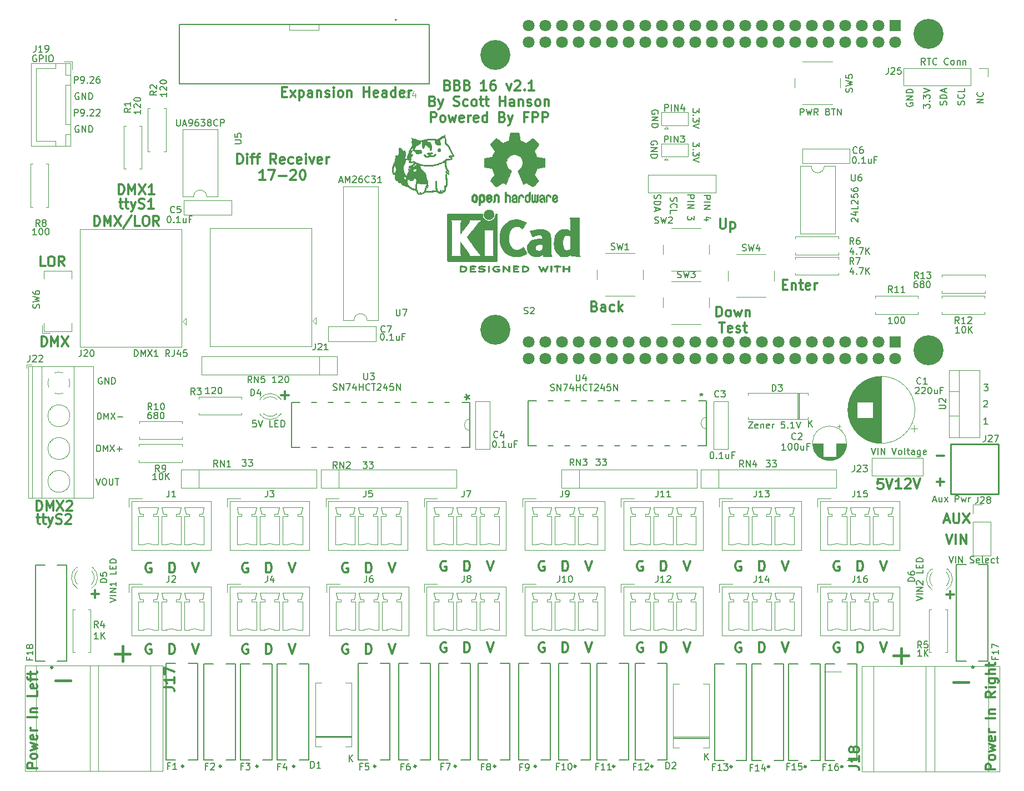
<source format=gbr>
G04 #@! TF.GenerationSoftware,KiCad,Pcbnew,(6.0.5)*
G04 #@! TF.CreationDate,2022-06-02T00:44:04-04:00*
G04 #@! TF.ProjectId,BBB_16,4242425f-3136-42e6-9b69-6361645f7063,v2.1*
G04 #@! TF.SameCoordinates,Original*
G04 #@! TF.FileFunction,Legend,Top*
G04 #@! TF.FilePolarity,Positive*
%FSLAX46Y46*%
G04 Gerber Fmt 4.6, Leading zero omitted, Abs format (unit mm)*
G04 Created by KiCad (PCBNEW (6.0.5)) date 2022-06-02 00:44:04*
%MOMM*%
%LPD*%
G01*
G04 APERTURE LIST*
%ADD10C,0.120000*%
%ADD11C,0.300000*%
%ADD12C,0.127000*%
%ADD13C,0.150000*%
%ADD14C,0.400000*%
%ADD15C,0.250000*%
%ADD16C,0.015000*%
%ADD17C,0.152400*%
%ADD18C,0.010000*%
%ADD19C,0.200000*%
%ADD20C,0.254000*%
%ADD21R,1.800000X1.800000*%
%ADD22C,1.800000*%
%ADD23C,4.572000*%
G04 APERTURE END LIST*
D10*
X194741800Y-138188700D02*
X192112900Y-138188700D01*
D11*
X104278857Y-134078000D02*
X104136000Y-134006571D01*
X103921714Y-134006571D01*
X103707428Y-134078000D01*
X103564571Y-134220857D01*
X103493142Y-134363714D01*
X103421714Y-134649428D01*
X103421714Y-134863714D01*
X103493142Y-135149428D01*
X103564571Y-135292285D01*
X103707428Y-135435142D01*
X103921714Y-135506571D01*
X104064571Y-135506571D01*
X104278857Y-135435142D01*
X104350285Y-135363714D01*
X104350285Y-134863714D01*
X104064571Y-134863714D01*
X122289142Y-135506571D02*
X122289142Y-134006571D01*
X122646285Y-134006571D01*
X122860571Y-134078000D01*
X123003428Y-134220857D01*
X123074857Y-134363714D01*
X123146285Y-134649428D01*
X123146285Y-134863714D01*
X123074857Y-135149428D01*
X123003428Y-135292285D01*
X122860571Y-135435142D01*
X122646285Y-135506571D01*
X122289142Y-135506571D01*
X170696000Y-133752571D02*
X171196000Y-135252571D01*
X171696000Y-133752571D01*
X167247142Y-135252571D02*
X167247142Y-133752571D01*
X167604285Y-133752571D01*
X167818571Y-133824000D01*
X167961428Y-133966857D01*
X168032857Y-134109714D01*
X168104285Y-134395428D01*
X168104285Y-134609714D01*
X168032857Y-134895428D01*
X167961428Y-135038285D01*
X167818571Y-135181142D01*
X167604285Y-135252571D01*
X167247142Y-135252571D01*
X185682000Y-133752571D02*
X186182000Y-135252571D01*
X186682000Y-133752571D01*
X119518857Y-134078000D02*
X119376000Y-134006571D01*
X119161714Y-134006571D01*
X118947428Y-134078000D01*
X118804571Y-134220857D01*
X118733142Y-134363714D01*
X118661714Y-134649428D01*
X118661714Y-134863714D01*
X118733142Y-135149428D01*
X118804571Y-135292285D01*
X118947428Y-135435142D01*
X119161714Y-135506571D01*
X119304571Y-135506571D01*
X119518857Y-135435142D01*
X119590285Y-135363714D01*
X119590285Y-134863714D01*
X119304571Y-134863714D01*
X179462857Y-133824000D02*
X179320000Y-133752571D01*
X179105714Y-133752571D01*
X178891428Y-133824000D01*
X178748571Y-133966857D01*
X178677142Y-134109714D01*
X178605714Y-134395428D01*
X178605714Y-134609714D01*
X178677142Y-134895428D01*
X178748571Y-135038285D01*
X178891428Y-135181142D01*
X179105714Y-135252571D01*
X179248571Y-135252571D01*
X179462857Y-135181142D01*
X179534285Y-135109714D01*
X179534285Y-134609714D01*
X179248571Y-134609714D01*
X200668000Y-133752571D02*
X201168000Y-135252571D01*
X201668000Y-133752571D01*
X197219142Y-135252571D02*
X197219142Y-133752571D01*
X197576285Y-133752571D01*
X197790571Y-133824000D01*
X197933428Y-133966857D01*
X198004857Y-134109714D01*
X198076285Y-134395428D01*
X198076285Y-134609714D01*
X198004857Y-134895428D01*
X197933428Y-135038285D01*
X197790571Y-135181142D01*
X197576285Y-135252571D01*
X197219142Y-135252571D01*
X194448857Y-133824000D02*
X194306000Y-133752571D01*
X194091714Y-133752571D01*
X193877428Y-133824000D01*
X193734571Y-133966857D01*
X193663142Y-134109714D01*
X193591714Y-134395428D01*
X193591714Y-134609714D01*
X193663142Y-134895428D01*
X193734571Y-135038285D01*
X193877428Y-135181142D01*
X194091714Y-135252571D01*
X194234571Y-135252571D01*
X194448857Y-135181142D01*
X194520285Y-135109714D01*
X194520285Y-134609714D01*
X194234571Y-134609714D01*
X137275142Y-135252571D02*
X137275142Y-133752571D01*
X137632285Y-133752571D01*
X137846571Y-133824000D01*
X137989428Y-133966857D01*
X138060857Y-134109714D01*
X138132285Y-134395428D01*
X138132285Y-134609714D01*
X138060857Y-134895428D01*
X137989428Y-135038285D01*
X137846571Y-135181142D01*
X137632285Y-135252571D01*
X137275142Y-135252571D01*
X107049142Y-135506571D02*
X107049142Y-134006571D01*
X107406285Y-134006571D01*
X107620571Y-134078000D01*
X107763428Y-134220857D01*
X107834857Y-134363714D01*
X107906285Y-134649428D01*
X107906285Y-134863714D01*
X107834857Y-135149428D01*
X107763428Y-135292285D01*
X107620571Y-135435142D01*
X107406285Y-135506571D01*
X107049142Y-135506571D01*
X182233142Y-135252571D02*
X182233142Y-133752571D01*
X182590285Y-133752571D01*
X182804571Y-133824000D01*
X182947428Y-133966857D01*
X183018857Y-134109714D01*
X183090285Y-134395428D01*
X183090285Y-134609714D01*
X183018857Y-134895428D01*
X182947428Y-135038285D01*
X182804571Y-135181142D01*
X182590285Y-135252571D01*
X182233142Y-135252571D01*
X95766000Y-134006571D02*
X96266000Y-135506571D01*
X96766000Y-134006571D01*
X155710000Y-133752571D02*
X156210000Y-135252571D01*
X156710000Y-133752571D01*
X149490857Y-133824000D02*
X149348000Y-133752571D01*
X149133714Y-133752571D01*
X148919428Y-133824000D01*
X148776571Y-133966857D01*
X148705142Y-134109714D01*
X148633714Y-134395428D01*
X148633714Y-134609714D01*
X148705142Y-134895428D01*
X148776571Y-135038285D01*
X148919428Y-135181142D01*
X149133714Y-135252571D01*
X149276571Y-135252571D01*
X149490857Y-135181142D01*
X149562285Y-135109714D01*
X149562285Y-134609714D01*
X149276571Y-134609714D01*
X134504857Y-133824000D02*
X134362000Y-133752571D01*
X134147714Y-133752571D01*
X133933428Y-133824000D01*
X133790571Y-133966857D01*
X133719142Y-134109714D01*
X133647714Y-134395428D01*
X133647714Y-134609714D01*
X133719142Y-134895428D01*
X133790571Y-135038285D01*
X133933428Y-135181142D01*
X134147714Y-135252571D01*
X134290571Y-135252571D01*
X134504857Y-135181142D01*
X134576285Y-135109714D01*
X134576285Y-134609714D01*
X134290571Y-134609714D01*
X110498000Y-134006571D02*
X110998000Y-135506571D01*
X111498000Y-134006571D01*
X89546857Y-134078000D02*
X89404000Y-134006571D01*
X89189714Y-134006571D01*
X88975428Y-134078000D01*
X88832571Y-134220857D01*
X88761142Y-134363714D01*
X88689714Y-134649428D01*
X88689714Y-134863714D01*
X88761142Y-135149428D01*
X88832571Y-135292285D01*
X88975428Y-135435142D01*
X89189714Y-135506571D01*
X89332571Y-135506571D01*
X89546857Y-135435142D01*
X89618285Y-135363714D01*
X89618285Y-134863714D01*
X89332571Y-134863714D01*
X92317142Y-135506571D02*
X92317142Y-134006571D01*
X92674285Y-134006571D01*
X92888571Y-134078000D01*
X93031428Y-134220857D01*
X93102857Y-134363714D01*
X93174285Y-134649428D01*
X93174285Y-134863714D01*
X93102857Y-135149428D01*
X93031428Y-135292285D01*
X92888571Y-135435142D01*
X92674285Y-135506571D01*
X92317142Y-135506571D01*
X140724000Y-133752571D02*
X141224000Y-135252571D01*
X141724000Y-133752571D01*
X125738000Y-134006571D02*
X126238000Y-135506571D01*
X126738000Y-134006571D01*
X152261142Y-135252571D02*
X152261142Y-133752571D01*
X152618285Y-133752571D01*
X152832571Y-133824000D01*
X152975428Y-133966857D01*
X153046857Y-134109714D01*
X153118285Y-134395428D01*
X153118285Y-134609714D01*
X153046857Y-134895428D01*
X152975428Y-135038285D01*
X152832571Y-135181142D01*
X152618285Y-135252571D01*
X152261142Y-135252571D01*
X164476857Y-133824000D02*
X164334000Y-133752571D01*
X164119714Y-133752571D01*
X163905428Y-133824000D01*
X163762571Y-133966857D01*
X163691142Y-134109714D01*
X163619714Y-134395428D01*
X163619714Y-134609714D01*
X163691142Y-134895428D01*
X163762571Y-135038285D01*
X163905428Y-135181142D01*
X164119714Y-135252571D01*
X164262571Y-135252571D01*
X164476857Y-135181142D01*
X164548285Y-135109714D01*
X164548285Y-134609714D01*
X164262571Y-134609714D01*
X92317142Y-123106571D02*
X92317142Y-121606571D01*
X92674285Y-121606571D01*
X92888571Y-121678000D01*
X93031428Y-121820857D01*
X93102857Y-121963714D01*
X93174285Y-122249428D01*
X93174285Y-122463714D01*
X93102857Y-122749428D01*
X93031428Y-122892285D01*
X92888571Y-123035142D01*
X92674285Y-123106571D01*
X92317142Y-123106571D01*
X89546857Y-121678000D02*
X89404000Y-121606571D01*
X89189714Y-121606571D01*
X88975428Y-121678000D01*
X88832571Y-121820857D01*
X88761142Y-121963714D01*
X88689714Y-122249428D01*
X88689714Y-122463714D01*
X88761142Y-122749428D01*
X88832571Y-122892285D01*
X88975428Y-123035142D01*
X89189714Y-123106571D01*
X89332571Y-123106571D01*
X89546857Y-123035142D01*
X89618285Y-122963714D01*
X89618285Y-122463714D01*
X89332571Y-122463714D01*
X95766000Y-121606571D02*
X96266000Y-123106571D01*
X96766000Y-121606571D01*
D12*
X81356557Y-99747928D02*
X81356557Y-98757328D01*
X81592414Y-98757328D01*
X81733928Y-98804500D01*
X81828271Y-98898842D01*
X81875442Y-98993185D01*
X81922614Y-99181871D01*
X81922614Y-99323385D01*
X81875442Y-99512071D01*
X81828271Y-99606414D01*
X81733928Y-99700757D01*
X81592414Y-99747928D01*
X81356557Y-99747928D01*
X82347157Y-99747928D02*
X82347157Y-98757328D01*
X82677357Y-99464900D01*
X83007557Y-98757328D01*
X83007557Y-99747928D01*
X83384928Y-98757328D02*
X84045328Y-99747928D01*
X84045328Y-98757328D02*
X83384928Y-99747928D01*
X84422700Y-99370557D02*
X85177442Y-99370557D01*
X82012257Y-93404500D02*
X81917914Y-93357328D01*
X81776400Y-93357328D01*
X81634885Y-93404500D01*
X81540542Y-93498842D01*
X81493371Y-93593185D01*
X81446200Y-93781871D01*
X81446200Y-93923385D01*
X81493371Y-94112071D01*
X81540542Y-94206414D01*
X81634885Y-94300757D01*
X81776400Y-94347928D01*
X81870742Y-94347928D01*
X82012257Y-94300757D01*
X82059428Y-94253585D01*
X82059428Y-93923385D01*
X81870742Y-93923385D01*
X82483971Y-94347928D02*
X82483971Y-93357328D01*
X83050028Y-94347928D01*
X83050028Y-93357328D01*
X83521742Y-94347928D02*
X83521742Y-93357328D01*
X83757600Y-93357328D01*
X83899114Y-93404500D01*
X83993457Y-93498842D01*
X84040628Y-93593185D01*
X84087800Y-93781871D01*
X84087800Y-93923385D01*
X84040628Y-94112071D01*
X83993457Y-94206414D01*
X83899114Y-94300757D01*
X83757600Y-94347928D01*
X83521742Y-94347928D01*
D11*
X134745571Y-48777657D02*
X134959857Y-48849085D01*
X135031285Y-48920514D01*
X135102714Y-49063371D01*
X135102714Y-49277657D01*
X135031285Y-49420514D01*
X134959857Y-49491942D01*
X134817000Y-49563371D01*
X134245571Y-49563371D01*
X134245571Y-48063371D01*
X134745571Y-48063371D01*
X134888428Y-48134800D01*
X134959857Y-48206228D01*
X135031285Y-48349085D01*
X135031285Y-48491942D01*
X134959857Y-48634800D01*
X134888428Y-48706228D01*
X134745571Y-48777657D01*
X134245571Y-48777657D01*
X136245571Y-48777657D02*
X136459857Y-48849085D01*
X136531285Y-48920514D01*
X136602714Y-49063371D01*
X136602714Y-49277657D01*
X136531285Y-49420514D01*
X136459857Y-49491942D01*
X136317000Y-49563371D01*
X135745571Y-49563371D01*
X135745571Y-48063371D01*
X136245571Y-48063371D01*
X136388428Y-48134800D01*
X136459857Y-48206228D01*
X136531285Y-48349085D01*
X136531285Y-48491942D01*
X136459857Y-48634800D01*
X136388428Y-48706228D01*
X136245571Y-48777657D01*
X135745571Y-48777657D01*
X137745571Y-48777657D02*
X137959857Y-48849085D01*
X138031285Y-48920514D01*
X138102714Y-49063371D01*
X138102714Y-49277657D01*
X138031285Y-49420514D01*
X137959857Y-49491942D01*
X137817000Y-49563371D01*
X137245571Y-49563371D01*
X137245571Y-48063371D01*
X137745571Y-48063371D01*
X137888428Y-48134800D01*
X137959857Y-48206228D01*
X138031285Y-48349085D01*
X138031285Y-48491942D01*
X137959857Y-48634800D01*
X137888428Y-48706228D01*
X137745571Y-48777657D01*
X137245571Y-48777657D01*
X140674142Y-49563371D02*
X139817000Y-49563371D01*
X140245571Y-49563371D02*
X140245571Y-48063371D01*
X140102714Y-48277657D01*
X139959857Y-48420514D01*
X139817000Y-48491942D01*
X141959857Y-48063371D02*
X141674142Y-48063371D01*
X141531285Y-48134800D01*
X141459857Y-48206228D01*
X141317000Y-48420514D01*
X141245571Y-48706228D01*
X141245571Y-49277657D01*
X141317000Y-49420514D01*
X141388428Y-49491942D01*
X141531285Y-49563371D01*
X141817000Y-49563371D01*
X141959857Y-49491942D01*
X142031285Y-49420514D01*
X142102714Y-49277657D01*
X142102714Y-48920514D01*
X142031285Y-48777657D01*
X141959857Y-48706228D01*
X141817000Y-48634800D01*
X141531285Y-48634800D01*
X141388428Y-48706228D01*
X141317000Y-48777657D01*
X141245571Y-48920514D01*
X143745571Y-48563371D02*
X144102714Y-49563371D01*
X144459857Y-48563371D01*
X144959857Y-48206228D02*
X145031285Y-48134800D01*
X145174142Y-48063371D01*
X145531285Y-48063371D01*
X145674142Y-48134800D01*
X145745571Y-48206228D01*
X145817000Y-48349085D01*
X145817000Y-48491942D01*
X145745571Y-48706228D01*
X144888428Y-49563371D01*
X145817000Y-49563371D01*
X146459857Y-49420514D02*
X146531285Y-49491942D01*
X146459857Y-49563371D01*
X146388428Y-49491942D01*
X146459857Y-49420514D01*
X146459857Y-49563371D01*
X147959857Y-49563371D02*
X147102714Y-49563371D01*
X147531285Y-49563371D02*
X147531285Y-48063371D01*
X147388428Y-48277657D01*
X147245571Y-48420514D01*
X147102714Y-48491942D01*
X132459857Y-51192657D02*
X132674142Y-51264085D01*
X132745571Y-51335514D01*
X132817000Y-51478371D01*
X132817000Y-51692657D01*
X132745571Y-51835514D01*
X132674142Y-51906942D01*
X132531285Y-51978371D01*
X131959857Y-51978371D01*
X131959857Y-50478371D01*
X132459857Y-50478371D01*
X132602714Y-50549800D01*
X132674142Y-50621228D01*
X132745571Y-50764085D01*
X132745571Y-50906942D01*
X132674142Y-51049800D01*
X132602714Y-51121228D01*
X132459857Y-51192657D01*
X131959857Y-51192657D01*
X133317000Y-50978371D02*
X133674142Y-51978371D01*
X134031285Y-50978371D02*
X133674142Y-51978371D01*
X133531285Y-52335514D01*
X133459857Y-52406942D01*
X133317000Y-52478371D01*
X135674142Y-51906942D02*
X135888428Y-51978371D01*
X136245571Y-51978371D01*
X136388428Y-51906942D01*
X136459857Y-51835514D01*
X136531285Y-51692657D01*
X136531285Y-51549800D01*
X136459857Y-51406942D01*
X136388428Y-51335514D01*
X136245571Y-51264085D01*
X135959857Y-51192657D01*
X135817000Y-51121228D01*
X135745571Y-51049800D01*
X135674142Y-50906942D01*
X135674142Y-50764085D01*
X135745571Y-50621228D01*
X135817000Y-50549800D01*
X135959857Y-50478371D01*
X136317000Y-50478371D01*
X136531285Y-50549800D01*
X137817000Y-51906942D02*
X137674142Y-51978371D01*
X137388428Y-51978371D01*
X137245571Y-51906942D01*
X137174142Y-51835514D01*
X137102714Y-51692657D01*
X137102714Y-51264085D01*
X137174142Y-51121228D01*
X137245571Y-51049800D01*
X137388428Y-50978371D01*
X137674142Y-50978371D01*
X137817000Y-51049800D01*
X138674142Y-51978371D02*
X138531285Y-51906942D01*
X138459857Y-51835514D01*
X138388428Y-51692657D01*
X138388428Y-51264085D01*
X138459857Y-51121228D01*
X138531285Y-51049800D01*
X138674142Y-50978371D01*
X138888428Y-50978371D01*
X139031285Y-51049800D01*
X139102714Y-51121228D01*
X139174142Y-51264085D01*
X139174142Y-51692657D01*
X139102714Y-51835514D01*
X139031285Y-51906942D01*
X138888428Y-51978371D01*
X138674142Y-51978371D01*
X139602714Y-50978371D02*
X140174142Y-50978371D01*
X139817000Y-50478371D02*
X139817000Y-51764085D01*
X139888428Y-51906942D01*
X140031285Y-51978371D01*
X140174142Y-51978371D01*
X140459857Y-50978371D02*
X141031285Y-50978371D01*
X140674142Y-50478371D02*
X140674142Y-51764085D01*
X140745571Y-51906942D01*
X140888428Y-51978371D01*
X141031285Y-51978371D01*
X142674142Y-51978371D02*
X142674142Y-50478371D01*
X142674142Y-51192657D02*
X143531285Y-51192657D01*
X143531285Y-51978371D02*
X143531285Y-50478371D01*
X144888428Y-51978371D02*
X144888428Y-51192657D01*
X144817000Y-51049800D01*
X144674142Y-50978371D01*
X144388428Y-50978371D01*
X144245571Y-51049800D01*
X144888428Y-51906942D02*
X144745571Y-51978371D01*
X144388428Y-51978371D01*
X144245571Y-51906942D01*
X144174142Y-51764085D01*
X144174142Y-51621228D01*
X144245571Y-51478371D01*
X144388428Y-51406942D01*
X144745571Y-51406942D01*
X144888428Y-51335514D01*
X145602714Y-50978371D02*
X145602714Y-51978371D01*
X145602714Y-51121228D02*
X145674142Y-51049800D01*
X145817000Y-50978371D01*
X146031285Y-50978371D01*
X146174142Y-51049800D01*
X146245571Y-51192657D01*
X146245571Y-51978371D01*
X146888428Y-51906942D02*
X147031285Y-51978371D01*
X147317000Y-51978371D01*
X147459857Y-51906942D01*
X147531285Y-51764085D01*
X147531285Y-51692657D01*
X147459857Y-51549800D01*
X147317000Y-51478371D01*
X147102714Y-51478371D01*
X146959857Y-51406942D01*
X146888428Y-51264085D01*
X146888428Y-51192657D01*
X146959857Y-51049800D01*
X147102714Y-50978371D01*
X147317000Y-50978371D01*
X147459857Y-51049800D01*
X148388428Y-51978371D02*
X148245571Y-51906942D01*
X148174142Y-51835514D01*
X148102714Y-51692657D01*
X148102714Y-51264085D01*
X148174142Y-51121228D01*
X148245571Y-51049800D01*
X148388428Y-50978371D01*
X148602714Y-50978371D01*
X148745571Y-51049800D01*
X148817000Y-51121228D01*
X148888428Y-51264085D01*
X148888428Y-51692657D01*
X148817000Y-51835514D01*
X148745571Y-51906942D01*
X148602714Y-51978371D01*
X148388428Y-51978371D01*
X149531285Y-50978371D02*
X149531285Y-51978371D01*
X149531285Y-51121228D02*
X149602714Y-51049800D01*
X149745571Y-50978371D01*
X149959857Y-50978371D01*
X150102714Y-51049800D01*
X150174142Y-51192657D01*
X150174142Y-51978371D01*
X132174142Y-54393371D02*
X132174142Y-52893371D01*
X132745571Y-52893371D01*
X132888428Y-52964800D01*
X132959857Y-53036228D01*
X133031285Y-53179085D01*
X133031285Y-53393371D01*
X132959857Y-53536228D01*
X132888428Y-53607657D01*
X132745571Y-53679085D01*
X132174142Y-53679085D01*
X133888428Y-54393371D02*
X133745571Y-54321942D01*
X133674142Y-54250514D01*
X133602714Y-54107657D01*
X133602714Y-53679085D01*
X133674142Y-53536228D01*
X133745571Y-53464800D01*
X133888428Y-53393371D01*
X134102714Y-53393371D01*
X134245571Y-53464800D01*
X134317000Y-53536228D01*
X134388428Y-53679085D01*
X134388428Y-54107657D01*
X134317000Y-54250514D01*
X134245571Y-54321942D01*
X134102714Y-54393371D01*
X133888428Y-54393371D01*
X134888428Y-53393371D02*
X135174142Y-54393371D01*
X135459857Y-53679085D01*
X135745571Y-54393371D01*
X136031285Y-53393371D01*
X137174142Y-54321942D02*
X137031285Y-54393371D01*
X136745571Y-54393371D01*
X136602714Y-54321942D01*
X136531285Y-54179085D01*
X136531285Y-53607657D01*
X136602714Y-53464800D01*
X136745571Y-53393371D01*
X137031285Y-53393371D01*
X137174142Y-53464800D01*
X137245571Y-53607657D01*
X137245571Y-53750514D01*
X136531285Y-53893371D01*
X137888428Y-54393371D02*
X137888428Y-53393371D01*
X137888428Y-53679085D02*
X137959857Y-53536228D01*
X138031285Y-53464800D01*
X138174142Y-53393371D01*
X138317000Y-53393371D01*
X139388428Y-54321942D02*
X139245571Y-54393371D01*
X138959857Y-54393371D01*
X138817000Y-54321942D01*
X138745571Y-54179085D01*
X138745571Y-53607657D01*
X138817000Y-53464800D01*
X138959857Y-53393371D01*
X139245571Y-53393371D01*
X139388428Y-53464800D01*
X139459857Y-53607657D01*
X139459857Y-53750514D01*
X138745571Y-53893371D01*
X140745571Y-54393371D02*
X140745571Y-52893371D01*
X140745571Y-54321942D02*
X140602714Y-54393371D01*
X140317000Y-54393371D01*
X140174142Y-54321942D01*
X140102714Y-54250514D01*
X140031285Y-54107657D01*
X140031285Y-53679085D01*
X140102714Y-53536228D01*
X140174142Y-53464800D01*
X140317000Y-53393371D01*
X140602714Y-53393371D01*
X140745571Y-53464800D01*
X143102714Y-53607657D02*
X143317000Y-53679085D01*
X143388428Y-53750514D01*
X143459857Y-53893371D01*
X143459857Y-54107657D01*
X143388428Y-54250514D01*
X143317000Y-54321942D01*
X143174142Y-54393371D01*
X142602714Y-54393371D01*
X142602714Y-52893371D01*
X143102714Y-52893371D01*
X143245571Y-52964800D01*
X143317000Y-53036228D01*
X143388428Y-53179085D01*
X143388428Y-53321942D01*
X143317000Y-53464800D01*
X143245571Y-53536228D01*
X143102714Y-53607657D01*
X142602714Y-53607657D01*
X143959857Y-53393371D02*
X144317000Y-54393371D01*
X144674142Y-53393371D02*
X144317000Y-54393371D01*
X144174142Y-54750514D01*
X144102714Y-54821942D01*
X143959857Y-54893371D01*
X146888428Y-53607657D02*
X146388428Y-53607657D01*
X146388428Y-54393371D02*
X146388428Y-52893371D01*
X147102714Y-52893371D01*
X147674142Y-54393371D02*
X147674142Y-52893371D01*
X148245571Y-52893371D01*
X148388428Y-52964800D01*
X148459857Y-53036228D01*
X148531285Y-53179085D01*
X148531285Y-53393371D01*
X148459857Y-53536228D01*
X148388428Y-53607657D01*
X148245571Y-53679085D01*
X147674142Y-53679085D01*
X149174142Y-54393371D02*
X149174142Y-52893371D01*
X149745571Y-52893371D01*
X149888428Y-52964800D01*
X149959857Y-53036228D01*
X150031285Y-53179085D01*
X150031285Y-53393371D01*
X149959857Y-53536228D01*
X149888428Y-53607657D01*
X149745571Y-53679085D01*
X149174142Y-53679085D01*
D13*
X173114619Y-57523609D02*
X173114619Y-58142657D01*
X172733666Y-57809323D01*
X172733666Y-57952180D01*
X172686047Y-58047419D01*
X172638428Y-58095038D01*
X172543190Y-58142657D01*
X172305095Y-58142657D01*
X172209857Y-58095038D01*
X172162238Y-58047419D01*
X172114619Y-57952180D01*
X172114619Y-57666466D01*
X172162238Y-57571228D01*
X172209857Y-57523609D01*
X172209857Y-58571228D02*
X172162238Y-58618847D01*
X172114619Y-58571228D01*
X172162238Y-58523609D01*
X172209857Y-58571228D01*
X172114619Y-58571228D01*
X173114619Y-58952180D02*
X173114619Y-59571228D01*
X172733666Y-59237895D01*
X172733666Y-59380752D01*
X172686047Y-59475990D01*
X172638428Y-59523609D01*
X172543190Y-59571228D01*
X172305095Y-59571228D01*
X172209857Y-59523609D01*
X172162238Y-59475990D01*
X172114619Y-59380752D01*
X172114619Y-59095038D01*
X172162238Y-58999800D01*
X172209857Y-58952180D01*
X173114619Y-59856942D02*
X172114619Y-60190276D01*
X173114619Y-60523609D01*
X168762238Y-65909323D02*
X168714619Y-66052180D01*
X168714619Y-66290276D01*
X168762238Y-66385514D01*
X168809857Y-66433133D01*
X168905095Y-66480752D01*
X169000333Y-66480752D01*
X169095571Y-66433133D01*
X169143190Y-66385514D01*
X169190809Y-66290276D01*
X169238428Y-66099800D01*
X169286047Y-66004561D01*
X169333666Y-65956942D01*
X169428904Y-65909323D01*
X169524142Y-65909323D01*
X169619380Y-65956942D01*
X169667000Y-66004561D01*
X169714619Y-66099800D01*
X169714619Y-66337895D01*
X169667000Y-66480752D01*
X168809857Y-67480752D02*
X168762238Y-67433133D01*
X168714619Y-67290276D01*
X168714619Y-67195038D01*
X168762238Y-67052180D01*
X168857476Y-66956942D01*
X168952714Y-66909323D01*
X169143190Y-66861704D01*
X169286047Y-66861704D01*
X169476523Y-66909323D01*
X169571761Y-66956942D01*
X169667000Y-67052180D01*
X169714619Y-67195038D01*
X169714619Y-67290276D01*
X169667000Y-67433133D01*
X169619380Y-67480752D01*
X168714619Y-68385514D02*
X168714619Y-67909323D01*
X169714619Y-67909323D01*
D14*
X202724142Y-135814085D02*
X205009857Y-135814085D01*
X203867000Y-136956942D02*
X203867000Y-134671228D01*
D13*
X166262238Y-65485514D02*
X166214619Y-65628371D01*
X166214619Y-65866466D01*
X166262238Y-65961704D01*
X166309857Y-66009323D01*
X166405095Y-66056942D01*
X166500333Y-66056942D01*
X166595571Y-66009323D01*
X166643190Y-65961704D01*
X166690809Y-65866466D01*
X166738428Y-65675990D01*
X166786047Y-65580752D01*
X166833666Y-65533133D01*
X166928904Y-65485514D01*
X167024142Y-65485514D01*
X167119380Y-65533133D01*
X167167000Y-65580752D01*
X167214619Y-65675990D01*
X167214619Y-65914085D01*
X167167000Y-66056942D01*
X166214619Y-66485514D02*
X167214619Y-66485514D01*
X167214619Y-66723609D01*
X167167000Y-66866466D01*
X167071761Y-66961704D01*
X166976523Y-67009323D01*
X166786047Y-67056942D01*
X166643190Y-67056942D01*
X166452714Y-67009323D01*
X166357476Y-66961704D01*
X166262238Y-66866466D01*
X166214619Y-66723609D01*
X166214619Y-66485514D01*
X166500333Y-67437895D02*
X166500333Y-67914085D01*
X166214619Y-67342657D02*
X167214619Y-67675990D01*
X166214619Y-68009323D01*
X166798400Y-53137895D02*
X166846019Y-53042657D01*
X166846019Y-52899800D01*
X166798400Y-52756942D01*
X166703161Y-52661704D01*
X166607923Y-52614085D01*
X166417447Y-52566466D01*
X166274590Y-52566466D01*
X166084114Y-52614085D01*
X165988876Y-52661704D01*
X165893638Y-52756942D01*
X165846019Y-52899800D01*
X165846019Y-52995038D01*
X165893638Y-53137895D01*
X165941257Y-53185514D01*
X166274590Y-53185514D01*
X166274590Y-52995038D01*
X165846019Y-53614085D02*
X166846019Y-53614085D01*
X165846019Y-54185514D01*
X166846019Y-54185514D01*
X165846019Y-54661704D02*
X166846019Y-54661704D01*
X166846019Y-54899800D01*
X166798400Y-55042657D01*
X166703161Y-55137895D01*
X166607923Y-55185514D01*
X166417447Y-55233133D01*
X166274590Y-55233133D01*
X166084114Y-55185514D01*
X165988876Y-55137895D01*
X165893638Y-55042657D01*
X165846019Y-54899800D01*
X165846019Y-54661704D01*
D11*
X84588428Y-65378371D02*
X84588428Y-63878371D01*
X84945571Y-63878371D01*
X85159857Y-63949800D01*
X85302714Y-64092657D01*
X85374142Y-64235514D01*
X85445571Y-64521228D01*
X85445571Y-64735514D01*
X85374142Y-65021228D01*
X85302714Y-65164085D01*
X85159857Y-65306942D01*
X84945571Y-65378371D01*
X84588428Y-65378371D01*
X86088428Y-65378371D02*
X86088428Y-63878371D01*
X86588428Y-64949800D01*
X87088428Y-63878371D01*
X87088428Y-65378371D01*
X87659857Y-63878371D02*
X88659857Y-65378371D01*
X88659857Y-63878371D02*
X87659857Y-65378371D01*
X90017000Y-65378371D02*
X89159857Y-65378371D01*
X89588428Y-65378371D02*
X89588428Y-63878371D01*
X89445571Y-64092657D01*
X89302714Y-64235514D01*
X89159857Y-64306942D01*
X80874142Y-70215951D02*
X80874142Y-68715951D01*
X81231285Y-68715951D01*
X81445571Y-68787380D01*
X81588428Y-68930237D01*
X81659857Y-69073094D01*
X81731285Y-69358808D01*
X81731285Y-69573094D01*
X81659857Y-69858808D01*
X81588428Y-70001665D01*
X81445571Y-70144522D01*
X81231285Y-70215951D01*
X80874142Y-70215951D01*
X82374142Y-70215951D02*
X82374142Y-68715951D01*
X82874142Y-69787380D01*
X83374142Y-68715951D01*
X83374142Y-70215951D01*
X83945571Y-68715951D02*
X84945571Y-70215951D01*
X84945571Y-68715951D02*
X83945571Y-70215951D01*
X86588428Y-68644522D02*
X85302714Y-70573094D01*
X87802714Y-70215951D02*
X87088428Y-70215951D01*
X87088428Y-68715951D01*
X88588428Y-68715951D02*
X88874142Y-68715951D01*
X89017000Y-68787380D01*
X89159857Y-68930237D01*
X89231285Y-69215951D01*
X89231285Y-69715951D01*
X89159857Y-70001665D01*
X89017000Y-70144522D01*
X88874142Y-70215951D01*
X88588428Y-70215951D01*
X88445571Y-70144522D01*
X88302714Y-70001665D01*
X88231285Y-69715951D01*
X88231285Y-69215951D01*
X88302714Y-68930237D01*
X88445571Y-68787380D01*
X88588428Y-68715951D01*
X90731285Y-70215951D02*
X90231285Y-69501665D01*
X89874142Y-70215951D02*
X89874142Y-68715951D01*
X90445571Y-68715951D01*
X90588428Y-68787380D01*
X90659857Y-68858808D01*
X90731285Y-69001665D01*
X90731285Y-69215951D01*
X90659857Y-69358808D01*
X90588428Y-69430237D01*
X90445571Y-69501665D01*
X89874142Y-69501665D01*
X73395571Y-76378371D02*
X72681285Y-76378371D01*
X72681285Y-74878371D01*
X74181285Y-74878371D02*
X74467000Y-74878371D01*
X74609857Y-74949800D01*
X74752714Y-75092657D01*
X74824142Y-75378371D01*
X74824142Y-75878371D01*
X74752714Y-76164085D01*
X74609857Y-76306942D01*
X74467000Y-76378371D01*
X74181285Y-76378371D01*
X74038428Y-76306942D01*
X73895571Y-76164085D01*
X73824142Y-75878371D01*
X73824142Y-75378371D01*
X73895571Y-75092657D01*
X74038428Y-74949800D01*
X74181285Y-74878371D01*
X76324142Y-76378371D02*
X75824142Y-75664085D01*
X75467000Y-76378371D02*
X75467000Y-74878371D01*
X76038428Y-74878371D01*
X76181285Y-74949800D01*
X76252714Y-75021228D01*
X76324142Y-75164085D01*
X76324142Y-75378371D01*
X76252714Y-75521228D01*
X76181285Y-75592657D01*
X76038428Y-75664085D01*
X75467000Y-75664085D01*
X72802714Y-88578371D02*
X72802714Y-87078371D01*
X73159857Y-87078371D01*
X73374142Y-87149800D01*
X73517000Y-87292657D01*
X73588428Y-87435514D01*
X73659857Y-87721228D01*
X73659857Y-87935514D01*
X73588428Y-88221228D01*
X73517000Y-88364085D01*
X73374142Y-88506942D01*
X73159857Y-88578371D01*
X72802714Y-88578371D01*
X74302714Y-88578371D02*
X74302714Y-87078371D01*
X74802714Y-88149800D01*
X75302714Y-87078371D01*
X75302714Y-88578371D01*
X75874142Y-87078371D02*
X76874142Y-88578371D01*
X76874142Y-87078371D02*
X75874142Y-88578371D01*
X176259857Y-69178371D02*
X176259857Y-70392657D01*
X176331285Y-70535514D01*
X176402714Y-70606942D01*
X176545571Y-70678371D01*
X176831285Y-70678371D01*
X176974142Y-70606942D01*
X177045571Y-70535514D01*
X177117000Y-70392657D01*
X177117000Y-69178371D01*
X177831285Y-69678371D02*
X177831285Y-71178371D01*
X177831285Y-69749800D02*
X177974142Y-69678371D01*
X178259857Y-69678371D01*
X178402714Y-69749800D01*
X178474142Y-69821228D01*
X178545571Y-69964085D01*
X178545571Y-70392657D01*
X178474142Y-70535514D01*
X178402714Y-70606942D01*
X178259857Y-70678371D01*
X177974142Y-70678371D01*
X177831285Y-70606942D01*
X175731285Y-84070871D02*
X175731285Y-82570871D01*
X176088428Y-82570871D01*
X176302714Y-82642300D01*
X176445571Y-82785157D01*
X176517000Y-82928014D01*
X176588428Y-83213728D01*
X176588428Y-83428014D01*
X176517000Y-83713728D01*
X176445571Y-83856585D01*
X176302714Y-83999442D01*
X176088428Y-84070871D01*
X175731285Y-84070871D01*
X177445571Y-84070871D02*
X177302714Y-83999442D01*
X177231285Y-83928014D01*
X177159857Y-83785157D01*
X177159857Y-83356585D01*
X177231285Y-83213728D01*
X177302714Y-83142300D01*
X177445571Y-83070871D01*
X177659857Y-83070871D01*
X177802714Y-83142300D01*
X177874142Y-83213728D01*
X177945571Y-83356585D01*
X177945571Y-83785157D01*
X177874142Y-83928014D01*
X177802714Y-83999442D01*
X177659857Y-84070871D01*
X177445571Y-84070871D01*
X178445571Y-83070871D02*
X178731285Y-84070871D01*
X179017000Y-83356585D01*
X179302714Y-84070871D01*
X179588428Y-83070871D01*
X180159857Y-83070871D02*
X180159857Y-84070871D01*
X180159857Y-83213728D02*
X180231285Y-83142300D01*
X180374142Y-83070871D01*
X180588428Y-83070871D01*
X180731285Y-83142300D01*
X180802714Y-83285157D01*
X180802714Y-84070871D01*
X176159857Y-84985871D02*
X177017000Y-84985871D01*
X176588428Y-86485871D02*
X176588428Y-84985871D01*
X178088428Y-86414442D02*
X177945571Y-86485871D01*
X177659857Y-86485871D01*
X177517000Y-86414442D01*
X177445571Y-86271585D01*
X177445571Y-85700157D01*
X177517000Y-85557300D01*
X177659857Y-85485871D01*
X177945571Y-85485871D01*
X178088428Y-85557300D01*
X178159857Y-85700157D01*
X178159857Y-85843014D01*
X177445571Y-85985871D01*
X178731285Y-86414442D02*
X178874142Y-86485871D01*
X179159857Y-86485871D01*
X179302714Y-86414442D01*
X179374142Y-86271585D01*
X179374142Y-86200157D01*
X179302714Y-86057300D01*
X179159857Y-85985871D01*
X178945571Y-85985871D01*
X178802714Y-85914442D01*
X178731285Y-85771585D01*
X178731285Y-85700157D01*
X178802714Y-85557300D01*
X178945571Y-85485871D01*
X179159857Y-85485871D01*
X179302714Y-85557300D01*
X179802714Y-85485871D02*
X180374142Y-85485871D01*
X180017000Y-84985871D02*
X180017000Y-86271585D01*
X180088428Y-86414442D01*
X180231285Y-86485871D01*
X180374142Y-86485871D01*
X84652714Y-66578371D02*
X85224142Y-66578371D01*
X84867000Y-66078371D02*
X84867000Y-67364085D01*
X84938428Y-67506942D01*
X85081285Y-67578371D01*
X85224142Y-67578371D01*
X85509857Y-66578371D02*
X86081285Y-66578371D01*
X85724142Y-66078371D02*
X85724142Y-67364085D01*
X85795571Y-67506942D01*
X85938428Y-67578371D01*
X86081285Y-67578371D01*
X86438428Y-66578371D02*
X86795571Y-67578371D01*
X87152714Y-66578371D02*
X86795571Y-67578371D01*
X86652714Y-67935514D01*
X86581285Y-68006942D01*
X86438428Y-68078371D01*
X87652714Y-67506942D02*
X87867000Y-67578371D01*
X88224142Y-67578371D01*
X88367000Y-67506942D01*
X88438428Y-67435514D01*
X88509857Y-67292657D01*
X88509857Y-67149800D01*
X88438428Y-67006942D01*
X88367000Y-66935514D01*
X88224142Y-66864085D01*
X87938428Y-66792657D01*
X87795571Y-66721228D01*
X87724142Y-66649800D01*
X87652714Y-66506942D01*
X87652714Y-66364085D01*
X87724142Y-66221228D01*
X87795571Y-66149800D01*
X87938428Y-66078371D01*
X88295571Y-66078371D01*
X88509857Y-66149800D01*
X89938428Y-67578371D02*
X89081285Y-67578371D01*
X89509857Y-67578371D02*
X89509857Y-66078371D01*
X89367000Y-66292657D01*
X89224142Y-66435514D01*
X89081285Y-66506942D01*
X72052714Y-114678371D02*
X72624142Y-114678371D01*
X72267000Y-114178371D02*
X72267000Y-115464085D01*
X72338428Y-115606942D01*
X72481285Y-115678371D01*
X72624142Y-115678371D01*
X72909857Y-114678371D02*
X73481285Y-114678371D01*
X73124142Y-114178371D02*
X73124142Y-115464085D01*
X73195571Y-115606942D01*
X73338428Y-115678371D01*
X73481285Y-115678371D01*
X73838428Y-114678371D02*
X74195571Y-115678371D01*
X74552714Y-114678371D02*
X74195571Y-115678371D01*
X74052714Y-116035514D01*
X73981285Y-116106942D01*
X73838428Y-116178371D01*
X75052714Y-115606942D02*
X75267000Y-115678371D01*
X75624142Y-115678371D01*
X75767000Y-115606942D01*
X75838428Y-115535514D01*
X75909857Y-115392657D01*
X75909857Y-115249800D01*
X75838428Y-115106942D01*
X75767000Y-115035514D01*
X75624142Y-114964085D01*
X75338428Y-114892657D01*
X75195571Y-114821228D01*
X75124142Y-114749800D01*
X75052714Y-114606942D01*
X75052714Y-114464085D01*
X75124142Y-114321228D01*
X75195571Y-114249800D01*
X75338428Y-114178371D01*
X75695571Y-114178371D01*
X75909857Y-114249800D01*
X76481285Y-114321228D02*
X76552714Y-114249800D01*
X76695571Y-114178371D01*
X77052714Y-114178371D01*
X77195571Y-114249800D01*
X77267000Y-114321228D01*
X77338428Y-114464085D01*
X77338428Y-114606942D01*
X77267000Y-114821228D01*
X76409857Y-115678371D01*
X77338428Y-115678371D01*
D13*
X171314619Y-65518847D02*
X172314619Y-65518847D01*
X172314619Y-65899800D01*
X172267000Y-65995038D01*
X172219380Y-66042657D01*
X172124142Y-66090276D01*
X171981285Y-66090276D01*
X171886047Y-66042657D01*
X171838428Y-65995038D01*
X171790809Y-65899800D01*
X171790809Y-65518847D01*
X171314619Y-66518847D02*
X172314619Y-66518847D01*
X171314619Y-66995038D02*
X172314619Y-66995038D01*
X171314619Y-67566466D01*
X172314619Y-67566466D01*
X172314619Y-68709323D02*
X172314619Y-69328371D01*
X171933666Y-68995038D01*
X171933666Y-69137895D01*
X171886047Y-69233133D01*
X171838428Y-69280752D01*
X171743190Y-69328371D01*
X171505095Y-69328371D01*
X171409857Y-69280752D01*
X171362238Y-69233133D01*
X171314619Y-69137895D01*
X171314619Y-68852180D01*
X171362238Y-68756942D01*
X171409857Y-68709323D01*
X173814619Y-65618847D02*
X174814619Y-65618847D01*
X174814619Y-65999800D01*
X174767000Y-66095038D01*
X174719380Y-66142657D01*
X174624142Y-66190276D01*
X174481285Y-66190276D01*
X174386047Y-66142657D01*
X174338428Y-66095038D01*
X174290809Y-65999800D01*
X174290809Y-65618847D01*
X173814619Y-66618847D02*
X174814619Y-66618847D01*
X173814619Y-67095038D02*
X174814619Y-67095038D01*
X173814619Y-67666466D01*
X174814619Y-67666466D01*
X174481285Y-69333133D02*
X173814619Y-69333133D01*
X174862238Y-69095038D02*
X174147952Y-68856942D01*
X174147952Y-69475990D01*
X173114619Y-52323609D02*
X173114619Y-52942657D01*
X172733666Y-52609323D01*
X172733666Y-52752180D01*
X172686047Y-52847419D01*
X172638428Y-52895038D01*
X172543190Y-52942657D01*
X172305095Y-52942657D01*
X172209857Y-52895038D01*
X172162238Y-52847419D01*
X172114619Y-52752180D01*
X172114619Y-52466466D01*
X172162238Y-52371228D01*
X172209857Y-52323609D01*
X172209857Y-53371228D02*
X172162238Y-53418847D01*
X172114619Y-53371228D01*
X172162238Y-53323609D01*
X172209857Y-53371228D01*
X172114619Y-53371228D01*
X173114619Y-53752180D02*
X173114619Y-54371228D01*
X172733666Y-54037895D01*
X172733666Y-54180752D01*
X172686047Y-54275990D01*
X172638428Y-54323609D01*
X172543190Y-54371228D01*
X172305095Y-54371228D01*
X172209857Y-54323609D01*
X172162238Y-54275990D01*
X172114619Y-54180752D01*
X172114619Y-53895038D01*
X172162238Y-53799800D01*
X172209857Y-53752180D01*
X173114619Y-54656942D02*
X172114619Y-54990276D01*
X173114619Y-55323609D01*
X166667000Y-57837895D02*
X166714619Y-57742657D01*
X166714619Y-57599800D01*
X166667000Y-57456942D01*
X166571761Y-57361704D01*
X166476523Y-57314085D01*
X166286047Y-57266466D01*
X166143190Y-57266466D01*
X165952714Y-57314085D01*
X165857476Y-57361704D01*
X165762238Y-57456942D01*
X165714619Y-57599800D01*
X165714619Y-57695038D01*
X165762238Y-57837895D01*
X165809857Y-57885514D01*
X166143190Y-57885514D01*
X166143190Y-57695038D01*
X165714619Y-58314085D02*
X166714619Y-58314085D01*
X165714619Y-58885514D01*
X166714619Y-58885514D01*
X165714619Y-59361704D02*
X166714619Y-59361704D01*
X166714619Y-59599800D01*
X166667000Y-59742657D01*
X166571761Y-59837895D01*
X166476523Y-59885514D01*
X166286047Y-59933133D01*
X166143190Y-59933133D01*
X165952714Y-59885514D01*
X165857476Y-59837895D01*
X165762238Y-59742657D01*
X165714619Y-59599800D01*
X165714619Y-59361704D01*
D11*
X203938428Y-110278371D02*
X203081285Y-110278371D01*
X203509857Y-110278371D02*
X203509857Y-108778371D01*
X203367000Y-108992657D01*
X203224142Y-109135514D01*
X203081285Y-109206942D01*
X204509857Y-108921228D02*
X204581285Y-108849800D01*
X204724142Y-108778371D01*
X205081285Y-108778371D01*
X205224142Y-108849800D01*
X205295571Y-108921228D01*
X205367000Y-109064085D01*
X205367000Y-109206942D01*
X205295571Y-109421228D01*
X204438428Y-110278371D01*
X205367000Y-110278371D01*
X205795571Y-108778371D02*
X206295571Y-110278371D01*
X206795571Y-108778371D01*
D13*
X217090314Y-100486180D02*
X216518885Y-100486180D01*
X216804600Y-100486180D02*
X216804600Y-99486180D01*
X216709361Y-99629038D01*
X216614123Y-99724276D01*
X216518885Y-99771895D01*
X216468885Y-96981419D02*
X216516504Y-96933800D01*
X216611742Y-96886180D01*
X216849838Y-96886180D01*
X216945076Y-96933800D01*
X216992695Y-96981419D01*
X217040314Y-97076657D01*
X217040314Y-97171895D01*
X216992695Y-97314752D01*
X216421266Y-97886180D01*
X217040314Y-97886180D01*
X216505666Y-94380180D02*
X217124714Y-94380180D01*
X216791380Y-94761133D01*
X216934238Y-94761133D01*
X217029476Y-94808752D01*
X217077095Y-94856371D01*
X217124714Y-94951609D01*
X217124714Y-95189704D01*
X217077095Y-95284942D01*
X217029476Y-95332561D01*
X216934238Y-95380180D01*
X216648523Y-95380180D01*
X216553285Y-95332561D01*
X216505666Y-95284942D01*
D11*
X201081285Y-108878371D02*
X200367000Y-108878371D01*
X200295571Y-109592657D01*
X200367000Y-109521228D01*
X200509857Y-109449800D01*
X200867000Y-109449800D01*
X201009857Y-109521228D01*
X201081285Y-109592657D01*
X201152714Y-109735514D01*
X201152714Y-110092657D01*
X201081285Y-110235514D01*
X201009857Y-110306942D01*
X200867000Y-110378371D01*
X200509857Y-110378371D01*
X200367000Y-110306942D01*
X200295571Y-110235514D01*
X201581285Y-108878371D02*
X202081285Y-110378371D01*
X202581285Y-108878371D01*
X209295571Y-105306942D02*
X210438428Y-105306942D01*
D13*
X77838428Y-48452180D02*
X77838428Y-47452180D01*
X78219380Y-47452180D01*
X78314619Y-47499800D01*
X78362238Y-47547419D01*
X78409857Y-47642657D01*
X78409857Y-47785514D01*
X78362238Y-47880752D01*
X78314619Y-47928371D01*
X78219380Y-47975990D01*
X77838428Y-47975990D01*
X78886047Y-48452180D02*
X79076523Y-48452180D01*
X79171761Y-48404561D01*
X79219380Y-48356942D01*
X79314619Y-48214085D01*
X79362238Y-48023609D01*
X79362238Y-47642657D01*
X79314619Y-47547419D01*
X79267000Y-47499800D01*
X79171761Y-47452180D01*
X78981285Y-47452180D01*
X78886047Y-47499800D01*
X78838428Y-47547419D01*
X78790809Y-47642657D01*
X78790809Y-47880752D01*
X78838428Y-47975990D01*
X78886047Y-48023609D01*
X78981285Y-48071228D01*
X79171761Y-48071228D01*
X79267000Y-48023609D01*
X79314619Y-47975990D01*
X79362238Y-47880752D01*
X79790809Y-48356942D02*
X79838428Y-48404561D01*
X79790809Y-48452180D01*
X79743190Y-48404561D01*
X79790809Y-48356942D01*
X79790809Y-48452180D01*
X80219380Y-47547419D02*
X80267000Y-47499800D01*
X80362238Y-47452180D01*
X80600333Y-47452180D01*
X80695571Y-47499800D01*
X80743190Y-47547419D01*
X80790809Y-47642657D01*
X80790809Y-47737895D01*
X80743190Y-47880752D01*
X80171761Y-48452180D01*
X80790809Y-48452180D01*
X81647952Y-47452180D02*
X81457476Y-47452180D01*
X81362238Y-47499800D01*
X81314619Y-47547419D01*
X81219380Y-47690276D01*
X81171761Y-47880752D01*
X81171761Y-48261704D01*
X81219380Y-48356942D01*
X81267000Y-48404561D01*
X81362238Y-48452180D01*
X81552714Y-48452180D01*
X81647952Y-48404561D01*
X81695571Y-48356942D01*
X81743190Y-48261704D01*
X81743190Y-48023609D01*
X81695571Y-47928371D01*
X81647952Y-47880752D01*
X81552714Y-47833133D01*
X81362238Y-47833133D01*
X81267000Y-47880752D01*
X81219380Y-47928371D01*
X81171761Y-48023609D01*
X77838428Y-53452180D02*
X77838428Y-52452180D01*
X78219380Y-52452180D01*
X78314619Y-52499800D01*
X78362238Y-52547419D01*
X78409857Y-52642657D01*
X78409857Y-52785514D01*
X78362238Y-52880752D01*
X78314619Y-52928371D01*
X78219380Y-52975990D01*
X77838428Y-52975990D01*
X78886047Y-53452180D02*
X79076523Y-53452180D01*
X79171761Y-53404561D01*
X79219380Y-53356942D01*
X79314619Y-53214085D01*
X79362238Y-53023609D01*
X79362238Y-52642657D01*
X79314619Y-52547419D01*
X79267000Y-52499800D01*
X79171761Y-52452180D01*
X78981285Y-52452180D01*
X78886047Y-52499800D01*
X78838428Y-52547419D01*
X78790809Y-52642657D01*
X78790809Y-52880752D01*
X78838428Y-52975990D01*
X78886047Y-53023609D01*
X78981285Y-53071228D01*
X79171761Y-53071228D01*
X79267000Y-53023609D01*
X79314619Y-52975990D01*
X79362238Y-52880752D01*
X79790809Y-53356942D02*
X79838428Y-53404561D01*
X79790809Y-53452180D01*
X79743190Y-53404561D01*
X79790809Y-53356942D01*
X79790809Y-53452180D01*
X80219380Y-52547419D02*
X80267000Y-52499800D01*
X80362238Y-52452180D01*
X80600333Y-52452180D01*
X80695571Y-52499800D01*
X80743190Y-52547419D01*
X80790809Y-52642657D01*
X80790809Y-52737895D01*
X80743190Y-52880752D01*
X80171761Y-53452180D01*
X80790809Y-53452180D01*
X81171761Y-52547419D02*
X81219380Y-52499800D01*
X81314619Y-52452180D01*
X81552714Y-52452180D01*
X81647952Y-52499800D01*
X81695571Y-52547419D01*
X81743190Y-52642657D01*
X81743190Y-52737895D01*
X81695571Y-52880752D01*
X81124142Y-53452180D01*
X81743190Y-53452180D01*
D11*
X185831285Y-79192657D02*
X186331285Y-79192657D01*
X186545571Y-79978371D02*
X185831285Y-79978371D01*
X185831285Y-78478371D01*
X186545571Y-78478371D01*
X187188428Y-78978371D02*
X187188428Y-79978371D01*
X187188428Y-79121228D02*
X187259857Y-79049800D01*
X187402714Y-78978371D01*
X187617000Y-78978371D01*
X187759857Y-79049800D01*
X187831285Y-79192657D01*
X187831285Y-79978371D01*
X188331285Y-78978371D02*
X188902714Y-78978371D01*
X188545571Y-78478371D02*
X188545571Y-79764085D01*
X188617000Y-79906942D01*
X188759857Y-79978371D01*
X188902714Y-79978371D01*
X189974142Y-79906942D02*
X189831285Y-79978371D01*
X189545571Y-79978371D01*
X189402714Y-79906942D01*
X189331285Y-79764085D01*
X189331285Y-79192657D01*
X189402714Y-79049800D01*
X189545571Y-78978371D01*
X189831285Y-78978371D01*
X189974142Y-79049800D01*
X190045571Y-79192657D01*
X190045571Y-79335514D01*
X189331285Y-79478371D01*
X190688428Y-79978371D02*
X190688428Y-78978371D01*
X190688428Y-79264085D02*
X190759857Y-79121228D01*
X190831285Y-79049800D01*
X190974142Y-78978371D01*
X191117000Y-78978371D01*
X157145571Y-82492657D02*
X157359857Y-82564085D01*
X157431285Y-82635514D01*
X157502714Y-82778371D01*
X157502714Y-82992657D01*
X157431285Y-83135514D01*
X157359857Y-83206942D01*
X157217000Y-83278371D01*
X156645571Y-83278371D01*
X156645571Y-81778371D01*
X157145571Y-81778371D01*
X157288428Y-81849800D01*
X157359857Y-81921228D01*
X157431285Y-82064085D01*
X157431285Y-82206942D01*
X157359857Y-82349800D01*
X157288428Y-82421228D01*
X157145571Y-82492657D01*
X156645571Y-82492657D01*
X158788428Y-83278371D02*
X158788428Y-82492657D01*
X158717000Y-82349800D01*
X158574142Y-82278371D01*
X158288428Y-82278371D01*
X158145571Y-82349800D01*
X158788428Y-83206942D02*
X158645571Y-83278371D01*
X158288428Y-83278371D01*
X158145571Y-83206942D01*
X158074142Y-83064085D01*
X158074142Y-82921228D01*
X158145571Y-82778371D01*
X158288428Y-82706942D01*
X158645571Y-82706942D01*
X158788428Y-82635514D01*
X160145571Y-83206942D02*
X160002714Y-83278371D01*
X159717000Y-83278371D01*
X159574142Y-83206942D01*
X159502714Y-83135514D01*
X159431285Y-82992657D01*
X159431285Y-82564085D01*
X159502714Y-82421228D01*
X159574142Y-82349800D01*
X159717000Y-82278371D01*
X160002714Y-82278371D01*
X160145571Y-82349800D01*
X160788428Y-83278371D02*
X160788428Y-81778371D01*
X160931285Y-82706942D02*
X161359857Y-83278371D01*
X161359857Y-82278371D02*
X160788428Y-82849800D01*
X102674142Y-60770871D02*
X102674142Y-59270871D01*
X103031285Y-59270871D01*
X103245571Y-59342300D01*
X103388428Y-59485157D01*
X103459857Y-59628014D01*
X103531285Y-59913728D01*
X103531285Y-60128014D01*
X103459857Y-60413728D01*
X103388428Y-60556585D01*
X103245571Y-60699442D01*
X103031285Y-60770871D01*
X102674142Y-60770871D01*
X104174142Y-60770871D02*
X104174142Y-59770871D01*
X104174142Y-59270871D02*
X104102714Y-59342300D01*
X104174142Y-59413728D01*
X104245571Y-59342300D01*
X104174142Y-59270871D01*
X104174142Y-59413728D01*
X104674142Y-59770871D02*
X105245571Y-59770871D01*
X104888428Y-60770871D02*
X104888428Y-59485157D01*
X104959857Y-59342300D01*
X105102714Y-59270871D01*
X105245571Y-59270871D01*
X105531285Y-59770871D02*
X106102714Y-59770871D01*
X105745571Y-60770871D02*
X105745571Y-59485157D01*
X105817000Y-59342300D01*
X105959857Y-59270871D01*
X106102714Y-59270871D01*
X108602714Y-60770871D02*
X108102714Y-60056585D01*
X107745571Y-60770871D02*
X107745571Y-59270871D01*
X108317000Y-59270871D01*
X108459857Y-59342300D01*
X108531285Y-59413728D01*
X108602714Y-59556585D01*
X108602714Y-59770871D01*
X108531285Y-59913728D01*
X108459857Y-59985157D01*
X108317000Y-60056585D01*
X107745571Y-60056585D01*
X109817000Y-60699442D02*
X109674142Y-60770871D01*
X109388428Y-60770871D01*
X109245571Y-60699442D01*
X109174142Y-60556585D01*
X109174142Y-59985157D01*
X109245571Y-59842300D01*
X109388428Y-59770871D01*
X109674142Y-59770871D01*
X109817000Y-59842300D01*
X109888428Y-59985157D01*
X109888428Y-60128014D01*
X109174142Y-60270871D01*
X111174142Y-60699442D02*
X111031285Y-60770871D01*
X110745571Y-60770871D01*
X110602714Y-60699442D01*
X110531285Y-60628014D01*
X110459857Y-60485157D01*
X110459857Y-60056585D01*
X110531285Y-59913728D01*
X110602714Y-59842300D01*
X110745571Y-59770871D01*
X111031285Y-59770871D01*
X111174142Y-59842300D01*
X112388428Y-60699442D02*
X112245571Y-60770871D01*
X111959857Y-60770871D01*
X111817000Y-60699442D01*
X111745571Y-60556585D01*
X111745571Y-59985157D01*
X111817000Y-59842300D01*
X111959857Y-59770871D01*
X112245571Y-59770871D01*
X112388428Y-59842300D01*
X112459857Y-59985157D01*
X112459857Y-60128014D01*
X111745571Y-60270871D01*
X113102714Y-60770871D02*
X113102714Y-59770871D01*
X113102714Y-59270871D02*
X113031285Y-59342300D01*
X113102714Y-59413728D01*
X113174142Y-59342300D01*
X113102714Y-59270871D01*
X113102714Y-59413728D01*
X113674142Y-59770871D02*
X114031285Y-60770871D01*
X114388428Y-59770871D01*
X115531285Y-60699442D02*
X115388428Y-60770871D01*
X115102714Y-60770871D01*
X114959857Y-60699442D01*
X114888428Y-60556585D01*
X114888428Y-59985157D01*
X114959857Y-59842300D01*
X115102714Y-59770871D01*
X115388428Y-59770871D01*
X115531285Y-59842300D01*
X115602714Y-59985157D01*
X115602714Y-60128014D01*
X114888428Y-60270871D01*
X116245571Y-60770871D02*
X116245571Y-59770871D01*
X116245571Y-60056585D02*
X116317000Y-59913728D01*
X116388428Y-59842300D01*
X116531285Y-59770871D01*
X116674142Y-59770871D01*
X106924142Y-63185871D02*
X106067000Y-63185871D01*
X106495571Y-63185871D02*
X106495571Y-61685871D01*
X106352714Y-61900157D01*
X106209857Y-62043014D01*
X106067000Y-62114442D01*
X107424142Y-61685871D02*
X108424142Y-61685871D01*
X107781285Y-63185871D01*
X108995571Y-62614442D02*
X110138428Y-62614442D01*
X110781285Y-61828728D02*
X110852714Y-61757300D01*
X110995571Y-61685871D01*
X111352714Y-61685871D01*
X111495571Y-61757300D01*
X111567000Y-61828728D01*
X111638428Y-61971585D01*
X111638428Y-62114442D01*
X111567000Y-62328728D01*
X110709857Y-63185871D01*
X111638428Y-63185871D01*
X112567000Y-61685871D02*
X112709857Y-61685871D01*
X112852714Y-61757300D01*
X112924142Y-61828728D01*
X112995571Y-61971585D01*
X113067000Y-62257300D01*
X113067000Y-62614442D01*
X112995571Y-62900157D01*
X112924142Y-63043014D01*
X112852714Y-63114442D01*
X112709857Y-63185871D01*
X112567000Y-63185871D01*
X112424142Y-63114442D01*
X112352714Y-63043014D01*
X112281285Y-62900157D01*
X112209857Y-62614442D01*
X112209857Y-62257300D01*
X112281285Y-61971585D01*
X112352714Y-61828728D01*
X112424142Y-61757300D01*
X112567000Y-61685871D01*
X125738000Y-121606571D02*
X126238000Y-123106571D01*
X126738000Y-121606571D01*
D13*
X78505095Y-49999800D02*
X78409857Y-49952180D01*
X78267000Y-49952180D01*
X78124142Y-49999800D01*
X78028904Y-50095038D01*
X77981285Y-50190276D01*
X77933666Y-50380752D01*
X77933666Y-50523609D01*
X77981285Y-50714085D01*
X78028904Y-50809323D01*
X78124142Y-50904561D01*
X78267000Y-50952180D01*
X78362238Y-50952180D01*
X78505095Y-50904561D01*
X78552714Y-50856942D01*
X78552714Y-50523609D01*
X78362238Y-50523609D01*
X78981285Y-50952180D02*
X78981285Y-49952180D01*
X79552714Y-50952180D01*
X79552714Y-49952180D01*
X80028904Y-50952180D02*
X80028904Y-49952180D01*
X80267000Y-49952180D01*
X80409857Y-49999800D01*
X80505095Y-50095038D01*
X80552714Y-50190276D01*
X80600333Y-50380752D01*
X80600333Y-50523609D01*
X80552714Y-50714085D01*
X80505095Y-50809323D01*
X80409857Y-50904561D01*
X80267000Y-50952180D01*
X80028904Y-50952180D01*
X216419380Y-51485514D02*
X215419380Y-51485514D01*
X216419380Y-50914085D01*
X215419380Y-50914085D01*
X216324142Y-49866466D02*
X216371761Y-49914085D01*
X216419380Y-50056942D01*
X216419380Y-50152180D01*
X216371761Y-50295038D01*
X216276523Y-50390276D01*
X216181285Y-50437895D01*
X215990809Y-50485514D01*
X215847952Y-50485514D01*
X215657476Y-50437895D01*
X215562238Y-50390276D01*
X215467000Y-50295038D01*
X215419380Y-50152180D01*
X215419380Y-50056942D01*
X215467000Y-49914085D01*
X215514619Y-49866466D01*
D11*
X119518857Y-121678000D02*
X119376000Y-121606571D01*
X119161714Y-121606571D01*
X118947428Y-121678000D01*
X118804571Y-121820857D01*
X118733142Y-121963714D01*
X118661714Y-122249428D01*
X118661714Y-122463714D01*
X118733142Y-122749428D01*
X118804571Y-122892285D01*
X118947428Y-123035142D01*
X119161714Y-123106571D01*
X119304571Y-123106571D01*
X119518857Y-123035142D01*
X119590285Y-122963714D01*
X119590285Y-122463714D01*
X119304571Y-122463714D01*
X107049142Y-123106571D02*
X107049142Y-121606571D01*
X107406285Y-121606571D01*
X107620571Y-121678000D01*
X107763428Y-121820857D01*
X107834857Y-121963714D01*
X107906285Y-122249428D01*
X107906285Y-122463714D01*
X107834857Y-122749428D01*
X107763428Y-122892285D01*
X107620571Y-123035142D01*
X107406285Y-123106571D01*
X107049142Y-123106571D01*
X110498000Y-121606571D02*
X110998000Y-123106571D01*
X111498000Y-121606571D01*
D13*
X78505095Y-54999800D02*
X78409857Y-54952180D01*
X78267000Y-54952180D01*
X78124142Y-54999800D01*
X78028904Y-55095038D01*
X77981285Y-55190276D01*
X77933666Y-55380752D01*
X77933666Y-55523609D01*
X77981285Y-55714085D01*
X78028904Y-55809323D01*
X78124142Y-55904561D01*
X78267000Y-55952180D01*
X78362238Y-55952180D01*
X78505095Y-55904561D01*
X78552714Y-55856942D01*
X78552714Y-55523609D01*
X78362238Y-55523609D01*
X78981285Y-55952180D02*
X78981285Y-54952180D01*
X79552714Y-55952180D01*
X79552714Y-54952180D01*
X80028904Y-55952180D02*
X80028904Y-54952180D01*
X80267000Y-54952180D01*
X80409857Y-54999800D01*
X80505095Y-55095038D01*
X80552714Y-55190276D01*
X80600333Y-55380752D01*
X80600333Y-55523609D01*
X80552714Y-55714085D01*
X80505095Y-55809323D01*
X80409857Y-55904561D01*
X80267000Y-55952180D01*
X80028904Y-55952180D01*
D11*
X210509857Y-115149800D02*
X211224142Y-115149800D01*
X210367000Y-115578371D02*
X210867000Y-114078371D01*
X211367000Y-115578371D01*
X211867000Y-114078371D02*
X211867000Y-115292657D01*
X211938428Y-115435514D01*
X212009857Y-115506942D01*
X212152714Y-115578371D01*
X212438428Y-115578371D01*
X212581285Y-115506942D01*
X212652714Y-115435514D01*
X212724142Y-115292657D01*
X212724142Y-114078371D01*
X213295571Y-114078371D02*
X214295571Y-115578371D01*
X214295571Y-114078371D02*
X213295571Y-115578371D01*
D14*
X84024142Y-135514085D02*
X86309857Y-135514085D01*
X85167000Y-136656942D02*
X85167000Y-134371228D01*
D11*
X164476857Y-121424000D02*
X164334000Y-121352571D01*
X164119714Y-121352571D01*
X163905428Y-121424000D01*
X163762571Y-121566857D01*
X163691142Y-121709714D01*
X163619714Y-121995428D01*
X163619714Y-122209714D01*
X163691142Y-122495428D01*
X163762571Y-122638285D01*
X163905428Y-122781142D01*
X164119714Y-122852571D01*
X164262571Y-122852571D01*
X164476857Y-122781142D01*
X164548285Y-122709714D01*
X164548285Y-122209714D01*
X164262571Y-122209714D01*
X197219142Y-122852571D02*
X197219142Y-121352571D01*
X197576285Y-121352571D01*
X197790571Y-121424000D01*
X197933428Y-121566857D01*
X198004857Y-121709714D01*
X198076285Y-121995428D01*
X198076285Y-122209714D01*
X198004857Y-122495428D01*
X197933428Y-122638285D01*
X197790571Y-122781142D01*
X197576285Y-122852571D01*
X197219142Y-122852571D01*
D13*
X207266980Y-52283028D02*
X207266980Y-51663980D01*
X207647933Y-51997314D01*
X207647933Y-51854457D01*
X207695552Y-51759218D01*
X207743171Y-51711599D01*
X207838409Y-51663980D01*
X208076504Y-51663980D01*
X208171742Y-51711599D01*
X208219361Y-51759218D01*
X208266980Y-51854457D01*
X208266980Y-52140171D01*
X208219361Y-52235409D01*
X208171742Y-52283028D01*
X208171742Y-51235409D02*
X208219361Y-51187790D01*
X208266980Y-51235409D01*
X208219361Y-51283028D01*
X208171742Y-51235409D01*
X208266980Y-51235409D01*
X207266980Y-50854457D02*
X207266980Y-50235409D01*
X207647933Y-50568742D01*
X207647933Y-50425885D01*
X207695552Y-50330647D01*
X207743171Y-50283028D01*
X207838409Y-50235409D01*
X208076504Y-50235409D01*
X208171742Y-50283028D01*
X208219361Y-50330647D01*
X208266980Y-50425885D01*
X208266980Y-50711599D01*
X208219361Y-50806838D01*
X208171742Y-50854457D01*
X207266980Y-49949695D02*
X208266980Y-49616361D01*
X207266980Y-49283028D01*
D11*
X167247142Y-122852571D02*
X167247142Y-121352571D01*
X167604285Y-121352571D01*
X167818571Y-121424000D01*
X167961428Y-121566857D01*
X168032857Y-121709714D01*
X168104285Y-121995428D01*
X168104285Y-122209714D01*
X168032857Y-122495428D01*
X167961428Y-122638285D01*
X167818571Y-122781142D01*
X167604285Y-122852571D01*
X167247142Y-122852571D01*
D13*
X204734600Y-51473504D02*
X204686980Y-51568742D01*
X204686980Y-51711600D01*
X204734600Y-51854457D01*
X204829838Y-51949695D01*
X204925076Y-51997314D01*
X205115552Y-52044933D01*
X205258409Y-52044933D01*
X205448885Y-51997314D01*
X205544123Y-51949695D01*
X205639361Y-51854457D01*
X205686980Y-51711600D01*
X205686980Y-51616361D01*
X205639361Y-51473504D01*
X205591742Y-51425885D01*
X205258409Y-51425885D01*
X205258409Y-51616361D01*
X205686980Y-50997314D02*
X204686980Y-50997314D01*
X205686980Y-50425885D01*
X204686980Y-50425885D01*
X205686980Y-49949695D02*
X204686980Y-49949695D01*
X204686980Y-49711600D01*
X204734600Y-49568742D01*
X204829838Y-49473504D01*
X204925076Y-49425885D01*
X205115552Y-49378266D01*
X205258409Y-49378266D01*
X205448885Y-49425885D01*
X205544123Y-49473504D01*
X205639361Y-49568742D01*
X205686980Y-49711600D01*
X205686980Y-49949695D01*
D11*
X210724142Y-117278371D02*
X211224142Y-118778371D01*
X211724142Y-117278371D01*
X212224142Y-118778371D02*
X212224142Y-117278371D01*
X212938428Y-118778371D02*
X212938428Y-117278371D01*
X213795571Y-118778371D01*
X213795571Y-117278371D01*
X194448857Y-121424000D02*
X194306000Y-121352571D01*
X194091714Y-121352571D01*
X193877428Y-121424000D01*
X193734571Y-121566857D01*
X193663142Y-121709714D01*
X193591714Y-121995428D01*
X193591714Y-122209714D01*
X193663142Y-122495428D01*
X193734571Y-122638285D01*
X193877428Y-122781142D01*
X194091714Y-122852571D01*
X194234571Y-122852571D01*
X194448857Y-122781142D01*
X194520285Y-122709714D01*
X194520285Y-122209714D01*
X194234571Y-122209714D01*
X140724000Y-121352571D02*
X141224000Y-122852571D01*
X141724000Y-121352571D01*
X182233142Y-122852571D02*
X182233142Y-121352571D01*
X182590285Y-121352571D01*
X182804571Y-121424000D01*
X182947428Y-121566857D01*
X183018857Y-121709714D01*
X183090285Y-121995428D01*
X183090285Y-122209714D01*
X183018857Y-122495428D01*
X182947428Y-122638285D01*
X182804571Y-122781142D01*
X182590285Y-122852571D01*
X182233142Y-122852571D01*
X185682000Y-121352571D02*
X186182000Y-122852571D01*
X186682000Y-121352571D01*
X209295571Y-109306942D02*
X210438428Y-109306942D01*
X209867000Y-109878371D02*
X209867000Y-108735514D01*
X134504857Y-121424000D02*
X134362000Y-121352571D01*
X134147714Y-121352571D01*
X133933428Y-121424000D01*
X133790571Y-121566857D01*
X133719142Y-121709714D01*
X133647714Y-121995428D01*
X133647714Y-122209714D01*
X133719142Y-122495428D01*
X133790571Y-122638285D01*
X133933428Y-122781142D01*
X134147714Y-122852571D01*
X134290571Y-122852571D01*
X134504857Y-122781142D01*
X134576285Y-122709714D01*
X134576285Y-122209714D01*
X134290571Y-122209714D01*
X122289142Y-123106571D02*
X122289142Y-121606571D01*
X122646285Y-121606571D01*
X122860571Y-121678000D01*
X123003428Y-121820857D01*
X123074857Y-121963714D01*
X123146285Y-122249428D01*
X123146285Y-122463714D01*
X123074857Y-122749428D01*
X123003428Y-122892285D01*
X122860571Y-123035142D01*
X122646285Y-123106571D01*
X122289142Y-123106571D01*
D13*
X213469361Y-51759219D02*
X213516980Y-51616362D01*
X213516980Y-51378266D01*
X213469361Y-51283028D01*
X213421742Y-51235409D01*
X213326504Y-51187790D01*
X213231266Y-51187790D01*
X213136028Y-51235409D01*
X213088409Y-51283028D01*
X213040790Y-51378266D01*
X212993171Y-51568743D01*
X212945552Y-51663981D01*
X212897933Y-51711600D01*
X212802695Y-51759219D01*
X212707457Y-51759219D01*
X212612219Y-51711600D01*
X212564600Y-51663981D01*
X212516980Y-51568743D01*
X212516980Y-51330647D01*
X212564600Y-51187790D01*
X213421742Y-50187790D02*
X213469361Y-50235409D01*
X213516980Y-50378266D01*
X213516980Y-50473504D01*
X213469361Y-50616362D01*
X213374123Y-50711600D01*
X213278885Y-50759219D01*
X213088409Y-50806838D01*
X212945552Y-50806838D01*
X212755076Y-50759219D01*
X212659838Y-50711600D01*
X212564600Y-50616362D01*
X212516980Y-50473504D01*
X212516980Y-50378266D01*
X212564600Y-50235409D01*
X212612219Y-50187790D01*
X213516980Y-49283028D02*
X213516980Y-49759219D01*
X212516980Y-49759219D01*
D11*
X149490857Y-121424000D02*
X149348000Y-121352571D01*
X149133714Y-121352571D01*
X148919428Y-121424000D01*
X148776571Y-121566857D01*
X148705142Y-121709714D01*
X148633714Y-121995428D01*
X148633714Y-122209714D01*
X148705142Y-122495428D01*
X148776571Y-122638285D01*
X148919428Y-122781142D01*
X149133714Y-122852571D01*
X149276571Y-122852571D01*
X149490857Y-122781142D01*
X149562285Y-122709714D01*
X149562285Y-122209714D01*
X149276571Y-122209714D01*
X210801771Y-126494142D02*
X211944628Y-126494142D01*
X211373200Y-127065571D02*
X211373200Y-125922714D01*
X104278857Y-121678000D02*
X104136000Y-121606571D01*
X103921714Y-121606571D01*
X103707428Y-121678000D01*
X103564571Y-121820857D01*
X103493142Y-121963714D01*
X103421714Y-122249428D01*
X103421714Y-122463714D01*
X103493142Y-122749428D01*
X103564571Y-122892285D01*
X103707428Y-123035142D01*
X103921714Y-123106571D01*
X104064571Y-123106571D01*
X104278857Y-123035142D01*
X104350285Y-122963714D01*
X104350285Y-122463714D01*
X104064571Y-122463714D01*
X179462857Y-121424000D02*
X179320000Y-121352571D01*
X179105714Y-121352571D01*
X178891428Y-121424000D01*
X178748571Y-121566857D01*
X178677142Y-121709714D01*
X178605714Y-121995428D01*
X178605714Y-122209714D01*
X178677142Y-122495428D01*
X178748571Y-122638285D01*
X178891428Y-122781142D01*
X179105714Y-122852571D01*
X179248571Y-122852571D01*
X179462857Y-122781142D01*
X179534285Y-122709714D01*
X179534285Y-122209714D01*
X179248571Y-122209714D01*
X137275142Y-122852571D02*
X137275142Y-121352571D01*
X137632285Y-121352571D01*
X137846571Y-121424000D01*
X137989428Y-121566857D01*
X138060857Y-121709714D01*
X138132285Y-121995428D01*
X138132285Y-122209714D01*
X138060857Y-122495428D01*
X137989428Y-122638285D01*
X137846571Y-122781142D01*
X137632285Y-122852571D01*
X137275142Y-122852571D01*
D12*
X81121657Y-108757328D02*
X81451857Y-109747928D01*
X81782057Y-108757328D01*
X82300942Y-108757328D02*
X82489628Y-108757328D01*
X82583971Y-108804500D01*
X82678314Y-108898842D01*
X82725485Y-109087528D01*
X82725485Y-109417728D01*
X82678314Y-109606414D01*
X82583971Y-109700757D01*
X82489628Y-109747928D01*
X82300942Y-109747928D01*
X82206600Y-109700757D01*
X82112257Y-109606414D01*
X82065085Y-109417728D01*
X82065085Y-109087528D01*
X82112257Y-108898842D01*
X82206600Y-108804500D01*
X82300942Y-108757328D01*
X83150028Y-108757328D02*
X83150028Y-109559242D01*
X83197200Y-109653585D01*
X83244371Y-109700757D01*
X83338714Y-109747928D01*
X83527400Y-109747928D01*
X83621742Y-109700757D01*
X83668914Y-109653585D01*
X83716085Y-109559242D01*
X83716085Y-108757328D01*
X84046285Y-108757328D02*
X84612342Y-108757328D01*
X84329314Y-109747928D02*
X84329314Y-108757328D01*
D13*
X210759361Y-51806838D02*
X210806980Y-51663981D01*
X210806980Y-51425886D01*
X210759361Y-51330648D01*
X210711742Y-51283029D01*
X210616504Y-51235410D01*
X210521266Y-51235410D01*
X210426028Y-51283029D01*
X210378409Y-51330648D01*
X210330790Y-51425886D01*
X210283171Y-51616362D01*
X210235552Y-51711600D01*
X210187933Y-51759219D01*
X210092695Y-51806838D01*
X209997457Y-51806838D01*
X209902219Y-51759219D01*
X209854600Y-51711600D01*
X209806980Y-51616362D01*
X209806980Y-51378267D01*
X209854600Y-51235410D01*
X210806980Y-50806838D02*
X209806980Y-50806838D01*
X209806980Y-50568743D01*
X209854600Y-50425886D01*
X209949838Y-50330648D01*
X210045076Y-50283029D01*
X210235552Y-50235410D01*
X210378409Y-50235410D01*
X210568885Y-50283029D01*
X210664123Y-50330648D01*
X210759361Y-50425886D01*
X210806980Y-50568743D01*
X210806980Y-50806838D01*
X210521266Y-49854457D02*
X210521266Y-49378267D01*
X210806980Y-49949695D02*
X209806980Y-49616362D01*
X210806980Y-49283029D01*
D14*
X211824142Y-139814085D02*
X214109857Y-139814085D01*
D11*
X200668000Y-121352571D02*
X201168000Y-122852571D01*
X201668000Y-121352571D01*
D12*
X81256557Y-104647928D02*
X81256557Y-103657328D01*
X81492414Y-103657328D01*
X81633928Y-103704500D01*
X81728271Y-103798842D01*
X81775442Y-103893185D01*
X81822614Y-104081871D01*
X81822614Y-104223385D01*
X81775442Y-104412071D01*
X81728271Y-104506414D01*
X81633928Y-104600757D01*
X81492414Y-104647928D01*
X81256557Y-104647928D01*
X82247157Y-104647928D02*
X82247157Y-103657328D01*
X82577357Y-104364900D01*
X82907557Y-103657328D01*
X82907557Y-104647928D01*
X83284928Y-103657328D02*
X83945328Y-104647928D01*
X83945328Y-103657328D02*
X83284928Y-104647928D01*
X84322700Y-104270557D02*
X85077442Y-104270557D01*
X84700071Y-104647928D02*
X84700071Y-103893185D01*
D11*
X155710000Y-121352571D02*
X156210000Y-122852571D01*
X156710000Y-121352571D01*
X110506228Y-96050457D02*
X109363371Y-96050457D01*
X109934800Y-95479028D02*
X109934800Y-96621885D01*
D14*
X74924142Y-139614085D02*
X77209857Y-139614085D01*
D11*
X152261142Y-122852571D02*
X152261142Y-121352571D01*
X152618285Y-121352571D01*
X152832571Y-121424000D01*
X152975428Y-121566857D01*
X153046857Y-121709714D01*
X153118285Y-121995428D01*
X153118285Y-122209714D01*
X153046857Y-122495428D01*
X152975428Y-122638285D01*
X152832571Y-122781142D01*
X152618285Y-122852571D01*
X152261142Y-122852571D01*
X170696000Y-121352571D02*
X171196000Y-122852571D01*
X171696000Y-121352571D01*
X80424371Y-126394142D02*
X81567228Y-126394142D01*
X80995800Y-126965571D02*
X80995800Y-125822714D01*
D13*
X142385333Y-102448842D02*
X142337714Y-102496461D01*
X142194857Y-102544080D01*
X142099619Y-102544080D01*
X141956761Y-102496461D01*
X141861523Y-102401223D01*
X141813904Y-102305985D01*
X141766285Y-102115509D01*
X141766285Y-101972652D01*
X141813904Y-101782176D01*
X141861523Y-101686938D01*
X141956761Y-101591700D01*
X142099619Y-101544080D01*
X142194857Y-101544080D01*
X142337714Y-101591700D01*
X142385333Y-101639319D01*
X143242476Y-101877414D02*
X143242476Y-102544080D01*
X143004380Y-101496461D02*
X142766285Y-102210747D01*
X143385333Y-102210747D01*
X141823542Y-103017280D02*
X141918780Y-103017280D01*
X142014019Y-103064900D01*
X142061638Y-103112519D01*
X142109257Y-103207757D01*
X142156876Y-103398233D01*
X142156876Y-103636328D01*
X142109257Y-103826804D01*
X142061638Y-103922042D01*
X142014019Y-103969661D01*
X141918780Y-104017280D01*
X141823542Y-104017280D01*
X141728304Y-103969661D01*
X141680685Y-103922042D01*
X141633066Y-103826804D01*
X141585447Y-103636328D01*
X141585447Y-103398233D01*
X141633066Y-103207757D01*
X141680685Y-103112519D01*
X141728304Y-103064900D01*
X141823542Y-103017280D01*
X142585447Y-103922042D02*
X142633066Y-103969661D01*
X142585447Y-104017280D01*
X142537828Y-103969661D01*
X142585447Y-103922042D01*
X142585447Y-104017280D01*
X143585447Y-104017280D02*
X143014019Y-104017280D01*
X143299733Y-104017280D02*
X143299733Y-103017280D01*
X143204495Y-103160138D01*
X143109257Y-103255376D01*
X143014019Y-103302995D01*
X144442590Y-103350614D02*
X144442590Y-104017280D01*
X144014019Y-103350614D02*
X144014019Y-103874423D01*
X144061638Y-103969661D01*
X144156876Y-104017280D01*
X144299733Y-104017280D01*
X144394971Y-103969661D01*
X144442590Y-103922042D01*
X145252114Y-103493471D02*
X144918780Y-103493471D01*
X144918780Y-104017280D02*
X144918780Y-103017280D01*
X145394971Y-103017280D01*
X70995571Y-136109323D02*
X70995571Y-136442657D01*
X71519380Y-136442657D02*
X70519380Y-136442657D01*
X70519380Y-135966466D01*
X71519380Y-135061704D02*
X71519380Y-135633133D01*
X71519380Y-135347419D02*
X70519380Y-135347419D01*
X70662238Y-135442657D01*
X70757476Y-135537895D01*
X70805095Y-135633133D01*
X70947952Y-134490276D02*
X70900333Y-134585514D01*
X70852714Y-134633133D01*
X70757476Y-134680752D01*
X70709857Y-134680752D01*
X70614619Y-134633133D01*
X70567000Y-134585514D01*
X70519380Y-134490276D01*
X70519380Y-134299800D01*
X70567000Y-134204561D01*
X70614619Y-134156942D01*
X70709857Y-134109323D01*
X70757476Y-134109323D01*
X70852714Y-134156942D01*
X70900333Y-134204561D01*
X70947952Y-134299800D01*
X70947952Y-134490276D01*
X70995571Y-134585514D01*
X71043190Y-134633133D01*
X71138428Y-134680752D01*
X71328904Y-134680752D01*
X71424142Y-134633133D01*
X71471761Y-134585514D01*
X71519380Y-134490276D01*
X71519380Y-134299800D01*
X71471761Y-134204561D01*
X71424142Y-134156942D01*
X71328904Y-134109323D01*
X71138428Y-134109323D01*
X71043190Y-134156942D01*
X70995571Y-134204561D01*
X70947952Y-134299800D01*
X92266666Y-123602380D02*
X92266666Y-124316666D01*
X92219047Y-124459523D01*
X92123809Y-124554761D01*
X91980952Y-124602380D01*
X91885714Y-124602380D01*
X92695238Y-123697619D02*
X92742857Y-123650000D01*
X92838095Y-123602380D01*
X93076190Y-123602380D01*
X93171428Y-123650000D01*
X93219047Y-123697619D01*
X93266666Y-123792857D01*
X93266666Y-123888095D01*
X93219047Y-124030952D01*
X92647619Y-124602380D01*
X93266666Y-124602380D01*
X122266666Y-110602380D02*
X122266666Y-111316666D01*
X122219047Y-111459523D01*
X122123809Y-111554761D01*
X121980952Y-111602380D01*
X121885714Y-111602380D01*
X123219047Y-110602380D02*
X122742857Y-110602380D01*
X122695238Y-111078571D01*
X122742857Y-111030952D01*
X122838095Y-110983333D01*
X123076190Y-110983333D01*
X123171428Y-111030952D01*
X123219047Y-111078571D01*
X123266666Y-111173809D01*
X123266666Y-111411904D01*
X123219047Y-111507142D01*
X123171428Y-111554761D01*
X123076190Y-111602380D01*
X122838095Y-111602380D01*
X122742857Y-111554761D01*
X122695238Y-111507142D01*
X122381008Y-123602380D02*
X122381008Y-124316666D01*
X122333389Y-124459523D01*
X122238151Y-124554761D01*
X122095294Y-124602380D01*
X122000056Y-124602380D01*
X123285770Y-123602380D02*
X123095294Y-123602380D01*
X123000056Y-123650000D01*
X122952437Y-123697619D01*
X122857199Y-123840476D01*
X122809580Y-124030952D01*
X122809580Y-124411904D01*
X122857199Y-124507142D01*
X122904818Y-124554761D01*
X123000056Y-124602380D01*
X123190532Y-124602380D01*
X123285770Y-124554761D01*
X123333389Y-124507142D01*
X123381008Y-124411904D01*
X123381008Y-124173809D01*
X123333389Y-124078571D01*
X123285770Y-124030952D01*
X123190532Y-123983333D01*
X123000056Y-123983333D01*
X122904818Y-124030952D01*
X122857199Y-124078571D01*
X122809580Y-124173809D01*
X137266666Y-110602380D02*
X137266666Y-111316666D01*
X137219047Y-111459523D01*
X137123809Y-111554761D01*
X136980952Y-111602380D01*
X136885714Y-111602380D01*
X137647619Y-110602380D02*
X138314285Y-110602380D01*
X137885714Y-111602380D01*
X137266666Y-123602380D02*
X137266666Y-124316666D01*
X137219047Y-124459523D01*
X137123809Y-124554761D01*
X136980952Y-124602380D01*
X136885714Y-124602380D01*
X137885714Y-124030952D02*
X137790476Y-123983333D01*
X137742857Y-123935714D01*
X137695238Y-123840476D01*
X137695238Y-123792857D01*
X137742857Y-123697619D01*
X137790476Y-123650000D01*
X137885714Y-123602380D01*
X138076190Y-123602380D01*
X138171428Y-123650000D01*
X138219047Y-123697619D01*
X138266666Y-123792857D01*
X138266666Y-123840476D01*
X138219047Y-123935714D01*
X138171428Y-123983333D01*
X138076190Y-124030952D01*
X137885714Y-124030952D01*
X137790476Y-124078571D01*
X137742857Y-124126190D01*
X137695238Y-124221428D01*
X137695238Y-124411904D01*
X137742857Y-124507142D01*
X137790476Y-124554761D01*
X137885714Y-124602380D01*
X138076190Y-124602380D01*
X138171428Y-124554761D01*
X138219047Y-124507142D01*
X138266666Y-124411904D01*
X138266666Y-124221428D01*
X138219047Y-124126190D01*
X138171428Y-124078571D01*
X138076190Y-124030952D01*
X152266666Y-110602380D02*
X152266666Y-111316666D01*
X152219047Y-111459523D01*
X152123809Y-111554761D01*
X151980952Y-111602380D01*
X151885714Y-111602380D01*
X152790476Y-111602380D02*
X152980952Y-111602380D01*
X153076190Y-111554761D01*
X153123809Y-111507142D01*
X153219047Y-111364285D01*
X153266666Y-111173809D01*
X153266666Y-110792857D01*
X153219047Y-110697619D01*
X153171428Y-110650000D01*
X153076190Y-110602380D01*
X152885714Y-110602380D01*
X152790476Y-110650000D01*
X152742857Y-110697619D01*
X152695238Y-110792857D01*
X152695238Y-111030952D01*
X152742857Y-111126190D01*
X152790476Y-111173809D01*
X152885714Y-111221428D01*
X153076190Y-111221428D01*
X153171428Y-111173809D01*
X153219047Y-111126190D01*
X153266666Y-111030952D01*
X151790476Y-123602380D02*
X151790476Y-124316666D01*
X151742857Y-124459523D01*
X151647619Y-124554761D01*
X151504761Y-124602380D01*
X151409523Y-124602380D01*
X152790476Y-124602380D02*
X152219047Y-124602380D01*
X152504761Y-124602380D02*
X152504761Y-123602380D01*
X152409523Y-123745238D01*
X152314285Y-123840476D01*
X152219047Y-123888095D01*
X153409523Y-123602380D02*
X153504761Y-123602380D01*
X153600000Y-123650000D01*
X153647619Y-123697619D01*
X153695238Y-123792857D01*
X153742857Y-123983333D01*
X153742857Y-124221428D01*
X153695238Y-124411904D01*
X153647619Y-124507142D01*
X153600000Y-124554761D01*
X153504761Y-124602380D01*
X153409523Y-124602380D01*
X153314285Y-124554761D01*
X153266666Y-124507142D01*
X153219047Y-124411904D01*
X153171428Y-124221428D01*
X153171428Y-123983333D01*
X153219047Y-123792857D01*
X153266666Y-123697619D01*
X153314285Y-123650000D01*
X153409523Y-123602380D01*
X166790476Y-110602380D02*
X166790476Y-111316666D01*
X166742857Y-111459523D01*
X166647619Y-111554761D01*
X166504761Y-111602380D01*
X166409523Y-111602380D01*
X167790476Y-111602380D02*
X167219047Y-111602380D01*
X167504761Y-111602380D02*
X167504761Y-110602380D01*
X167409523Y-110745238D01*
X167314285Y-110840476D01*
X167219047Y-110888095D01*
X168742857Y-111602380D02*
X168171428Y-111602380D01*
X168457142Y-111602380D02*
X168457142Y-110602380D01*
X168361904Y-110745238D01*
X168266666Y-110840476D01*
X168171428Y-110888095D01*
X166790476Y-123602380D02*
X166790476Y-124316666D01*
X166742857Y-124459523D01*
X166647619Y-124554761D01*
X166504761Y-124602380D01*
X166409523Y-124602380D01*
X167790476Y-124602380D02*
X167219047Y-124602380D01*
X167504761Y-124602380D02*
X167504761Y-123602380D01*
X167409523Y-123745238D01*
X167314285Y-123840476D01*
X167219047Y-123888095D01*
X168171428Y-123697619D02*
X168219047Y-123650000D01*
X168314285Y-123602380D01*
X168552380Y-123602380D01*
X168647619Y-123650000D01*
X168695238Y-123697619D01*
X168742857Y-123792857D01*
X168742857Y-123888095D01*
X168695238Y-124030952D01*
X168123809Y-124602380D01*
X168742857Y-124602380D01*
X181790476Y-110602380D02*
X181790476Y-111316666D01*
X181742857Y-111459523D01*
X181647619Y-111554761D01*
X181504761Y-111602380D01*
X181409523Y-111602380D01*
X182790476Y-111602380D02*
X182219047Y-111602380D01*
X182504761Y-111602380D02*
X182504761Y-110602380D01*
X182409523Y-110745238D01*
X182314285Y-110840476D01*
X182219047Y-110888095D01*
X183123809Y-110602380D02*
X183742857Y-110602380D01*
X183409523Y-110983333D01*
X183552380Y-110983333D01*
X183647619Y-111030952D01*
X183695238Y-111078571D01*
X183742857Y-111173809D01*
X183742857Y-111411904D01*
X183695238Y-111507142D01*
X183647619Y-111554761D01*
X183552380Y-111602380D01*
X183266666Y-111602380D01*
X183171428Y-111554761D01*
X183123809Y-111507142D01*
X181790476Y-123602380D02*
X181790476Y-124316666D01*
X181742857Y-124459523D01*
X181647619Y-124554761D01*
X181504761Y-124602380D01*
X181409523Y-124602380D01*
X182790476Y-124602380D02*
X182219047Y-124602380D01*
X182504761Y-124602380D02*
X182504761Y-123602380D01*
X182409523Y-123745238D01*
X182314285Y-123840476D01*
X182219047Y-123888095D01*
X183647619Y-123935714D02*
X183647619Y-124602380D01*
X183409523Y-123554761D02*
X183171428Y-124269047D01*
X183790476Y-124269047D01*
X196790476Y-110602380D02*
X196790476Y-111316666D01*
X196742857Y-111459523D01*
X196647619Y-111554761D01*
X196504761Y-111602380D01*
X196409523Y-111602380D01*
X197790476Y-111602380D02*
X197219047Y-111602380D01*
X197504761Y-111602380D02*
X197504761Y-110602380D01*
X197409523Y-110745238D01*
X197314285Y-110840476D01*
X197219047Y-110888095D01*
X198695238Y-110602380D02*
X198219047Y-110602380D01*
X198171428Y-111078571D01*
X198219047Y-111030952D01*
X198314285Y-110983333D01*
X198552380Y-110983333D01*
X198647619Y-111030952D01*
X198695238Y-111078571D01*
X198742857Y-111173809D01*
X198742857Y-111411904D01*
X198695238Y-111507142D01*
X198647619Y-111554761D01*
X198552380Y-111602380D01*
X198314285Y-111602380D01*
X198219047Y-111554761D01*
X198171428Y-111507142D01*
X196790476Y-123602380D02*
X196790476Y-124316666D01*
X196742857Y-124459523D01*
X196647619Y-124554761D01*
X196504761Y-124602380D01*
X196409523Y-124602380D01*
X197790476Y-124602380D02*
X197219047Y-124602380D01*
X197504761Y-124602380D02*
X197504761Y-123602380D01*
X197409523Y-123745238D01*
X197314285Y-123840476D01*
X197219047Y-123888095D01*
X198647619Y-123602380D02*
X198457142Y-123602380D01*
X198361904Y-123650000D01*
X198314285Y-123697619D01*
X198219047Y-123840476D01*
X198171428Y-124030952D01*
X198171428Y-124411904D01*
X198219047Y-124507142D01*
X198266666Y-124554761D01*
X198361904Y-124602380D01*
X198552380Y-124602380D01*
X198647619Y-124554761D01*
X198695238Y-124507142D01*
X198742857Y-124411904D01*
X198742857Y-124173809D01*
X198695238Y-124078571D01*
X198647619Y-124030952D01*
X198552380Y-123983333D01*
X198361904Y-123983333D01*
X198266666Y-124030952D01*
X198219047Y-124078571D01*
X198171428Y-124173809D01*
X92379166Y-152610271D02*
X92045833Y-152610271D01*
X92045833Y-153134080D02*
X92045833Y-152134080D01*
X92522023Y-152134080D01*
X93426785Y-153134080D02*
X92855357Y-153134080D01*
X93141071Y-153134080D02*
X93141071Y-152134080D01*
X93045833Y-152276938D01*
X92950595Y-152372176D01*
X92855357Y-152419795D01*
X134082666Y-152707571D02*
X133749333Y-152707571D01*
X133749333Y-153231380D02*
X133749333Y-152231380D01*
X134225523Y-152231380D01*
X134511238Y-152231380D02*
X135177904Y-152231380D01*
X134749333Y-153231380D01*
X181192376Y-152847171D02*
X180859042Y-152847171D01*
X180859042Y-153370980D02*
X180859042Y-152370980D01*
X181335233Y-152370980D01*
X182239995Y-153370980D02*
X181668566Y-153370980D01*
X181954280Y-153370980D02*
X181954280Y-152370980D01*
X181859042Y-152513838D01*
X181763804Y-152609076D01*
X181668566Y-152656695D01*
X183097138Y-152704314D02*
X183097138Y-153370980D01*
X182859042Y-152323361D02*
X182620947Y-153037647D01*
X183239995Y-153037647D01*
X168009504Y-153057380D02*
X168009504Y-152057380D01*
X168247600Y-152057380D01*
X168390457Y-152105000D01*
X168485695Y-152200238D01*
X168533314Y-152295476D01*
X168580933Y-152485952D01*
X168580933Y-152628809D01*
X168533314Y-152819285D01*
X168485695Y-152914523D01*
X168390457Y-153009761D01*
X168247600Y-153057380D01*
X168009504Y-153057380D01*
X168961885Y-152152619D02*
X169009504Y-152105000D01*
X169104742Y-152057380D01*
X169342838Y-152057380D01*
X169438076Y-152105000D01*
X169485695Y-152152619D01*
X169533314Y-152247857D01*
X169533314Y-152343095D01*
X169485695Y-152485952D01*
X168914266Y-153057380D01*
X169533314Y-153057380D01*
X173935695Y-151657380D02*
X173935695Y-150657380D01*
X174507123Y-151657380D02*
X174078552Y-151085952D01*
X174507123Y-150657380D02*
X173935695Y-151228809D01*
X176086333Y-96260942D02*
X176038714Y-96308561D01*
X175895857Y-96356180D01*
X175800619Y-96356180D01*
X175657761Y-96308561D01*
X175562523Y-96213323D01*
X175514904Y-96118085D01*
X175467285Y-95927609D01*
X175467285Y-95784752D01*
X175514904Y-95594276D01*
X175562523Y-95499038D01*
X175657761Y-95403800D01*
X175800619Y-95356180D01*
X175895857Y-95356180D01*
X176038714Y-95403800D01*
X176086333Y-95451419D01*
X176419666Y-95356180D02*
X177038714Y-95356180D01*
X176705380Y-95737133D01*
X176848238Y-95737133D01*
X176943476Y-95784752D01*
X176991095Y-95832371D01*
X177038714Y-95927609D01*
X177038714Y-96165704D01*
X176991095Y-96260942D01*
X176943476Y-96308561D01*
X176848238Y-96356180D01*
X176562523Y-96356180D01*
X176467285Y-96308561D01*
X176419666Y-96260942D01*
X174980142Y-104726180D02*
X175075380Y-104726180D01*
X175170619Y-104773800D01*
X175218238Y-104821419D01*
X175265857Y-104916657D01*
X175313476Y-105107133D01*
X175313476Y-105345228D01*
X175265857Y-105535704D01*
X175218238Y-105630942D01*
X175170619Y-105678561D01*
X175075380Y-105726180D01*
X174980142Y-105726180D01*
X174884904Y-105678561D01*
X174837285Y-105630942D01*
X174789666Y-105535704D01*
X174742047Y-105345228D01*
X174742047Y-105107133D01*
X174789666Y-104916657D01*
X174837285Y-104821419D01*
X174884904Y-104773800D01*
X174980142Y-104726180D01*
X175742047Y-105630942D02*
X175789666Y-105678561D01*
X175742047Y-105726180D01*
X175694428Y-105678561D01*
X175742047Y-105630942D01*
X175742047Y-105726180D01*
X176742047Y-105726180D02*
X176170619Y-105726180D01*
X176456333Y-105726180D02*
X176456333Y-104726180D01*
X176361095Y-104869038D01*
X176265857Y-104964276D01*
X176170619Y-105011895D01*
X177599190Y-105059514D02*
X177599190Y-105726180D01*
X177170619Y-105059514D02*
X177170619Y-105583323D01*
X177218238Y-105678561D01*
X177313476Y-105726180D01*
X177456333Y-105726180D01*
X177551571Y-105678561D01*
X177599190Y-105630942D01*
X178408714Y-105202371D02*
X178075380Y-105202371D01*
X178075380Y-105726180D02*
X178075380Y-104726180D01*
X178551571Y-104726180D01*
X98134266Y-152663371D02*
X97800933Y-152663371D01*
X97800933Y-153187180D02*
X97800933Y-152187180D01*
X98277123Y-152187180D01*
X98610457Y-152282419D02*
X98658076Y-152234800D01*
X98753314Y-152187180D01*
X98991409Y-152187180D01*
X99086647Y-152234800D01*
X99134266Y-152282419D01*
X99181885Y-152377657D01*
X99181885Y-152472895D01*
X99134266Y-152615752D01*
X98562838Y-153187180D01*
X99181885Y-153187180D01*
X127976166Y-152719471D02*
X127642833Y-152719471D01*
X127642833Y-153243280D02*
X127642833Y-152243280D01*
X128119023Y-152243280D01*
X128928547Y-152243280D02*
X128738071Y-152243280D01*
X128642833Y-152290900D01*
X128595214Y-152338519D01*
X128499976Y-152481376D01*
X128452357Y-152671852D01*
X128452357Y-153052804D01*
X128499976Y-153148042D01*
X128547595Y-153195661D01*
X128642833Y-153243280D01*
X128833309Y-153243280D01*
X128928547Y-153195661D01*
X128976166Y-153148042D01*
X129023785Y-153052804D01*
X129023785Y-152814709D01*
X128976166Y-152719471D01*
X128928547Y-152671852D01*
X128833309Y-152624233D01*
X128642833Y-152624233D01*
X128547595Y-152671852D01*
X128499976Y-152719471D01*
X128452357Y-152814709D01*
X140207766Y-152732171D02*
X139874433Y-152732171D01*
X139874433Y-153255980D02*
X139874433Y-152255980D01*
X140350623Y-152255980D01*
X140874433Y-152684552D02*
X140779195Y-152636933D01*
X140731576Y-152589314D01*
X140683957Y-152494076D01*
X140683957Y-152446457D01*
X140731576Y-152351219D01*
X140779195Y-152303600D01*
X140874433Y-152255980D01*
X141064909Y-152255980D01*
X141160147Y-152303600D01*
X141207766Y-152351219D01*
X141255385Y-152446457D01*
X141255385Y-152494076D01*
X141207766Y-152589314D01*
X141160147Y-152636933D01*
X141064909Y-152684552D01*
X140874433Y-152684552D01*
X140779195Y-152732171D01*
X140731576Y-152779790D01*
X140683957Y-152875028D01*
X140683957Y-153065504D01*
X140731576Y-153160742D01*
X140779195Y-153208361D01*
X140874433Y-153255980D01*
X141064909Y-153255980D01*
X141160147Y-153208361D01*
X141207766Y-153160742D01*
X141255385Y-153065504D01*
X141255385Y-152875028D01*
X141207766Y-152779790D01*
X141160147Y-152732171D01*
X141064909Y-152684552D01*
X146087166Y-152782171D02*
X145753833Y-152782171D01*
X145753833Y-153305980D02*
X145753833Y-152305980D01*
X146230023Y-152305980D01*
X146658595Y-153305980D02*
X146849071Y-153305980D01*
X146944309Y-153258361D01*
X146991928Y-153210742D01*
X147087166Y-153067885D01*
X147134785Y-152877409D01*
X147134785Y-152496457D01*
X147087166Y-152401219D01*
X147039547Y-152353600D01*
X146944309Y-152305980D01*
X146753833Y-152305980D01*
X146658595Y-152353600D01*
X146610976Y-152401219D01*
X146563357Y-152496457D01*
X146563357Y-152734552D01*
X146610976Y-152829790D01*
X146658595Y-152877409D01*
X146753833Y-152925028D01*
X146944309Y-152925028D01*
X147039547Y-152877409D01*
X147087166Y-152829790D01*
X147134785Y-152734552D01*
X151653076Y-152682171D02*
X151319742Y-152682171D01*
X151319742Y-153205980D02*
X151319742Y-152205980D01*
X151795933Y-152205980D01*
X152700695Y-153205980D02*
X152129266Y-153205980D01*
X152414980Y-153205980D02*
X152414980Y-152205980D01*
X152319742Y-152348838D01*
X152224504Y-152444076D01*
X152129266Y-152491695D01*
X153319742Y-152205980D02*
X153414980Y-152205980D01*
X153510219Y-152253600D01*
X153557838Y-152301219D01*
X153605457Y-152396457D01*
X153653076Y-152586933D01*
X153653076Y-152825028D01*
X153605457Y-153015504D01*
X153557838Y-153110742D01*
X153510219Y-153158361D01*
X153414980Y-153205980D01*
X153319742Y-153205980D01*
X153224504Y-153158361D01*
X153176885Y-153110742D01*
X153129266Y-153015504D01*
X153081647Y-152825028D01*
X153081647Y-152586933D01*
X153129266Y-152396457D01*
X153176885Y-152301219D01*
X153224504Y-152253600D01*
X153319742Y-152205980D01*
X192314476Y-152747171D02*
X191981142Y-152747171D01*
X191981142Y-153270980D02*
X191981142Y-152270980D01*
X192457333Y-152270980D01*
X193362095Y-153270980D02*
X192790666Y-153270980D01*
X193076380Y-153270980D02*
X193076380Y-152270980D01*
X192981142Y-152413838D01*
X192885904Y-152509076D01*
X192790666Y-152556695D01*
X194219238Y-152270980D02*
X194028761Y-152270980D01*
X193933523Y-152318600D01*
X193885904Y-152366219D01*
X193790666Y-152509076D01*
X193743047Y-152699552D01*
X193743047Y-153080504D01*
X193790666Y-153175742D01*
X193838285Y-153223361D01*
X193933523Y-153270980D01*
X194124000Y-153270980D01*
X194219238Y-153223361D01*
X194266857Y-153175742D01*
X194314476Y-153080504D01*
X194314476Y-152842409D01*
X194266857Y-152747171D01*
X194219238Y-152699552D01*
X194124000Y-152651933D01*
X193933523Y-152651933D01*
X193838285Y-152699552D01*
X193790666Y-152747171D01*
X193743047Y-152842409D01*
X121688366Y-152682171D02*
X121355033Y-152682171D01*
X121355033Y-153205980D02*
X121355033Y-152205980D01*
X121831223Y-152205980D01*
X122688366Y-152205980D02*
X122212176Y-152205980D01*
X122164557Y-152682171D01*
X122212176Y-152634552D01*
X122307414Y-152586933D01*
X122545509Y-152586933D01*
X122640747Y-152634552D01*
X122688366Y-152682171D01*
X122735985Y-152777409D01*
X122735985Y-153015504D01*
X122688366Y-153110742D01*
X122640747Y-153158361D01*
X122545509Y-153205980D01*
X122307414Y-153205980D01*
X122212176Y-153158361D01*
X122164557Y-153110742D01*
X103534266Y-152662571D02*
X103200933Y-152662571D01*
X103200933Y-153186380D02*
X103200933Y-152186380D01*
X103677123Y-152186380D01*
X103962838Y-152186380D02*
X104581885Y-152186380D01*
X104248552Y-152567333D01*
X104391409Y-152567333D01*
X104486647Y-152614952D01*
X104534266Y-152662571D01*
X104581885Y-152757809D01*
X104581885Y-152995904D01*
X104534266Y-153091142D01*
X104486647Y-153138761D01*
X104391409Y-153186380D01*
X104105695Y-153186380D01*
X104010457Y-153138761D01*
X103962838Y-153091142D01*
X175469376Y-152747171D02*
X175136042Y-152747171D01*
X175136042Y-153270980D02*
X175136042Y-152270980D01*
X175612233Y-152270980D01*
X176516995Y-153270980D02*
X175945566Y-153270980D01*
X176231280Y-153270980D02*
X176231280Y-152270980D01*
X176136042Y-152413838D01*
X176040804Y-152509076D01*
X175945566Y-152556695D01*
X176850328Y-152270980D02*
X177469376Y-152270980D01*
X177136042Y-152651933D01*
X177278900Y-152651933D01*
X177374138Y-152699552D01*
X177421757Y-152747171D01*
X177469376Y-152842409D01*
X177469376Y-153080504D01*
X177421757Y-153175742D01*
X177374138Y-153223361D01*
X177278900Y-153270980D01*
X176993185Y-153270980D01*
X176897947Y-153223361D01*
X176850328Y-153175742D01*
X99661323Y-106951180D02*
X99327990Y-106474990D01*
X99089895Y-106951180D02*
X99089895Y-105951180D01*
X99470847Y-105951180D01*
X99566085Y-105998800D01*
X99613704Y-106046419D01*
X99661323Y-106141657D01*
X99661323Y-106284514D01*
X99613704Y-106379752D01*
X99566085Y-106427371D01*
X99470847Y-106474990D01*
X99089895Y-106474990D01*
X100089895Y-106951180D02*
X100089895Y-105951180D01*
X100661323Y-106951180D01*
X100661323Y-105951180D01*
X101661323Y-106951180D02*
X101089895Y-106951180D01*
X101375609Y-106951180D02*
X101375609Y-105951180D01*
X101280371Y-106094038D01*
X101185133Y-106189276D01*
X101089895Y-106236895D01*
X103417476Y-105900380D02*
X104036523Y-105900380D01*
X103703190Y-106281333D01*
X103846047Y-106281333D01*
X103941285Y-106328952D01*
X103988904Y-106376571D01*
X104036523Y-106471809D01*
X104036523Y-106709904D01*
X103988904Y-106805142D01*
X103941285Y-106852761D01*
X103846047Y-106900380D01*
X103560333Y-106900380D01*
X103465095Y-106852761D01*
X103417476Y-106805142D01*
X104369857Y-105900380D02*
X104988904Y-105900380D01*
X104655571Y-106281333D01*
X104798428Y-106281333D01*
X104893666Y-106328952D01*
X104941285Y-106376571D01*
X104988904Y-106471809D01*
X104988904Y-106709904D01*
X104941285Y-106805142D01*
X104893666Y-106852761D01*
X104798428Y-106900380D01*
X104512714Y-106900380D01*
X104417476Y-106852761D01*
X104369857Y-106805142D01*
X157683076Y-152682171D02*
X157349742Y-152682171D01*
X157349742Y-153205980D02*
X157349742Y-152205980D01*
X157825933Y-152205980D01*
X158730695Y-153205980D02*
X158159266Y-153205980D01*
X158444980Y-153205980D02*
X158444980Y-152205980D01*
X158349742Y-152348838D01*
X158254504Y-152444076D01*
X158159266Y-152491695D01*
X159683076Y-153205980D02*
X159111647Y-153205980D01*
X159397361Y-153205980D02*
X159397361Y-152205980D01*
X159302123Y-152348838D01*
X159206885Y-152444076D01*
X159111647Y-152491695D01*
X153984523Y-106772480D02*
X153651190Y-106296290D01*
X153413095Y-106772480D02*
X153413095Y-105772480D01*
X153794047Y-105772480D01*
X153889285Y-105820100D01*
X153936904Y-105867719D01*
X153984523Y-105962957D01*
X153984523Y-106105814D01*
X153936904Y-106201052D01*
X153889285Y-106248671D01*
X153794047Y-106296290D01*
X153413095Y-106296290D01*
X154413095Y-106772480D02*
X154413095Y-105772480D01*
X154984523Y-106772480D01*
X154984523Y-105772480D01*
X155365476Y-105772480D02*
X155984523Y-105772480D01*
X155651190Y-106153433D01*
X155794047Y-106153433D01*
X155889285Y-106201052D01*
X155936904Y-106248671D01*
X155984523Y-106343909D01*
X155984523Y-106582004D01*
X155936904Y-106677242D01*
X155889285Y-106724861D01*
X155794047Y-106772480D01*
X155508333Y-106772480D01*
X155413095Y-106724861D01*
X155365476Y-106677242D01*
X157365476Y-105772480D02*
X157984523Y-105772480D01*
X157651190Y-106153433D01*
X157794047Y-106153433D01*
X157889285Y-106201052D01*
X157936904Y-106248671D01*
X157984523Y-106343909D01*
X157984523Y-106582004D01*
X157936904Y-106677242D01*
X157889285Y-106724861D01*
X157794047Y-106772480D01*
X157508333Y-106772480D01*
X157413095Y-106724861D01*
X157365476Y-106677242D01*
X158317857Y-105772480D02*
X158936904Y-105772480D01*
X158603571Y-106153433D01*
X158746428Y-106153433D01*
X158841666Y-106201052D01*
X158889285Y-106248671D01*
X158936904Y-106343909D01*
X158936904Y-106582004D01*
X158889285Y-106677242D01*
X158841666Y-106724861D01*
X158746428Y-106772480D01*
X158460714Y-106772480D01*
X158365476Y-106724861D01*
X158317857Y-106677242D01*
X179855903Y-107012800D02*
X179522570Y-106536610D01*
X179284475Y-107012800D02*
X179284475Y-106012800D01*
X179665427Y-106012800D01*
X179760665Y-106060420D01*
X179808284Y-106108039D01*
X179855903Y-106203277D01*
X179855903Y-106346134D01*
X179808284Y-106441372D01*
X179760665Y-106488991D01*
X179665427Y-106536610D01*
X179284475Y-106536610D01*
X180284475Y-107012800D02*
X180284475Y-106012800D01*
X180855903Y-107012800D01*
X180855903Y-106012800D01*
X181760665Y-106346134D02*
X181760665Y-107012800D01*
X181522570Y-105965181D02*
X181284475Y-106679467D01*
X181903522Y-106679467D01*
X183292856Y-106012800D02*
X183911903Y-106012800D01*
X183578570Y-106393753D01*
X183721427Y-106393753D01*
X183816665Y-106441372D01*
X183864284Y-106488991D01*
X183911903Y-106584229D01*
X183911903Y-106822324D01*
X183864284Y-106917562D01*
X183816665Y-106965181D01*
X183721427Y-107012800D01*
X183435713Y-107012800D01*
X183340475Y-106965181D01*
X183292856Y-106917562D01*
X184245237Y-106012800D02*
X184864284Y-106012800D01*
X184530951Y-106393753D01*
X184673808Y-106393753D01*
X184769046Y-106441372D01*
X184816665Y-106488991D01*
X184864284Y-106584229D01*
X184864284Y-106822324D01*
X184816665Y-106917562D01*
X184769046Y-106965181D01*
X184673808Y-107012800D01*
X184388094Y-107012800D01*
X184292856Y-106965181D01*
X184245237Y-106917562D01*
X117887223Y-107215980D02*
X117553890Y-106739790D01*
X117315795Y-107215980D02*
X117315795Y-106215980D01*
X117696747Y-106215980D01*
X117791985Y-106263600D01*
X117839604Y-106311219D01*
X117887223Y-106406457D01*
X117887223Y-106549314D01*
X117839604Y-106644552D01*
X117791985Y-106692171D01*
X117696747Y-106739790D01*
X117315795Y-106739790D01*
X118315795Y-107215980D02*
X118315795Y-106215980D01*
X118887223Y-107215980D01*
X118887223Y-106215980D01*
X119315795Y-106311219D02*
X119363414Y-106263600D01*
X119458652Y-106215980D01*
X119696747Y-106215980D01*
X119791985Y-106263600D01*
X119839604Y-106311219D01*
X119887223Y-106406457D01*
X119887223Y-106501695D01*
X119839604Y-106644552D01*
X119268176Y-107215980D01*
X119887223Y-107215980D01*
X121818176Y-106215980D02*
X122437223Y-106215980D01*
X122103890Y-106596933D01*
X122246747Y-106596933D01*
X122341985Y-106644552D01*
X122389604Y-106692171D01*
X122437223Y-106787409D01*
X122437223Y-107025504D01*
X122389604Y-107120742D01*
X122341985Y-107168361D01*
X122246747Y-107215980D01*
X121961033Y-107215980D01*
X121865795Y-107168361D01*
X121818176Y-107120742D01*
X122770557Y-106215980D02*
X123389604Y-106215980D01*
X123056271Y-106596933D01*
X123199128Y-106596933D01*
X123294366Y-106644552D01*
X123341985Y-106692171D01*
X123389604Y-106787409D01*
X123389604Y-107025504D01*
X123341985Y-107120742D01*
X123294366Y-107168361D01*
X123199128Y-107215980D01*
X122913414Y-107215980D01*
X122818176Y-107168361D01*
X122770557Y-107120742D01*
X109184266Y-152725271D02*
X108850933Y-152725271D01*
X108850933Y-153249080D02*
X108850933Y-152249080D01*
X109327123Y-152249080D01*
X110136647Y-152582414D02*
X110136647Y-153249080D01*
X109898552Y-152201461D02*
X109660457Y-152915747D01*
X110279504Y-152915747D01*
X92266666Y-110602380D02*
X92266666Y-111316666D01*
X92219047Y-111459523D01*
X92123809Y-111554761D01*
X91980952Y-111602380D01*
X91885714Y-111602380D01*
X93266666Y-111602380D02*
X92695238Y-111602380D01*
X92980952Y-111602380D02*
X92980952Y-110602380D01*
X92885714Y-110745238D01*
X92790476Y-110840476D01*
X92695238Y-110888095D01*
X107266666Y-110602380D02*
X107266666Y-111316666D01*
X107219047Y-111459523D01*
X107123809Y-111554761D01*
X106980952Y-111602380D01*
X106885714Y-111602380D01*
X107647619Y-110602380D02*
X108266666Y-110602380D01*
X107933333Y-110983333D01*
X108076190Y-110983333D01*
X108171428Y-111030952D01*
X108219047Y-111078571D01*
X108266666Y-111173809D01*
X108266666Y-111411904D01*
X108219047Y-111507142D01*
X108171428Y-111554761D01*
X108076190Y-111602380D01*
X107790476Y-111602380D01*
X107695238Y-111554761D01*
X107647619Y-111507142D01*
X107266666Y-123602380D02*
X107266666Y-124316666D01*
X107219047Y-124459523D01*
X107123809Y-124554761D01*
X106980952Y-124602380D01*
X106885714Y-124602380D01*
X108171428Y-123935714D02*
X108171428Y-124602380D01*
X107933333Y-123554761D02*
X107695238Y-124269047D01*
X108314285Y-124269047D01*
X113844904Y-152920980D02*
X113844904Y-151920980D01*
X114083000Y-151920980D01*
X114225857Y-151968600D01*
X114321095Y-152063838D01*
X114368714Y-152159076D01*
X114416333Y-152349552D01*
X114416333Y-152492409D01*
X114368714Y-152682885D01*
X114321095Y-152778123D01*
X114225857Y-152873361D01*
X114083000Y-152920980D01*
X113844904Y-152920980D01*
X115368714Y-152920980D02*
X114797285Y-152920980D01*
X115083000Y-152920980D02*
X115083000Y-151920980D01*
X114987761Y-152063838D01*
X114892523Y-152159076D01*
X114797285Y-152206695D01*
X119721095Y-151920980D02*
X119721095Y-150920980D01*
X120292523Y-151920980D02*
X119863952Y-151349552D01*
X120292523Y-150920980D02*
X119721095Y-151492409D01*
X86419380Y-52316466D02*
X85943190Y-52649800D01*
X86419380Y-52887895D02*
X85419380Y-52887895D01*
X85419380Y-52506942D01*
X85467000Y-52411704D01*
X85514619Y-52364085D01*
X85609857Y-52316466D01*
X85752714Y-52316466D01*
X85847952Y-52364085D01*
X85895571Y-52411704D01*
X85943190Y-52506942D01*
X85943190Y-52887895D01*
X86419380Y-51364085D02*
X86419380Y-51935514D01*
X86419380Y-51649800D02*
X85419380Y-51649800D01*
X85562238Y-51745038D01*
X85657476Y-51840276D01*
X85705095Y-51935514D01*
X87919380Y-52566466D02*
X87919380Y-53137895D01*
X87919380Y-52852180D02*
X86919380Y-52852180D01*
X87062238Y-52947419D01*
X87157476Y-53042657D01*
X87205095Y-53137895D01*
X87014619Y-52185514D02*
X86967000Y-52137895D01*
X86919380Y-52042657D01*
X86919380Y-51804561D01*
X86967000Y-51709323D01*
X87014619Y-51661704D01*
X87109857Y-51614085D01*
X87205095Y-51614085D01*
X87347952Y-51661704D01*
X87919380Y-52233133D01*
X87919380Y-51614085D01*
X86919380Y-50995038D02*
X86919380Y-50899800D01*
X86967000Y-50804561D01*
X87014619Y-50756942D01*
X87109857Y-50709323D01*
X87300333Y-50661704D01*
X87538428Y-50661704D01*
X87728904Y-50709323D01*
X87824142Y-50756942D01*
X87871761Y-50804561D01*
X87919380Y-50899800D01*
X87919380Y-50995038D01*
X87871761Y-51090276D01*
X87824142Y-51137895D01*
X87728904Y-51185514D01*
X87538428Y-51233133D01*
X87300333Y-51233133D01*
X87109857Y-51185514D01*
X87014619Y-51137895D01*
X86967000Y-51090276D01*
X86919380Y-50995038D01*
X90361380Y-49660466D02*
X89885190Y-49993800D01*
X90361380Y-50231895D02*
X89361380Y-50231895D01*
X89361380Y-49850942D01*
X89409000Y-49755704D01*
X89456619Y-49708085D01*
X89551857Y-49660466D01*
X89694714Y-49660466D01*
X89789952Y-49708085D01*
X89837571Y-49755704D01*
X89885190Y-49850942D01*
X89885190Y-50231895D01*
X89456619Y-49279514D02*
X89409000Y-49231895D01*
X89361380Y-49136657D01*
X89361380Y-48898561D01*
X89409000Y-48803323D01*
X89456619Y-48755704D01*
X89551857Y-48708085D01*
X89647095Y-48708085D01*
X89789952Y-48755704D01*
X90361380Y-49327133D01*
X90361380Y-48708085D01*
X91885380Y-49906466D02*
X91885380Y-50477895D01*
X91885380Y-50192180D02*
X90885380Y-50192180D01*
X91028238Y-50287419D01*
X91123476Y-50382657D01*
X91171095Y-50477895D01*
X90980619Y-49525514D02*
X90933000Y-49477895D01*
X90885380Y-49382657D01*
X90885380Y-49144561D01*
X90933000Y-49049323D01*
X90980619Y-49001704D01*
X91075857Y-48954085D01*
X91171095Y-48954085D01*
X91313952Y-49001704D01*
X91885380Y-49573133D01*
X91885380Y-48954085D01*
X90885380Y-48335038D02*
X90885380Y-48239800D01*
X90933000Y-48144561D01*
X90980619Y-48096942D01*
X91075857Y-48049323D01*
X91266333Y-48001704D01*
X91504428Y-48001704D01*
X91694904Y-48049323D01*
X91790142Y-48096942D01*
X91837761Y-48144561D01*
X91885380Y-48239800D01*
X91885380Y-48335038D01*
X91837761Y-48430276D01*
X91790142Y-48477895D01*
X91694904Y-48525514D01*
X91504428Y-48573133D01*
X91266333Y-48573133D01*
X91075857Y-48525514D01*
X90980619Y-48477895D01*
X90933000Y-48430276D01*
X90885380Y-48335038D01*
X201924736Y-46096200D02*
X201924736Y-46810486D01*
X201877117Y-46953343D01*
X201781879Y-47048581D01*
X201639021Y-47096200D01*
X201543783Y-47096200D01*
X202353307Y-46191439D02*
X202400926Y-46143820D01*
X202496164Y-46096200D01*
X202734260Y-46096200D01*
X202829498Y-46143820D01*
X202877117Y-46191439D01*
X202924736Y-46286677D01*
X202924736Y-46381915D01*
X202877117Y-46524772D01*
X202305688Y-47096200D01*
X202924736Y-47096200D01*
X203829498Y-46096200D02*
X203353307Y-46096200D01*
X203305688Y-46572391D01*
X203353307Y-46524772D01*
X203448545Y-46477153D01*
X203686640Y-46477153D01*
X203781879Y-46524772D01*
X203829498Y-46572391D01*
X203877117Y-46667629D01*
X203877117Y-46905724D01*
X203829498Y-47000962D01*
X203781879Y-47048581D01*
X203686640Y-47096200D01*
X203448545Y-47096200D01*
X203353307Y-47048581D01*
X203305688Y-47000962D01*
X207557476Y-45652180D02*
X207224142Y-45175990D01*
X206986047Y-45652180D02*
X206986047Y-44652180D01*
X207367000Y-44652180D01*
X207462238Y-44699800D01*
X207509857Y-44747419D01*
X207557476Y-44842657D01*
X207557476Y-44985514D01*
X207509857Y-45080752D01*
X207462238Y-45128371D01*
X207367000Y-45175990D01*
X206986047Y-45175990D01*
X207843190Y-44652180D02*
X208414619Y-44652180D01*
X208128904Y-45652180D02*
X208128904Y-44652180D01*
X209319380Y-45556942D02*
X209271761Y-45604561D01*
X209128904Y-45652180D01*
X209033666Y-45652180D01*
X208890809Y-45604561D01*
X208795571Y-45509323D01*
X208747952Y-45414085D01*
X208700333Y-45223609D01*
X208700333Y-45080752D01*
X208747952Y-44890276D01*
X208795571Y-44795038D01*
X208890809Y-44699800D01*
X209033666Y-44652180D01*
X209128904Y-44652180D01*
X209271761Y-44699800D01*
X209319380Y-44747419D01*
X211081285Y-45556942D02*
X211033666Y-45604561D01*
X210890809Y-45652180D01*
X210795571Y-45652180D01*
X210652714Y-45604561D01*
X210557476Y-45509323D01*
X210509857Y-45414085D01*
X210462238Y-45223609D01*
X210462238Y-45080752D01*
X210509857Y-44890276D01*
X210557476Y-44795038D01*
X210652714Y-44699800D01*
X210795571Y-44652180D01*
X210890809Y-44652180D01*
X211033666Y-44699800D01*
X211081285Y-44747419D01*
X211652714Y-45652180D02*
X211557476Y-45604561D01*
X211509857Y-45556942D01*
X211462238Y-45461704D01*
X211462238Y-45175990D01*
X211509857Y-45080752D01*
X211557476Y-45033133D01*
X211652714Y-44985514D01*
X211795571Y-44985514D01*
X211890809Y-45033133D01*
X211938428Y-45080752D01*
X211986047Y-45175990D01*
X211986047Y-45461704D01*
X211938428Y-45556942D01*
X211890809Y-45604561D01*
X211795571Y-45652180D01*
X211652714Y-45652180D01*
X212414619Y-44985514D02*
X212414619Y-45652180D01*
X212414619Y-45080752D02*
X212462238Y-45033133D01*
X212557476Y-44985514D01*
X212700333Y-44985514D01*
X212795571Y-45033133D01*
X212843190Y-45128371D01*
X212843190Y-45652180D01*
X213319380Y-44985514D02*
X213319380Y-45652180D01*
X213319380Y-45080752D02*
X213367000Y-45033133D01*
X213462238Y-44985514D01*
X213605095Y-44985514D01*
X213700333Y-45033133D01*
X213747952Y-45128371D01*
X213747952Y-45652180D01*
X186787576Y-152697171D02*
X186454242Y-152697171D01*
X186454242Y-153220980D02*
X186454242Y-152220980D01*
X186930433Y-152220980D01*
X187835195Y-153220980D02*
X187263766Y-153220980D01*
X187549480Y-153220980D02*
X187549480Y-152220980D01*
X187454242Y-152363838D01*
X187359004Y-152459076D01*
X187263766Y-152506695D01*
X188739957Y-152220980D02*
X188263766Y-152220980D01*
X188216147Y-152697171D01*
X188263766Y-152649552D01*
X188359004Y-152601933D01*
X188597100Y-152601933D01*
X188692338Y-152649552D01*
X188739957Y-152697171D01*
X188787576Y-152792409D01*
X188787576Y-153030504D01*
X188739957Y-153125742D01*
X188692338Y-153173361D01*
X188597100Y-153220980D01*
X188359004Y-153220980D01*
X188263766Y-153173361D01*
X188216147Y-153125742D01*
X163401576Y-152670271D02*
X163068242Y-152670271D01*
X163068242Y-153194080D02*
X163068242Y-152194080D01*
X163544433Y-152194080D01*
X164449195Y-153194080D02*
X163877766Y-153194080D01*
X164163480Y-153194080D02*
X164163480Y-152194080D01*
X164068242Y-152336938D01*
X163973004Y-152432176D01*
X163877766Y-152479795D01*
X164830147Y-152289319D02*
X164877766Y-152241700D01*
X164973004Y-152194080D01*
X165211100Y-152194080D01*
X165306338Y-152241700D01*
X165353957Y-152289319D01*
X165401576Y-152384557D01*
X165401576Y-152479795D01*
X165353957Y-152622652D01*
X164782528Y-153194080D01*
X165401576Y-153194080D01*
X82782580Y-124612095D02*
X81782580Y-124612095D01*
X81782580Y-124374000D01*
X81830200Y-124231142D01*
X81925438Y-124135904D01*
X82020676Y-124088285D01*
X82211152Y-124040666D01*
X82354009Y-124040666D01*
X82544485Y-124088285D01*
X82639723Y-124135904D01*
X82734961Y-124231142D01*
X82782580Y-124374000D01*
X82782580Y-124612095D01*
X81782580Y-123135904D02*
X81782580Y-123612095D01*
X82258771Y-123659714D01*
X82211152Y-123612095D01*
X82163533Y-123516857D01*
X82163533Y-123278761D01*
X82211152Y-123183523D01*
X82258771Y-123135904D01*
X82354009Y-123088285D01*
X82592104Y-123088285D01*
X82687342Y-123135904D01*
X82734961Y-123183523D01*
X82782580Y-123278761D01*
X82782580Y-123516857D01*
X82734961Y-123612095D01*
X82687342Y-123659714D01*
X83219380Y-127609323D02*
X84219380Y-127275990D01*
X83219380Y-126942657D01*
X84219380Y-126609323D02*
X83219380Y-126609323D01*
X84219380Y-126133133D02*
X83219380Y-126133133D01*
X84219380Y-125561704D01*
X83219380Y-125561704D01*
X84219380Y-124561704D02*
X84219380Y-125133133D01*
X84219380Y-124847419D02*
X83219380Y-124847419D01*
X83362238Y-124942657D01*
X83457476Y-125037895D01*
X83505095Y-125133133D01*
X84219380Y-122895038D02*
X84219380Y-123371228D01*
X83219380Y-123371228D01*
X83695571Y-122561704D02*
X83695571Y-122228371D01*
X84219380Y-122085514D02*
X84219380Y-122561704D01*
X83219380Y-122561704D01*
X83219380Y-122085514D01*
X84219380Y-121656942D02*
X83219380Y-121656942D01*
X83219380Y-121418847D01*
X83267000Y-121275990D01*
X83362238Y-121180752D01*
X83457476Y-121133133D01*
X83647952Y-121085514D01*
X83790809Y-121085514D01*
X83981285Y-121133133D01*
X84076523Y-121180752D01*
X84171761Y-121275990D01*
X84219380Y-121418847D01*
X84219380Y-121656942D01*
X205919380Y-124437895D02*
X204919380Y-124437895D01*
X204919380Y-124199800D01*
X204967000Y-124056942D01*
X205062238Y-123961704D01*
X205157476Y-123914085D01*
X205347952Y-123866466D01*
X205490809Y-123866466D01*
X205681285Y-123914085D01*
X205776523Y-123961704D01*
X205871761Y-124056942D01*
X205919380Y-124199800D01*
X205919380Y-124437895D01*
X204919380Y-123009323D02*
X204919380Y-123199800D01*
X204967000Y-123295038D01*
X205014619Y-123342657D01*
X205157476Y-123437895D01*
X205347952Y-123485514D01*
X205728904Y-123485514D01*
X205824142Y-123437895D01*
X205871761Y-123390276D01*
X205919380Y-123295038D01*
X205919380Y-123104561D01*
X205871761Y-123009323D01*
X205824142Y-122961704D01*
X205728904Y-122914085D01*
X205490809Y-122914085D01*
X205395571Y-122961704D01*
X205347952Y-123009323D01*
X205300333Y-123104561D01*
X205300333Y-123295038D01*
X205347952Y-123390276D01*
X205395571Y-123437895D01*
X205490809Y-123485514D01*
X206214580Y-127410523D02*
X207214580Y-127077190D01*
X206214580Y-126743857D01*
X207214580Y-126410523D02*
X206214580Y-126410523D01*
X207214580Y-125934333D02*
X206214580Y-125934333D01*
X207214580Y-125362904D01*
X206214580Y-125362904D01*
X206309819Y-124934333D02*
X206262200Y-124886714D01*
X206214580Y-124791476D01*
X206214580Y-124553380D01*
X206262200Y-124458142D01*
X206309819Y-124410523D01*
X206405057Y-124362904D01*
X206500295Y-124362904D01*
X206643152Y-124410523D01*
X207214580Y-124981952D01*
X207214580Y-124362904D01*
X207214580Y-122696238D02*
X207214580Y-123172428D01*
X206214580Y-123172428D01*
X206690771Y-122362904D02*
X206690771Y-122029571D01*
X207214580Y-121886714D02*
X207214580Y-122362904D01*
X206214580Y-122362904D01*
X206214580Y-121886714D01*
X207214580Y-121458142D02*
X206214580Y-121458142D01*
X206214580Y-121220047D01*
X206262200Y-121077190D01*
X206357438Y-120981952D01*
X206452676Y-120934333D01*
X206643152Y-120886714D01*
X206786009Y-120886714D01*
X206976485Y-120934333D01*
X207071723Y-120981952D01*
X207166961Y-121077190D01*
X207214580Y-121220047D01*
X207214580Y-121458142D01*
X81451733Y-131504380D02*
X81118400Y-131028190D01*
X80880304Y-131504380D02*
X80880304Y-130504380D01*
X81261257Y-130504380D01*
X81356495Y-130552000D01*
X81404114Y-130599619D01*
X81451733Y-130694857D01*
X81451733Y-130837714D01*
X81404114Y-130932952D01*
X81356495Y-130980571D01*
X81261257Y-131028190D01*
X80880304Y-131028190D01*
X82308876Y-130837714D02*
X82308876Y-131504380D01*
X82070780Y-130456761D02*
X81832685Y-131171047D01*
X82451733Y-131171047D01*
X81454114Y-133234380D02*
X80882685Y-133234380D01*
X81168400Y-133234380D02*
X81168400Y-132234380D01*
X81073161Y-132377238D01*
X80977923Y-132472476D01*
X80882685Y-132520095D01*
X81882685Y-133234380D02*
X81882685Y-132234380D01*
X82454114Y-133234380D02*
X82025542Y-132662952D01*
X82454114Y-132234380D02*
X81882685Y-132805809D01*
X206990133Y-134611780D02*
X206656800Y-134135590D01*
X206418704Y-134611780D02*
X206418704Y-133611780D01*
X206799657Y-133611780D01*
X206894895Y-133659400D01*
X206942514Y-133707019D01*
X206990133Y-133802257D01*
X206990133Y-133945114D01*
X206942514Y-134040352D01*
X206894895Y-134087971D01*
X206799657Y-134135590D01*
X206418704Y-134135590D01*
X207894895Y-133611780D02*
X207418704Y-133611780D01*
X207371085Y-134087971D01*
X207418704Y-134040352D01*
X207513942Y-133992733D01*
X207752038Y-133992733D01*
X207847276Y-134040352D01*
X207894895Y-134087971D01*
X207942514Y-134183209D01*
X207942514Y-134421304D01*
X207894895Y-134516542D01*
X207847276Y-134564161D01*
X207752038Y-134611780D01*
X207513942Y-134611780D01*
X207418704Y-134564161D01*
X207371085Y-134516542D01*
X206993314Y-135881780D02*
X206421885Y-135881780D01*
X206707600Y-135881780D02*
X206707600Y-134881780D01*
X206612361Y-135024638D01*
X206517123Y-135119876D01*
X206421885Y-135167495D01*
X207421885Y-135881780D02*
X207421885Y-134881780D01*
X207993314Y-135881780D02*
X207564742Y-135310352D01*
X207993314Y-134881780D02*
X207421885Y-135453209D01*
X104728904Y-96152180D02*
X104728904Y-95152180D01*
X104967000Y-95152180D01*
X105109857Y-95199800D01*
X105205095Y-95295038D01*
X105252714Y-95390276D01*
X105300333Y-95580752D01*
X105300333Y-95723609D01*
X105252714Y-95914085D01*
X105205095Y-96009323D01*
X105109857Y-96104561D01*
X104967000Y-96152180D01*
X104728904Y-96152180D01*
X106157476Y-95485514D02*
X106157476Y-96152180D01*
X105919380Y-95104561D02*
X105681285Y-95818847D01*
X106300333Y-95818847D01*
X105529728Y-99902580D02*
X105053538Y-99902580D01*
X105005919Y-100378771D01*
X105053538Y-100331152D01*
X105148776Y-100283533D01*
X105386871Y-100283533D01*
X105482109Y-100331152D01*
X105529728Y-100378771D01*
X105577347Y-100474009D01*
X105577347Y-100712104D01*
X105529728Y-100807342D01*
X105482109Y-100854961D01*
X105386871Y-100902580D01*
X105148776Y-100902580D01*
X105053538Y-100854961D01*
X105005919Y-100807342D01*
X105863061Y-99902580D02*
X106196395Y-100902580D01*
X106529728Y-99902580D01*
X108101157Y-100902580D02*
X107624966Y-100902580D01*
X107624966Y-99902580D01*
X108434490Y-100378771D02*
X108767823Y-100378771D01*
X108910680Y-100902580D02*
X108434490Y-100902580D01*
X108434490Y-99902580D01*
X108910680Y-99902580D01*
X109339252Y-100902580D02*
X109339252Y-99902580D01*
X109577347Y-99902580D01*
X109720204Y-99950200D01*
X109815442Y-100045438D01*
X109863061Y-100140676D01*
X109910680Y-100331152D01*
X109910680Y-100474009D01*
X109863061Y-100664485D01*
X109815442Y-100759723D01*
X109720204Y-100854961D01*
X109577347Y-100902580D01*
X109339252Y-100902580D01*
X218195571Y-136009323D02*
X218195571Y-136342657D01*
X218719380Y-136342657D02*
X217719380Y-136342657D01*
X217719380Y-135866466D01*
X218719380Y-134961704D02*
X218719380Y-135533133D01*
X218719380Y-135247419D02*
X217719380Y-135247419D01*
X217862238Y-135342657D01*
X217957476Y-135437895D01*
X218005095Y-135533133D01*
X217719380Y-134628371D02*
X217719380Y-133961704D01*
X218719380Y-134390276D01*
X196661073Y-76086880D02*
X196327740Y-75610690D01*
X196089644Y-76086880D02*
X196089644Y-75086880D01*
X196470597Y-75086880D01*
X196565835Y-75134500D01*
X196613454Y-75182119D01*
X196661073Y-75277357D01*
X196661073Y-75420214D01*
X196613454Y-75515452D01*
X196565835Y-75563071D01*
X196470597Y-75610690D01*
X196089644Y-75610690D01*
X196994406Y-75086880D02*
X197661073Y-75086880D01*
X197232501Y-76086880D01*
X196565930Y-76944214D02*
X196565930Y-77610880D01*
X196327835Y-76563261D02*
X196089740Y-77277547D01*
X196708787Y-77277547D01*
X197089740Y-77515642D02*
X197137359Y-77563261D01*
X197089740Y-77610880D01*
X197042120Y-77563261D01*
X197089740Y-77515642D01*
X197089740Y-77610880D01*
X197470692Y-76610880D02*
X198137359Y-76610880D01*
X197708787Y-77610880D01*
X198518311Y-77610880D02*
X198518311Y-76610880D01*
X199089740Y-77610880D02*
X198661168Y-77039452D01*
X199089740Y-76610880D02*
X198518311Y-77182309D01*
X93100333Y-68156942D02*
X93052714Y-68204561D01*
X92909857Y-68252180D01*
X92814619Y-68252180D01*
X92671761Y-68204561D01*
X92576523Y-68109323D01*
X92528904Y-68014085D01*
X92481285Y-67823609D01*
X92481285Y-67680752D01*
X92528904Y-67490276D01*
X92576523Y-67395038D01*
X92671761Y-67299800D01*
X92814619Y-67252180D01*
X92909857Y-67252180D01*
X93052714Y-67299800D01*
X93100333Y-67347419D01*
X94005095Y-67252180D02*
X93528904Y-67252180D01*
X93481285Y-67728371D01*
X93528904Y-67680752D01*
X93624142Y-67633133D01*
X93862238Y-67633133D01*
X93957476Y-67680752D01*
X94005095Y-67728371D01*
X94052714Y-67823609D01*
X94052714Y-68061704D01*
X94005095Y-68156942D01*
X93957476Y-68204561D01*
X93862238Y-68252180D01*
X93624142Y-68252180D01*
X93528904Y-68204561D01*
X93481285Y-68156942D01*
X92224142Y-68752180D02*
X92319380Y-68752180D01*
X92414619Y-68799800D01*
X92462238Y-68847419D01*
X92509857Y-68942657D01*
X92557476Y-69133133D01*
X92557476Y-69371228D01*
X92509857Y-69561704D01*
X92462238Y-69656942D01*
X92414619Y-69704561D01*
X92319380Y-69752180D01*
X92224142Y-69752180D01*
X92128904Y-69704561D01*
X92081285Y-69656942D01*
X92033666Y-69561704D01*
X91986047Y-69371228D01*
X91986047Y-69133133D01*
X92033666Y-68942657D01*
X92081285Y-68847419D01*
X92128904Y-68799800D01*
X92224142Y-68752180D01*
X92986047Y-69656942D02*
X93033666Y-69704561D01*
X92986047Y-69752180D01*
X92938428Y-69704561D01*
X92986047Y-69656942D01*
X92986047Y-69752180D01*
X93986047Y-69752180D02*
X93414619Y-69752180D01*
X93700333Y-69752180D02*
X93700333Y-68752180D01*
X93605095Y-68895038D01*
X93509857Y-68990276D01*
X93414619Y-69037895D01*
X94843190Y-69085514D02*
X94843190Y-69752180D01*
X94414619Y-69085514D02*
X94414619Y-69609323D01*
X94462238Y-69704561D01*
X94557476Y-69752180D01*
X94700333Y-69752180D01*
X94795571Y-69704561D01*
X94843190Y-69656942D01*
X95652714Y-69228371D02*
X95319380Y-69228371D01*
X95319380Y-69752180D02*
X95319380Y-68752180D01*
X95795571Y-68752180D01*
X184228904Y-95452180D02*
X184228904Y-94452180D01*
X184467000Y-94452180D01*
X184609857Y-94499800D01*
X184705095Y-94595038D01*
X184752714Y-94690276D01*
X184800333Y-94880752D01*
X184800333Y-95023609D01*
X184752714Y-95214085D01*
X184705095Y-95309323D01*
X184609857Y-95404561D01*
X184467000Y-95452180D01*
X184228904Y-95452180D01*
X185133666Y-94452180D02*
X185752714Y-94452180D01*
X185419380Y-94833133D01*
X185562238Y-94833133D01*
X185657476Y-94880752D01*
X185705095Y-94928371D01*
X185752714Y-95023609D01*
X185752714Y-95261704D01*
X185705095Y-95356942D01*
X185657476Y-95404561D01*
X185562238Y-95452180D01*
X185276523Y-95452180D01*
X185181285Y-95404561D01*
X185133666Y-95356942D01*
X180591919Y-100098580D02*
X181258585Y-100098580D01*
X180591919Y-101098580D01*
X181258585Y-101098580D01*
X182020490Y-101050961D02*
X181925252Y-101098580D01*
X181734776Y-101098580D01*
X181639538Y-101050961D01*
X181591919Y-100955723D01*
X181591919Y-100574771D01*
X181639538Y-100479533D01*
X181734776Y-100431914D01*
X181925252Y-100431914D01*
X182020490Y-100479533D01*
X182068109Y-100574771D01*
X182068109Y-100670009D01*
X181591919Y-100765247D01*
X182496680Y-100431914D02*
X182496680Y-101098580D01*
X182496680Y-100527152D02*
X182544300Y-100479533D01*
X182639538Y-100431914D01*
X182782395Y-100431914D01*
X182877633Y-100479533D01*
X182925252Y-100574771D01*
X182925252Y-101098580D01*
X183782395Y-101050961D02*
X183687157Y-101098580D01*
X183496680Y-101098580D01*
X183401442Y-101050961D01*
X183353823Y-100955723D01*
X183353823Y-100574771D01*
X183401442Y-100479533D01*
X183496680Y-100431914D01*
X183687157Y-100431914D01*
X183782395Y-100479533D01*
X183830014Y-100574771D01*
X183830014Y-100670009D01*
X183353823Y-100765247D01*
X184258585Y-101098580D02*
X184258585Y-100431914D01*
X184258585Y-100622390D02*
X184306204Y-100527152D01*
X184353823Y-100479533D01*
X184449061Y-100431914D01*
X184544300Y-100431914D01*
X186115728Y-100098580D02*
X185639538Y-100098580D01*
X185591919Y-100574771D01*
X185639538Y-100527152D01*
X185734776Y-100479533D01*
X185972871Y-100479533D01*
X186068109Y-100527152D01*
X186115728Y-100574771D01*
X186163347Y-100670009D01*
X186163347Y-100908104D01*
X186115728Y-101003342D01*
X186068109Y-101050961D01*
X185972871Y-101098580D01*
X185734776Y-101098580D01*
X185639538Y-101050961D01*
X185591919Y-101003342D01*
X186591919Y-101003342D02*
X186639538Y-101050961D01*
X186591919Y-101098580D01*
X186544300Y-101050961D01*
X186591919Y-101003342D01*
X186591919Y-101098580D01*
X187591919Y-101098580D02*
X187020490Y-101098580D01*
X187306204Y-101098580D02*
X187306204Y-100098580D01*
X187210966Y-100241438D01*
X187115728Y-100336676D01*
X187020490Y-100384295D01*
X187877633Y-100098580D02*
X188210966Y-101098580D01*
X188544300Y-100098580D01*
X189805095Y-100902180D02*
X189805095Y-99902180D01*
X190376523Y-100902180D02*
X189947952Y-100330752D01*
X190376523Y-99902180D02*
X189805095Y-100473609D01*
X196399761Y-49819133D02*
X196447380Y-49676276D01*
X196447380Y-49438180D01*
X196399761Y-49342942D01*
X196352142Y-49295323D01*
X196256904Y-49247704D01*
X196161666Y-49247704D01*
X196066428Y-49295323D01*
X196018809Y-49342942D01*
X195971190Y-49438180D01*
X195923571Y-49628657D01*
X195875952Y-49723895D01*
X195828333Y-49771514D01*
X195733095Y-49819133D01*
X195637857Y-49819133D01*
X195542619Y-49771514D01*
X195495000Y-49723895D01*
X195447380Y-49628657D01*
X195447380Y-49390561D01*
X195495000Y-49247704D01*
X195447380Y-48914371D02*
X196447380Y-48676276D01*
X195733095Y-48485800D01*
X196447380Y-48295323D01*
X195447380Y-48057228D01*
X195447380Y-47200085D02*
X195447380Y-47676276D01*
X195923571Y-47723895D01*
X195875952Y-47676276D01*
X195828333Y-47581038D01*
X195828333Y-47342942D01*
X195875952Y-47247704D01*
X195923571Y-47200085D01*
X196018809Y-47152466D01*
X196256904Y-47152466D01*
X196352142Y-47200085D01*
X196399761Y-47247704D01*
X196447380Y-47342942D01*
X196447380Y-47581038D01*
X196399761Y-47676276D01*
X196352142Y-47723895D01*
X188497952Y-53352180D02*
X188497952Y-52352180D01*
X188878904Y-52352180D01*
X188974142Y-52399800D01*
X189021761Y-52447419D01*
X189069380Y-52542657D01*
X189069380Y-52685514D01*
X189021761Y-52780752D01*
X188974142Y-52828371D01*
X188878904Y-52875990D01*
X188497952Y-52875990D01*
X189402714Y-52352180D02*
X189640809Y-53352180D01*
X189831285Y-52637895D01*
X190021761Y-53352180D01*
X190259857Y-52352180D01*
X191212238Y-53352180D02*
X190878904Y-52875990D01*
X190640809Y-53352180D02*
X190640809Y-52352180D01*
X191021761Y-52352180D01*
X191117000Y-52399800D01*
X191164619Y-52447419D01*
X191212238Y-52542657D01*
X191212238Y-52685514D01*
X191164619Y-52780752D01*
X191117000Y-52828371D01*
X191021761Y-52875990D01*
X190640809Y-52875990D01*
X192736047Y-52828371D02*
X192878904Y-52875990D01*
X192926523Y-52923609D01*
X192974142Y-53018847D01*
X192974142Y-53161704D01*
X192926523Y-53256942D01*
X192878904Y-53304561D01*
X192783666Y-53352180D01*
X192402714Y-53352180D01*
X192402714Y-52352180D01*
X192736047Y-52352180D01*
X192831285Y-52399800D01*
X192878904Y-52447419D01*
X192926523Y-52542657D01*
X192926523Y-52637895D01*
X192878904Y-52733133D01*
X192831285Y-52780752D01*
X192736047Y-52828371D01*
X192402714Y-52828371D01*
X193259857Y-52352180D02*
X193831285Y-52352180D01*
X193545571Y-53352180D02*
X193545571Y-52352180D01*
X194164619Y-53352180D02*
X194164619Y-52352180D01*
X194736047Y-53352180D01*
X194736047Y-52352180D01*
X154335095Y-92896180D02*
X154335095Y-93705704D01*
X154382714Y-93800942D01*
X154430333Y-93848561D01*
X154525571Y-93896180D01*
X154716047Y-93896180D01*
X154811285Y-93848561D01*
X154858904Y-93800942D01*
X154906523Y-93705704D01*
X154906523Y-92896180D01*
X155811285Y-93229514D02*
X155811285Y-93896180D01*
X155573190Y-92848561D02*
X155335095Y-93562847D01*
X155954142Y-93562847D01*
X150435152Y-95321761D02*
X150578009Y-95369380D01*
X150816104Y-95369380D01*
X150911342Y-95321761D01*
X150958961Y-95274142D01*
X151006580Y-95178904D01*
X151006580Y-95083666D01*
X150958961Y-94988428D01*
X150911342Y-94940809D01*
X150816104Y-94893190D01*
X150625628Y-94845571D01*
X150530390Y-94797952D01*
X150482771Y-94750333D01*
X150435152Y-94655095D01*
X150435152Y-94559857D01*
X150482771Y-94464619D01*
X150530390Y-94417000D01*
X150625628Y-94369380D01*
X150863723Y-94369380D01*
X151006580Y-94417000D01*
X151435152Y-95369380D02*
X151435152Y-94369380D01*
X152006580Y-95369380D01*
X152006580Y-94369380D01*
X152387533Y-94369380D02*
X153054200Y-94369380D01*
X152625628Y-95369380D01*
X153863723Y-94702714D02*
X153863723Y-95369380D01*
X153625628Y-94321761D02*
X153387533Y-95036047D01*
X154006580Y-95036047D01*
X154387533Y-95369380D02*
X154387533Y-94369380D01*
X154387533Y-94845571D02*
X154958961Y-94845571D01*
X154958961Y-95369380D02*
X154958961Y-94369380D01*
X156006580Y-95274142D02*
X155958961Y-95321761D01*
X155816104Y-95369380D01*
X155720866Y-95369380D01*
X155578009Y-95321761D01*
X155482771Y-95226523D01*
X155435152Y-95131285D01*
X155387533Y-94940809D01*
X155387533Y-94797952D01*
X155435152Y-94607476D01*
X155482771Y-94512238D01*
X155578009Y-94417000D01*
X155720866Y-94369380D01*
X155816104Y-94369380D01*
X155958961Y-94417000D01*
X156006580Y-94464619D01*
X156292295Y-94369380D02*
X156863723Y-94369380D01*
X156578009Y-95369380D02*
X156578009Y-94369380D01*
X157149438Y-94464619D02*
X157197057Y-94417000D01*
X157292295Y-94369380D01*
X157530390Y-94369380D01*
X157625628Y-94417000D01*
X157673247Y-94464619D01*
X157720866Y-94559857D01*
X157720866Y-94655095D01*
X157673247Y-94797952D01*
X157101819Y-95369380D01*
X157720866Y-95369380D01*
X158578009Y-94702714D02*
X158578009Y-95369380D01*
X158339914Y-94321761D02*
X158101819Y-95036047D01*
X158720866Y-95036047D01*
X159578009Y-94369380D02*
X159101819Y-94369380D01*
X159054200Y-94845571D01*
X159101819Y-94797952D01*
X159197057Y-94750333D01*
X159435152Y-94750333D01*
X159530390Y-94797952D01*
X159578009Y-94845571D01*
X159625628Y-94940809D01*
X159625628Y-95178904D01*
X159578009Y-95274142D01*
X159530390Y-95321761D01*
X159435152Y-95369380D01*
X159197057Y-95369380D01*
X159101819Y-95321761D01*
X159054200Y-95274142D01*
X160054200Y-95369380D02*
X160054200Y-94369380D01*
X160625628Y-95369380D01*
X160625628Y-94369380D01*
X173435000Y-95762180D02*
X173435000Y-96000276D01*
X173196904Y-95905038D02*
X173435000Y-96000276D01*
X173673095Y-95905038D01*
X173292142Y-96190752D02*
X173435000Y-96000276D01*
X173577857Y-96190752D01*
X197150613Y-59082142D02*
X197102994Y-59129761D01*
X196960137Y-59177380D01*
X196864899Y-59177380D01*
X196722041Y-59129761D01*
X196626803Y-59034523D01*
X196579184Y-58939285D01*
X196531565Y-58748809D01*
X196531565Y-58605952D01*
X196579184Y-58415476D01*
X196626803Y-58320238D01*
X196722041Y-58225000D01*
X196864899Y-58177380D01*
X196960137Y-58177380D01*
X197102994Y-58225000D01*
X197150613Y-58272619D01*
X198007756Y-58177380D02*
X197817280Y-58177380D01*
X197722041Y-58225000D01*
X197674422Y-58272619D01*
X197579184Y-58415476D01*
X197531565Y-58605952D01*
X197531565Y-58986904D01*
X197579184Y-59082142D01*
X197626803Y-59129761D01*
X197722041Y-59177380D01*
X197912518Y-59177380D01*
X198007756Y-59129761D01*
X198055375Y-59082142D01*
X198102994Y-58986904D01*
X198102994Y-58748809D01*
X198055375Y-58653571D01*
X198007756Y-58605952D01*
X197912518Y-58558333D01*
X197722041Y-58558333D01*
X197626803Y-58605952D01*
X197579184Y-58653571D01*
X197531565Y-58748809D01*
X196690422Y-59701380D02*
X196785660Y-59701380D01*
X196880899Y-59749000D01*
X196928518Y-59796619D01*
X196976137Y-59891857D01*
X197023756Y-60082333D01*
X197023756Y-60320428D01*
X196976137Y-60510904D01*
X196928518Y-60606142D01*
X196880899Y-60653761D01*
X196785660Y-60701380D01*
X196690422Y-60701380D01*
X196595184Y-60653761D01*
X196547565Y-60606142D01*
X196499946Y-60510904D01*
X196452327Y-60320428D01*
X196452327Y-60082333D01*
X196499946Y-59891857D01*
X196547565Y-59796619D01*
X196595184Y-59749000D01*
X196690422Y-59701380D01*
X197452327Y-60606142D02*
X197499946Y-60653761D01*
X197452327Y-60701380D01*
X197404708Y-60653761D01*
X197452327Y-60606142D01*
X197452327Y-60701380D01*
X198452327Y-60701380D02*
X197880899Y-60701380D01*
X198166613Y-60701380D02*
X198166613Y-59701380D01*
X198071375Y-59844238D01*
X197976137Y-59939476D01*
X197880899Y-59987095D01*
X199309470Y-60034714D02*
X199309470Y-60701380D01*
X198880899Y-60034714D02*
X198880899Y-60558523D01*
X198928518Y-60653761D01*
X199023756Y-60701380D01*
X199166613Y-60701380D01*
X199261851Y-60653761D01*
X199309470Y-60606142D01*
X200118994Y-60177571D02*
X199785660Y-60177571D01*
X199785660Y-60701380D02*
X199785660Y-59701380D01*
X200261851Y-59701380D01*
X196661073Y-73038880D02*
X196327740Y-72562690D01*
X196089644Y-73038880D02*
X196089644Y-72038880D01*
X196470597Y-72038880D01*
X196565835Y-72086500D01*
X196613454Y-72134119D01*
X196661073Y-72229357D01*
X196661073Y-72372214D01*
X196613454Y-72467452D01*
X196565835Y-72515071D01*
X196470597Y-72562690D01*
X196089644Y-72562690D01*
X197518216Y-72038880D02*
X197327740Y-72038880D01*
X197232501Y-72086500D01*
X197184882Y-72134119D01*
X197089644Y-72276976D01*
X197042025Y-72467452D01*
X197042025Y-72848404D01*
X197089644Y-72943642D01*
X197137263Y-72991261D01*
X197232501Y-73038880D01*
X197422978Y-73038880D01*
X197518216Y-72991261D01*
X197565835Y-72943642D01*
X197613454Y-72848404D01*
X197613454Y-72610309D01*
X197565835Y-72515071D01*
X197518216Y-72467452D01*
X197422978Y-72419833D01*
X197232501Y-72419833D01*
X197137263Y-72467452D01*
X197089644Y-72515071D01*
X197042025Y-72610309D01*
X196565930Y-73896214D02*
X196565930Y-74562880D01*
X196327835Y-73515261D02*
X196089740Y-74229547D01*
X196708787Y-74229547D01*
X197089740Y-74467642D02*
X197137359Y-74515261D01*
X197089740Y-74562880D01*
X197042120Y-74515261D01*
X197089740Y-74467642D01*
X197089740Y-74562880D01*
X197470692Y-73562880D02*
X198137359Y-73562880D01*
X197708787Y-74562880D01*
X198518311Y-74562880D02*
X198518311Y-73562880D01*
X199089740Y-74562880D02*
X198661168Y-73991452D01*
X199089740Y-73562880D02*
X198518311Y-74134309D01*
X196319835Y-62386880D02*
X196319835Y-63196404D01*
X196367454Y-63291642D01*
X196415073Y-63339261D01*
X196510311Y-63386880D01*
X196700787Y-63386880D01*
X196796025Y-63339261D01*
X196843644Y-63291642D01*
X196891263Y-63196404D01*
X196891263Y-62386880D01*
X197796025Y-62386880D02*
X197605549Y-62386880D01*
X197510311Y-62434500D01*
X197462692Y-62482119D01*
X197367454Y-62624976D01*
X197319835Y-62815452D01*
X197319835Y-63196404D01*
X197367454Y-63291642D01*
X197415073Y-63339261D01*
X197510311Y-63386880D01*
X197700787Y-63386880D01*
X197796025Y-63339261D01*
X197843644Y-63291642D01*
X197891263Y-63196404D01*
X197891263Y-62958309D01*
X197843644Y-62863071D01*
X197796025Y-62815452D01*
X197700787Y-62767833D01*
X197510311Y-62767833D01*
X197415073Y-62815452D01*
X197367454Y-62863071D01*
X197319835Y-62958309D01*
X196375359Y-69593738D02*
X196327740Y-69546119D01*
X196280120Y-69450880D01*
X196280120Y-69212785D01*
X196327740Y-69117547D01*
X196375359Y-69069928D01*
X196470597Y-69022309D01*
X196565835Y-69022309D01*
X196708692Y-69069928D01*
X197280120Y-69641357D01*
X197280120Y-69022309D01*
X196613454Y-68165166D02*
X197280120Y-68165166D01*
X196232501Y-68403261D02*
X196946787Y-68641357D01*
X196946787Y-68022309D01*
X197280120Y-67165166D02*
X197280120Y-67641357D01*
X196280120Y-67641357D01*
X196375359Y-66879452D02*
X196327740Y-66831833D01*
X196280120Y-66736595D01*
X196280120Y-66498500D01*
X196327740Y-66403261D01*
X196375359Y-66355642D01*
X196470597Y-66308023D01*
X196565835Y-66308023D01*
X196708692Y-66355642D01*
X197280120Y-66927071D01*
X197280120Y-66308023D01*
X196280120Y-65403261D02*
X196280120Y-65879452D01*
X196756311Y-65927071D01*
X196708692Y-65879452D01*
X196661073Y-65784214D01*
X196661073Y-65546119D01*
X196708692Y-65450880D01*
X196756311Y-65403261D01*
X196851549Y-65355642D01*
X197089644Y-65355642D01*
X197184882Y-65403261D01*
X197232501Y-65450880D01*
X197280120Y-65546119D01*
X197280120Y-65784214D01*
X197232501Y-65879452D01*
X197184882Y-65927071D01*
X196280120Y-64498500D02*
X196280120Y-64688976D01*
X196327740Y-64784214D01*
X196375359Y-64831833D01*
X196518216Y-64927071D01*
X196708692Y-64974690D01*
X197089644Y-64974690D01*
X197184882Y-64927071D01*
X197232501Y-64879452D01*
X197280120Y-64784214D01*
X197280120Y-64593738D01*
X197232501Y-64498500D01*
X197184882Y-64450880D01*
X197089644Y-64403261D01*
X196851549Y-64403261D01*
X196756311Y-64450880D01*
X196708692Y-64498500D01*
X196661073Y-64593738D01*
X196661073Y-64784214D01*
X196708692Y-64879452D01*
X196756311Y-64927071D01*
X196851549Y-64974690D01*
X121971095Y-92692980D02*
X121971095Y-93502504D01*
X122018714Y-93597742D01*
X122066333Y-93645361D01*
X122161571Y-93692980D01*
X122352047Y-93692980D01*
X122447285Y-93645361D01*
X122494904Y-93597742D01*
X122542523Y-93502504D01*
X122542523Y-92692980D01*
X122923476Y-92692980D02*
X123542523Y-92692980D01*
X123209190Y-93073933D01*
X123352047Y-93073933D01*
X123447285Y-93121552D01*
X123494904Y-93169171D01*
X123542523Y-93264409D01*
X123542523Y-93502504D01*
X123494904Y-93597742D01*
X123447285Y-93645361D01*
X123352047Y-93692980D01*
X123066333Y-93692980D01*
X122971095Y-93645361D01*
X122923476Y-93597742D01*
X117309152Y-95270961D02*
X117452009Y-95318580D01*
X117690104Y-95318580D01*
X117785342Y-95270961D01*
X117832961Y-95223342D01*
X117880580Y-95128104D01*
X117880580Y-95032866D01*
X117832961Y-94937628D01*
X117785342Y-94890009D01*
X117690104Y-94842390D01*
X117499628Y-94794771D01*
X117404390Y-94747152D01*
X117356771Y-94699533D01*
X117309152Y-94604295D01*
X117309152Y-94509057D01*
X117356771Y-94413819D01*
X117404390Y-94366200D01*
X117499628Y-94318580D01*
X117737723Y-94318580D01*
X117880580Y-94366200D01*
X118309152Y-95318580D02*
X118309152Y-94318580D01*
X118880580Y-95318580D01*
X118880580Y-94318580D01*
X119261533Y-94318580D02*
X119928200Y-94318580D01*
X119499628Y-95318580D01*
X120737723Y-94651914D02*
X120737723Y-95318580D01*
X120499628Y-94270961D02*
X120261533Y-94985247D01*
X120880580Y-94985247D01*
X121261533Y-95318580D02*
X121261533Y-94318580D01*
X121261533Y-94794771D02*
X121832961Y-94794771D01*
X121832961Y-95318580D02*
X121832961Y-94318580D01*
X122880580Y-95223342D02*
X122832961Y-95270961D01*
X122690104Y-95318580D01*
X122594866Y-95318580D01*
X122452009Y-95270961D01*
X122356771Y-95175723D01*
X122309152Y-95080485D01*
X122261533Y-94890009D01*
X122261533Y-94747152D01*
X122309152Y-94556676D01*
X122356771Y-94461438D01*
X122452009Y-94366200D01*
X122594866Y-94318580D01*
X122690104Y-94318580D01*
X122832961Y-94366200D01*
X122880580Y-94413819D01*
X123166295Y-94318580D02*
X123737723Y-94318580D01*
X123452009Y-95318580D02*
X123452009Y-94318580D01*
X124023438Y-94413819D02*
X124071057Y-94366200D01*
X124166295Y-94318580D01*
X124404390Y-94318580D01*
X124499628Y-94366200D01*
X124547247Y-94413819D01*
X124594866Y-94509057D01*
X124594866Y-94604295D01*
X124547247Y-94747152D01*
X123975819Y-95318580D01*
X124594866Y-95318580D01*
X125452009Y-94651914D02*
X125452009Y-95318580D01*
X125213914Y-94270961D02*
X124975819Y-94985247D01*
X125594866Y-94985247D01*
X126452009Y-94318580D02*
X125975819Y-94318580D01*
X125928200Y-94794771D01*
X125975819Y-94747152D01*
X126071057Y-94699533D01*
X126309152Y-94699533D01*
X126404390Y-94747152D01*
X126452009Y-94794771D01*
X126499628Y-94890009D01*
X126499628Y-95128104D01*
X126452009Y-95223342D01*
X126404390Y-95270961D01*
X126309152Y-95318580D01*
X126071057Y-95318580D01*
X125975819Y-95270961D01*
X125928200Y-95223342D01*
X126928200Y-95318580D02*
X126928200Y-94318580D01*
X127499628Y-95318580D01*
X127499628Y-94318580D01*
D15*
X137293333Y-96313800D02*
X137716666Y-96313800D01*
X137547333Y-96737133D02*
X137716666Y-96313800D01*
X137547333Y-95890466D01*
X138055333Y-96567800D02*
X137716666Y-96313800D01*
X138055333Y-96059800D01*
D13*
X102269380Y-57711704D02*
X103078904Y-57711704D01*
X103174142Y-57664085D01*
X103221761Y-57616466D01*
X103269380Y-57521228D01*
X103269380Y-57330752D01*
X103221761Y-57235514D01*
X103174142Y-57187895D01*
X103078904Y-57140276D01*
X102269380Y-57140276D01*
X102269380Y-56187895D02*
X102269380Y-56664085D01*
X102745571Y-56711704D01*
X102697952Y-56664085D01*
X102650333Y-56568847D01*
X102650333Y-56330752D01*
X102697952Y-56235514D01*
X102745571Y-56187895D01*
X102840809Y-56140276D01*
X103078904Y-56140276D01*
X103174142Y-56187895D01*
X103221761Y-56235514D01*
X103269380Y-56330752D01*
X103269380Y-56568847D01*
X103221761Y-56664085D01*
X103174142Y-56711704D01*
X93397952Y-54002180D02*
X93397952Y-54811704D01*
X93445571Y-54906942D01*
X93493190Y-54954561D01*
X93588428Y-55002180D01*
X93778904Y-55002180D01*
X93874142Y-54954561D01*
X93921761Y-54906942D01*
X93969380Y-54811704D01*
X93969380Y-54002180D01*
X94397952Y-54716466D02*
X94874142Y-54716466D01*
X94302714Y-55002180D02*
X94636047Y-54002180D01*
X94969380Y-55002180D01*
X95350333Y-55002180D02*
X95540809Y-55002180D01*
X95636047Y-54954561D01*
X95683666Y-54906942D01*
X95778904Y-54764085D01*
X95826523Y-54573609D01*
X95826523Y-54192657D01*
X95778904Y-54097419D01*
X95731285Y-54049800D01*
X95636047Y-54002180D01*
X95445571Y-54002180D01*
X95350333Y-54049800D01*
X95302714Y-54097419D01*
X95255095Y-54192657D01*
X95255095Y-54430752D01*
X95302714Y-54525990D01*
X95350333Y-54573609D01*
X95445571Y-54621228D01*
X95636047Y-54621228D01*
X95731285Y-54573609D01*
X95778904Y-54525990D01*
X95826523Y-54430752D01*
X96683666Y-54002180D02*
X96493190Y-54002180D01*
X96397952Y-54049800D01*
X96350333Y-54097419D01*
X96255095Y-54240276D01*
X96207476Y-54430752D01*
X96207476Y-54811704D01*
X96255095Y-54906942D01*
X96302714Y-54954561D01*
X96397952Y-55002180D01*
X96588428Y-55002180D01*
X96683666Y-54954561D01*
X96731285Y-54906942D01*
X96778904Y-54811704D01*
X96778904Y-54573609D01*
X96731285Y-54478371D01*
X96683666Y-54430752D01*
X96588428Y-54383133D01*
X96397952Y-54383133D01*
X96302714Y-54430752D01*
X96255095Y-54478371D01*
X96207476Y-54573609D01*
X97112238Y-54002180D02*
X97731285Y-54002180D01*
X97397952Y-54383133D01*
X97540809Y-54383133D01*
X97636047Y-54430752D01*
X97683666Y-54478371D01*
X97731285Y-54573609D01*
X97731285Y-54811704D01*
X97683666Y-54906942D01*
X97636047Y-54954561D01*
X97540809Y-55002180D01*
X97255095Y-55002180D01*
X97159857Y-54954561D01*
X97112238Y-54906942D01*
X98302714Y-54430752D02*
X98207476Y-54383133D01*
X98159857Y-54335514D01*
X98112238Y-54240276D01*
X98112238Y-54192657D01*
X98159857Y-54097419D01*
X98207476Y-54049800D01*
X98302714Y-54002180D01*
X98493190Y-54002180D01*
X98588428Y-54049800D01*
X98636047Y-54097419D01*
X98683666Y-54192657D01*
X98683666Y-54240276D01*
X98636047Y-54335514D01*
X98588428Y-54383133D01*
X98493190Y-54430752D01*
X98302714Y-54430752D01*
X98207476Y-54478371D01*
X98159857Y-54525990D01*
X98112238Y-54621228D01*
X98112238Y-54811704D01*
X98159857Y-54906942D01*
X98207476Y-54954561D01*
X98302714Y-55002180D01*
X98493190Y-55002180D01*
X98588428Y-54954561D01*
X98636047Y-54906942D01*
X98683666Y-54811704D01*
X98683666Y-54621228D01*
X98636047Y-54525990D01*
X98588428Y-54478371D01*
X98493190Y-54430752D01*
X99683666Y-54906942D02*
X99636047Y-54954561D01*
X99493190Y-55002180D01*
X99397952Y-55002180D01*
X99255095Y-54954561D01*
X99159857Y-54859323D01*
X99112238Y-54764085D01*
X99064619Y-54573609D01*
X99064619Y-54430752D01*
X99112238Y-54240276D01*
X99159857Y-54145038D01*
X99255095Y-54049800D01*
X99397952Y-54002180D01*
X99493190Y-54002180D01*
X99636047Y-54049800D01*
X99683666Y-54097419D01*
X100112238Y-55002180D02*
X100112238Y-54002180D01*
X100493190Y-54002180D01*
X100588428Y-54049800D01*
X100636047Y-54097419D01*
X100683666Y-54192657D01*
X100683666Y-54335514D01*
X100636047Y-54430752D01*
X100588428Y-54478371D01*
X100493190Y-54525990D01*
X100112238Y-54525990D01*
X169783666Y-78104561D02*
X169926523Y-78152180D01*
X170164619Y-78152180D01*
X170259857Y-78104561D01*
X170307476Y-78056942D01*
X170355095Y-77961704D01*
X170355095Y-77866466D01*
X170307476Y-77771228D01*
X170259857Y-77723609D01*
X170164619Y-77675990D01*
X169974142Y-77628371D01*
X169878904Y-77580752D01*
X169831285Y-77533133D01*
X169783666Y-77437895D01*
X169783666Y-77342657D01*
X169831285Y-77247419D01*
X169878904Y-77199800D01*
X169974142Y-77152180D01*
X170212238Y-77152180D01*
X170355095Y-77199800D01*
X170688428Y-77152180D02*
X170926523Y-78152180D01*
X171117000Y-77437895D01*
X171307476Y-78152180D01*
X171545571Y-77152180D01*
X171831285Y-77152180D02*
X172450333Y-77152180D01*
X172117000Y-77533133D01*
X172259857Y-77533133D01*
X172355095Y-77580752D01*
X172402714Y-77628371D01*
X172450333Y-77723609D01*
X172450333Y-77961704D01*
X172402714Y-78056942D01*
X172355095Y-78104561D01*
X172259857Y-78152180D01*
X171974142Y-78152180D01*
X171878904Y-78104561D01*
X171831285Y-78056942D01*
X78857476Y-89152180D02*
X78857476Y-89866466D01*
X78809857Y-90009323D01*
X78714619Y-90104561D01*
X78571761Y-90152180D01*
X78476523Y-90152180D01*
X79286047Y-89247419D02*
X79333666Y-89199800D01*
X79428904Y-89152180D01*
X79667000Y-89152180D01*
X79762238Y-89199800D01*
X79809857Y-89247419D01*
X79857476Y-89342657D01*
X79857476Y-89437895D01*
X79809857Y-89580752D01*
X79238428Y-90152180D01*
X79857476Y-90152180D01*
X80476523Y-89152180D02*
X80571761Y-89152180D01*
X80667000Y-89199800D01*
X80714619Y-89247419D01*
X80762238Y-89342657D01*
X80809857Y-89533133D01*
X80809857Y-89771228D01*
X80762238Y-89961704D01*
X80714619Y-90056942D01*
X80667000Y-90104561D01*
X80571761Y-90152180D01*
X80476523Y-90152180D01*
X80381285Y-90104561D01*
X80333666Y-90056942D01*
X80286047Y-89961704D01*
X80238428Y-89771228D01*
X80238428Y-89533133D01*
X80286047Y-89342657D01*
X80333666Y-89247419D01*
X80381285Y-89199800D01*
X80476523Y-89152180D01*
X86967000Y-90152180D02*
X86967000Y-89152180D01*
X87205095Y-89152180D01*
X87347952Y-89199800D01*
X87443190Y-89295038D01*
X87490809Y-89390276D01*
X87538428Y-89580752D01*
X87538428Y-89723609D01*
X87490809Y-89914085D01*
X87443190Y-90009323D01*
X87347952Y-90104561D01*
X87205095Y-90152180D01*
X86967000Y-90152180D01*
X87967000Y-90152180D02*
X87967000Y-89152180D01*
X88300333Y-89866466D01*
X88633666Y-89152180D01*
X88633666Y-90152180D01*
X89014619Y-89152180D02*
X89681285Y-90152180D01*
X89681285Y-89152180D02*
X89014619Y-90152180D01*
X90586047Y-90152180D02*
X90014619Y-90152180D01*
X90300333Y-90152180D02*
X90300333Y-89152180D01*
X90205095Y-89295038D01*
X90109857Y-89390276D01*
X90014619Y-89437895D01*
X92347952Y-90152180D02*
X92014619Y-89675990D01*
X91776523Y-90152180D02*
X91776523Y-89152180D01*
X92157476Y-89152180D01*
X92252714Y-89199800D01*
X92300333Y-89247419D01*
X92347952Y-89342657D01*
X92347952Y-89485514D01*
X92300333Y-89580752D01*
X92252714Y-89628371D01*
X92157476Y-89675990D01*
X91776523Y-89675990D01*
X93062238Y-89152180D02*
X93062238Y-89866466D01*
X93014619Y-90009323D01*
X92919380Y-90104561D01*
X92776523Y-90152180D01*
X92681285Y-90152180D01*
X93967000Y-89485514D02*
X93967000Y-90152180D01*
X93728904Y-89104561D02*
X93490809Y-89818847D01*
X94109857Y-89818847D01*
X94967000Y-89152180D02*
X94490809Y-89152180D01*
X94443190Y-89628371D01*
X94490809Y-89580752D01*
X94586047Y-89533133D01*
X94824142Y-89533133D01*
X94919380Y-89580752D01*
X94967000Y-89628371D01*
X95014619Y-89723609D01*
X95014619Y-89961704D01*
X94967000Y-90056942D01*
X94919380Y-90104561D01*
X94824142Y-90152180D01*
X94586047Y-90152180D01*
X94490809Y-90104561D01*
X94443190Y-90056942D01*
X167854300Y-52675780D02*
X167854300Y-51675780D01*
X168235252Y-51675780D01*
X168330490Y-51723400D01*
X168378109Y-51771019D01*
X168425728Y-51866257D01*
X168425728Y-52009114D01*
X168378109Y-52104352D01*
X168330490Y-52151971D01*
X168235252Y-52199590D01*
X167854300Y-52199590D01*
X168854300Y-52675780D02*
X168854300Y-51675780D01*
X169330490Y-52675780D02*
X169330490Y-51675780D01*
X169901919Y-52675780D01*
X169901919Y-51675780D01*
X170806680Y-52009114D02*
X170806680Y-52675780D01*
X170568585Y-51628161D02*
X170330490Y-52342447D01*
X170949538Y-52342447D01*
X167803500Y-57488480D02*
X167803500Y-56488480D01*
X168184452Y-56488480D01*
X168279690Y-56536100D01*
X168327309Y-56583719D01*
X168374928Y-56678957D01*
X168374928Y-56821814D01*
X168327309Y-56917052D01*
X168279690Y-56964671D01*
X168184452Y-57012290D01*
X167803500Y-57012290D01*
X168803500Y-57488480D02*
X168803500Y-56488480D01*
X169279690Y-57488480D02*
X169279690Y-56488480D01*
X169851119Y-57488480D01*
X169851119Y-56488480D01*
X170232071Y-56488480D02*
X170851119Y-56488480D01*
X170517785Y-56869433D01*
X170660642Y-56869433D01*
X170755880Y-56917052D01*
X170803500Y-56964671D01*
X170851119Y-57059909D01*
X170851119Y-57298004D01*
X170803500Y-57393242D01*
X170755880Y-57440861D01*
X170660642Y-57488480D01*
X170374928Y-57488480D01*
X170279690Y-57440861D01*
X170232071Y-57393242D01*
X125200333Y-86356942D02*
X125152714Y-86404561D01*
X125009857Y-86452180D01*
X124914619Y-86452180D01*
X124771761Y-86404561D01*
X124676523Y-86309323D01*
X124628904Y-86214085D01*
X124581285Y-86023609D01*
X124581285Y-85880752D01*
X124628904Y-85690276D01*
X124676523Y-85595038D01*
X124771761Y-85499800D01*
X124914619Y-85452180D01*
X125009857Y-85452180D01*
X125152714Y-85499800D01*
X125200333Y-85547419D01*
X125533666Y-85452180D02*
X126200333Y-85452180D01*
X125771761Y-86452180D01*
X124724142Y-86652180D02*
X124819380Y-86652180D01*
X124914619Y-86699800D01*
X124962238Y-86747419D01*
X125009857Y-86842657D01*
X125057476Y-87033133D01*
X125057476Y-87271228D01*
X125009857Y-87461704D01*
X124962238Y-87556942D01*
X124914619Y-87604561D01*
X124819380Y-87652180D01*
X124724142Y-87652180D01*
X124628904Y-87604561D01*
X124581285Y-87556942D01*
X124533666Y-87461704D01*
X124486047Y-87271228D01*
X124486047Y-87033133D01*
X124533666Y-86842657D01*
X124581285Y-86747419D01*
X124628904Y-86699800D01*
X124724142Y-86652180D01*
X125486047Y-87556942D02*
X125533666Y-87604561D01*
X125486047Y-87652180D01*
X125438428Y-87604561D01*
X125486047Y-87556942D01*
X125486047Y-87652180D01*
X126486047Y-87652180D02*
X125914619Y-87652180D01*
X126200333Y-87652180D02*
X126200333Y-86652180D01*
X126105095Y-86795038D01*
X126009857Y-86890276D01*
X125914619Y-86937895D01*
X127343190Y-86985514D02*
X127343190Y-87652180D01*
X126914619Y-86985514D02*
X126914619Y-87509323D01*
X126962238Y-87604561D01*
X127057476Y-87652180D01*
X127200333Y-87652180D01*
X127295571Y-87604561D01*
X127343190Y-87556942D01*
X128152714Y-87128371D02*
X127819380Y-87128371D01*
X127819380Y-87652180D02*
X127819380Y-86652180D01*
X128295571Y-86652180D01*
D11*
X91545571Y-140614085D02*
X92617000Y-140614085D01*
X92831285Y-140685514D01*
X92974142Y-140828371D01*
X93045571Y-141042657D01*
X93045571Y-141185514D01*
X93045571Y-139114085D02*
X93045571Y-139971228D01*
X93045571Y-139542657D02*
X91545571Y-139542657D01*
X91759857Y-139685514D01*
X91902714Y-139828371D01*
X91974142Y-139971228D01*
X91545571Y-138614085D02*
X91545571Y-137614085D01*
X93045571Y-138256942D01*
X72145571Y-152949800D02*
X70645571Y-152949800D01*
X70645571Y-152378371D01*
X70717000Y-152235514D01*
X70788428Y-152164085D01*
X70931285Y-152092657D01*
X71145571Y-152092657D01*
X71288428Y-152164085D01*
X71359857Y-152235514D01*
X71431285Y-152378371D01*
X71431285Y-152949800D01*
X72145571Y-151235514D02*
X72074142Y-151378371D01*
X72002714Y-151449800D01*
X71859857Y-151521228D01*
X71431285Y-151521228D01*
X71288428Y-151449800D01*
X71217000Y-151378371D01*
X71145571Y-151235514D01*
X71145571Y-151021228D01*
X71217000Y-150878371D01*
X71288428Y-150806942D01*
X71431285Y-150735514D01*
X71859857Y-150735514D01*
X72002714Y-150806942D01*
X72074142Y-150878371D01*
X72145571Y-151021228D01*
X72145571Y-151235514D01*
X71145571Y-150235514D02*
X72145571Y-149949800D01*
X71431285Y-149664085D01*
X72145571Y-149378371D01*
X71145571Y-149092657D01*
X72074142Y-147949800D02*
X72145571Y-148092657D01*
X72145571Y-148378371D01*
X72074142Y-148521228D01*
X71931285Y-148592657D01*
X71359857Y-148592657D01*
X71217000Y-148521228D01*
X71145571Y-148378371D01*
X71145571Y-148092657D01*
X71217000Y-147949800D01*
X71359857Y-147878371D01*
X71502714Y-147878371D01*
X71645571Y-148592657D01*
X72145571Y-147235514D02*
X71145571Y-147235514D01*
X71431285Y-147235514D02*
X71288428Y-147164085D01*
X71217000Y-147092657D01*
X71145571Y-146949800D01*
X71145571Y-146806942D01*
X72145571Y-145164085D02*
X70645571Y-145164085D01*
X71145571Y-144449800D02*
X72145571Y-144449800D01*
X71288428Y-144449800D02*
X71217000Y-144378371D01*
X71145571Y-144235514D01*
X71145571Y-144021228D01*
X71217000Y-143878371D01*
X71359857Y-143806942D01*
X72145571Y-143806942D01*
X72145571Y-141235514D02*
X72145571Y-141949800D01*
X70645571Y-141949800D01*
X72074142Y-140164085D02*
X72145571Y-140306942D01*
X72145571Y-140592657D01*
X72074142Y-140735514D01*
X71931285Y-140806942D01*
X71359857Y-140806942D01*
X71217000Y-140735514D01*
X71145571Y-140592657D01*
X71145571Y-140306942D01*
X71217000Y-140164085D01*
X71359857Y-140092657D01*
X71502714Y-140092657D01*
X71645571Y-140806942D01*
X71145571Y-139664085D02*
X71145571Y-139092657D01*
X72145571Y-139449800D02*
X70859857Y-139449800D01*
X70717000Y-139378371D01*
X70645571Y-139235514D01*
X70645571Y-139092657D01*
X71145571Y-138806942D02*
X71145571Y-138235514D01*
X70645571Y-138592657D02*
X71931285Y-138592657D01*
X72074142Y-138521228D01*
X72145571Y-138378371D01*
X72145571Y-138235514D01*
X195945571Y-152614085D02*
X197017000Y-152614085D01*
X197231285Y-152685514D01*
X197374142Y-152828371D01*
X197445571Y-153042657D01*
X197445571Y-153185514D01*
X197445571Y-151114085D02*
X197445571Y-151971228D01*
X197445571Y-151542657D02*
X195945571Y-151542657D01*
X196159857Y-151685514D01*
X196302714Y-151828371D01*
X196374142Y-151971228D01*
X196588428Y-150256942D02*
X196517000Y-150399800D01*
X196445571Y-150471228D01*
X196302714Y-150542657D01*
X196231285Y-150542657D01*
X196088428Y-150471228D01*
X196017000Y-150399800D01*
X195945571Y-150256942D01*
X195945571Y-149971228D01*
X196017000Y-149828371D01*
X196088428Y-149756942D01*
X196231285Y-149685514D01*
X196302714Y-149685514D01*
X196445571Y-149756942D01*
X196517000Y-149828371D01*
X196588428Y-149971228D01*
X196588428Y-150256942D01*
X196659857Y-150399800D01*
X196731285Y-150471228D01*
X196874142Y-150542657D01*
X197159857Y-150542657D01*
X197302714Y-150471228D01*
X197374142Y-150399800D01*
X197445571Y-150256942D01*
X197445571Y-149971228D01*
X197374142Y-149828371D01*
X197302714Y-149756942D01*
X197159857Y-149685514D01*
X196874142Y-149685514D01*
X196731285Y-149756942D01*
X196659857Y-149828371D01*
X196588428Y-149971228D01*
X218245571Y-153135514D02*
X216745571Y-153135514D01*
X216745571Y-152564085D01*
X216817000Y-152421228D01*
X216888428Y-152349800D01*
X217031285Y-152278371D01*
X217245571Y-152278371D01*
X217388428Y-152349800D01*
X217459857Y-152421228D01*
X217531285Y-152564085D01*
X217531285Y-153135514D01*
X218245571Y-151421228D02*
X218174142Y-151564085D01*
X218102714Y-151635514D01*
X217959857Y-151706942D01*
X217531285Y-151706942D01*
X217388428Y-151635514D01*
X217317000Y-151564085D01*
X217245571Y-151421228D01*
X217245571Y-151206942D01*
X217317000Y-151064085D01*
X217388428Y-150992657D01*
X217531285Y-150921228D01*
X217959857Y-150921228D01*
X218102714Y-150992657D01*
X218174142Y-151064085D01*
X218245571Y-151206942D01*
X218245571Y-151421228D01*
X217245571Y-150421228D02*
X218245571Y-150135514D01*
X217531285Y-149849800D01*
X218245571Y-149564085D01*
X217245571Y-149278371D01*
X218174142Y-148135514D02*
X218245571Y-148278371D01*
X218245571Y-148564085D01*
X218174142Y-148706942D01*
X218031285Y-148778371D01*
X217459857Y-148778371D01*
X217317000Y-148706942D01*
X217245571Y-148564085D01*
X217245571Y-148278371D01*
X217317000Y-148135514D01*
X217459857Y-148064085D01*
X217602714Y-148064085D01*
X217745571Y-148778371D01*
X218245571Y-147421228D02*
X217245571Y-147421228D01*
X217531285Y-147421228D02*
X217388428Y-147349800D01*
X217317000Y-147278371D01*
X217245571Y-147135514D01*
X217245571Y-146992657D01*
X218245571Y-145349800D02*
X216745571Y-145349800D01*
X217245571Y-144635514D02*
X218245571Y-144635514D01*
X217388428Y-144635514D02*
X217317000Y-144564085D01*
X217245571Y-144421228D01*
X217245571Y-144206942D01*
X217317000Y-144064085D01*
X217459857Y-143992657D01*
X218245571Y-143992657D01*
X218245571Y-141278371D02*
X217531285Y-141778371D01*
X218245571Y-142135514D02*
X216745571Y-142135514D01*
X216745571Y-141564085D01*
X216817000Y-141421228D01*
X216888428Y-141349800D01*
X217031285Y-141278371D01*
X217245571Y-141278371D01*
X217388428Y-141349800D01*
X217459857Y-141421228D01*
X217531285Y-141564085D01*
X217531285Y-142135514D01*
X218245571Y-140635514D02*
X217245571Y-140635514D01*
X216745571Y-140635514D02*
X216817000Y-140706942D01*
X216888428Y-140635514D01*
X216817000Y-140564085D01*
X216745571Y-140635514D01*
X216888428Y-140635514D01*
X217245571Y-139278371D02*
X218459857Y-139278371D01*
X218602714Y-139349800D01*
X218674142Y-139421228D01*
X218745571Y-139564085D01*
X218745571Y-139778371D01*
X218674142Y-139921228D01*
X218174142Y-139278371D02*
X218245571Y-139421228D01*
X218245571Y-139706942D01*
X218174142Y-139849800D01*
X218102714Y-139921228D01*
X217959857Y-139992657D01*
X217531285Y-139992657D01*
X217388428Y-139921228D01*
X217317000Y-139849800D01*
X217245571Y-139706942D01*
X217245571Y-139421228D01*
X217317000Y-139278371D01*
X218245571Y-138564085D02*
X216745571Y-138564085D01*
X218245571Y-137921228D02*
X217459857Y-137921228D01*
X217317000Y-137992657D01*
X217245571Y-138135514D01*
X217245571Y-138349800D01*
X217317000Y-138492657D01*
X217388428Y-138564085D01*
X217245571Y-137421228D02*
X217245571Y-136849800D01*
X216745571Y-137206942D02*
X218031285Y-137206942D01*
X218174142Y-137135514D01*
X218245571Y-136992657D01*
X218245571Y-136849800D01*
D13*
X114557476Y-88152180D02*
X114557476Y-88866466D01*
X114509857Y-89009323D01*
X114414619Y-89104561D01*
X114271761Y-89152180D01*
X114176523Y-89152180D01*
X114986047Y-88247419D02*
X115033666Y-88199800D01*
X115128904Y-88152180D01*
X115367000Y-88152180D01*
X115462238Y-88199800D01*
X115509857Y-88247419D01*
X115557476Y-88342657D01*
X115557476Y-88437895D01*
X115509857Y-88580752D01*
X114938428Y-89152180D01*
X115557476Y-89152180D01*
X116509857Y-89152180D02*
X115938428Y-89152180D01*
X116224142Y-89152180D02*
X116224142Y-88152180D01*
X116128904Y-88295038D01*
X116033666Y-88390276D01*
X115938428Y-88437895D01*
X104876523Y-94152180D02*
X104543190Y-93675990D01*
X104305095Y-94152180D02*
X104305095Y-93152180D01*
X104686047Y-93152180D01*
X104781285Y-93199800D01*
X104828904Y-93247419D01*
X104876523Y-93342657D01*
X104876523Y-93485514D01*
X104828904Y-93580752D01*
X104781285Y-93628371D01*
X104686047Y-93675990D01*
X104305095Y-93675990D01*
X105305095Y-94152180D02*
X105305095Y-93152180D01*
X105876523Y-94152180D01*
X105876523Y-93152180D01*
X106828904Y-93152180D02*
X106352714Y-93152180D01*
X106305095Y-93628371D01*
X106352714Y-93580752D01*
X106447952Y-93533133D01*
X106686047Y-93533133D01*
X106781285Y-93580752D01*
X106828904Y-93628371D01*
X106876523Y-93723609D01*
X106876523Y-93961704D01*
X106828904Y-94056942D01*
X106781285Y-94104561D01*
X106686047Y-94152180D01*
X106447952Y-94152180D01*
X106352714Y-94104561D01*
X106305095Y-94056942D01*
X108600333Y-94152180D02*
X108028904Y-94152180D01*
X108314619Y-94152180D02*
X108314619Y-93152180D01*
X108219380Y-93295038D01*
X108124142Y-93390276D01*
X108028904Y-93437895D01*
X108981285Y-93247419D02*
X109028904Y-93199800D01*
X109124142Y-93152180D01*
X109362238Y-93152180D01*
X109457476Y-93199800D01*
X109505095Y-93247419D01*
X109552714Y-93342657D01*
X109552714Y-93437895D01*
X109505095Y-93580752D01*
X108933666Y-94152180D01*
X109552714Y-94152180D01*
X110171761Y-93152180D02*
X110267000Y-93152180D01*
X110362238Y-93199800D01*
X110409857Y-93247419D01*
X110457476Y-93342657D01*
X110505095Y-93533133D01*
X110505095Y-93771228D01*
X110457476Y-93961704D01*
X110409857Y-94056942D01*
X110362238Y-94104561D01*
X110267000Y-94152180D01*
X110171761Y-94152180D01*
X110076523Y-94104561D01*
X110028904Y-94056942D01*
X109981285Y-93961704D01*
X109933666Y-93771228D01*
X109933666Y-93533133D01*
X109981285Y-93342657D01*
X110028904Y-93247419D01*
X110076523Y-93199800D01*
X110171761Y-93152180D01*
X126905095Y-82952180D02*
X126905095Y-83761704D01*
X126952714Y-83856942D01*
X127000333Y-83904561D01*
X127095571Y-83952180D01*
X127286047Y-83952180D01*
X127381285Y-83904561D01*
X127428904Y-83856942D01*
X127476523Y-83761704D01*
X127476523Y-82952180D01*
X127857476Y-82952180D02*
X128524142Y-82952180D01*
X128095571Y-83952180D01*
X118242714Y-63356466D02*
X118718904Y-63356466D01*
X118147476Y-63642180D02*
X118480809Y-62642180D01*
X118814142Y-63642180D01*
X119147476Y-63642180D02*
X119147476Y-62642180D01*
X119480809Y-63356466D01*
X119814142Y-62642180D01*
X119814142Y-63642180D01*
X120242714Y-62737419D02*
X120290333Y-62689800D01*
X120385571Y-62642180D01*
X120623666Y-62642180D01*
X120718904Y-62689800D01*
X120766523Y-62737419D01*
X120814142Y-62832657D01*
X120814142Y-62927895D01*
X120766523Y-63070752D01*
X120195095Y-63642180D01*
X120814142Y-63642180D01*
X121671285Y-62642180D02*
X121480809Y-62642180D01*
X121385571Y-62689800D01*
X121337952Y-62737419D01*
X121242714Y-62880276D01*
X121195095Y-63070752D01*
X121195095Y-63451704D01*
X121242714Y-63546942D01*
X121290333Y-63594561D01*
X121385571Y-63642180D01*
X121576047Y-63642180D01*
X121671285Y-63594561D01*
X121718904Y-63546942D01*
X121766523Y-63451704D01*
X121766523Y-63213609D01*
X121718904Y-63118371D01*
X121671285Y-63070752D01*
X121576047Y-63023133D01*
X121385571Y-63023133D01*
X121290333Y-63070752D01*
X121242714Y-63118371D01*
X121195095Y-63213609D01*
X122766523Y-63546942D02*
X122718904Y-63594561D01*
X122576047Y-63642180D01*
X122480809Y-63642180D01*
X122337952Y-63594561D01*
X122242714Y-63499323D01*
X122195095Y-63404085D01*
X122147476Y-63213609D01*
X122147476Y-63070752D01*
X122195095Y-62880276D01*
X122242714Y-62785038D01*
X122337952Y-62689800D01*
X122480809Y-62642180D01*
X122576047Y-62642180D01*
X122718904Y-62689800D01*
X122766523Y-62737419D01*
X123099857Y-62642180D02*
X123718904Y-62642180D01*
X123385571Y-63023133D01*
X123528428Y-63023133D01*
X123623666Y-63070752D01*
X123671285Y-63118371D01*
X123718904Y-63213609D01*
X123718904Y-63451704D01*
X123671285Y-63546942D01*
X123623666Y-63594561D01*
X123528428Y-63642180D01*
X123242714Y-63642180D01*
X123147476Y-63594561D01*
X123099857Y-63546942D01*
X124671285Y-63642180D02*
X124099857Y-63642180D01*
X124385571Y-63642180D02*
X124385571Y-62642180D01*
X124290333Y-62785038D01*
X124195095Y-62880276D01*
X124099857Y-62927895D01*
D16*
X127932476Y-49702180D02*
X127932476Y-50416466D01*
X127884857Y-50559323D01*
X127789619Y-50654561D01*
X127646761Y-50702180D01*
X127551523Y-50702180D01*
X128361047Y-49797419D02*
X128408666Y-49749800D01*
X128503904Y-49702180D01*
X128742000Y-49702180D01*
X128837238Y-49749800D01*
X128884857Y-49797419D01*
X128932476Y-49892657D01*
X128932476Y-49987895D01*
X128884857Y-50130752D01*
X128313428Y-50702180D01*
X128932476Y-50702180D01*
X129789619Y-50035514D02*
X129789619Y-50702180D01*
X129551523Y-49654561D02*
X129313428Y-50368847D01*
X129932476Y-50368847D01*
D11*
X109517000Y-49792657D02*
X110017000Y-49792657D01*
X110231285Y-50578371D02*
X109517000Y-50578371D01*
X109517000Y-49078371D01*
X110231285Y-49078371D01*
X110731285Y-50578371D02*
X111517000Y-49578371D01*
X110731285Y-49578371D02*
X111517000Y-50578371D01*
X112088428Y-49578371D02*
X112088428Y-51078371D01*
X112088428Y-49649800D02*
X112231285Y-49578371D01*
X112517000Y-49578371D01*
X112659857Y-49649800D01*
X112731285Y-49721228D01*
X112802714Y-49864085D01*
X112802714Y-50292657D01*
X112731285Y-50435514D01*
X112659857Y-50506942D01*
X112517000Y-50578371D01*
X112231285Y-50578371D01*
X112088428Y-50506942D01*
X114088428Y-50578371D02*
X114088428Y-49792657D01*
X114017000Y-49649800D01*
X113874142Y-49578371D01*
X113588428Y-49578371D01*
X113445571Y-49649800D01*
X114088428Y-50506942D02*
X113945571Y-50578371D01*
X113588428Y-50578371D01*
X113445571Y-50506942D01*
X113374142Y-50364085D01*
X113374142Y-50221228D01*
X113445571Y-50078371D01*
X113588428Y-50006942D01*
X113945571Y-50006942D01*
X114088428Y-49935514D01*
X114802714Y-49578371D02*
X114802714Y-50578371D01*
X114802714Y-49721228D02*
X114874142Y-49649800D01*
X115017000Y-49578371D01*
X115231285Y-49578371D01*
X115374142Y-49649800D01*
X115445571Y-49792657D01*
X115445571Y-50578371D01*
X116088428Y-50506942D02*
X116231285Y-50578371D01*
X116517000Y-50578371D01*
X116659857Y-50506942D01*
X116731285Y-50364085D01*
X116731285Y-50292657D01*
X116659857Y-50149800D01*
X116517000Y-50078371D01*
X116302714Y-50078371D01*
X116159857Y-50006942D01*
X116088428Y-49864085D01*
X116088428Y-49792657D01*
X116159857Y-49649800D01*
X116302714Y-49578371D01*
X116517000Y-49578371D01*
X116659857Y-49649800D01*
X117374142Y-50578371D02*
X117374142Y-49578371D01*
X117374142Y-49078371D02*
X117302714Y-49149800D01*
X117374142Y-49221228D01*
X117445571Y-49149800D01*
X117374142Y-49078371D01*
X117374142Y-49221228D01*
X118302714Y-50578371D02*
X118159857Y-50506942D01*
X118088428Y-50435514D01*
X118017000Y-50292657D01*
X118017000Y-49864085D01*
X118088428Y-49721228D01*
X118159857Y-49649800D01*
X118302714Y-49578371D01*
X118517000Y-49578371D01*
X118659857Y-49649800D01*
X118731285Y-49721228D01*
X118802714Y-49864085D01*
X118802714Y-50292657D01*
X118731285Y-50435514D01*
X118659857Y-50506942D01*
X118517000Y-50578371D01*
X118302714Y-50578371D01*
X119445571Y-49578371D02*
X119445571Y-50578371D01*
X119445571Y-49721228D02*
X119517000Y-49649800D01*
X119659857Y-49578371D01*
X119874142Y-49578371D01*
X120017000Y-49649800D01*
X120088428Y-49792657D01*
X120088428Y-50578371D01*
X121945571Y-50578371D02*
X121945571Y-49078371D01*
X121945571Y-49792657D02*
X122802714Y-49792657D01*
X122802714Y-50578371D02*
X122802714Y-49078371D01*
X124088428Y-50506942D02*
X123945571Y-50578371D01*
X123659857Y-50578371D01*
X123517000Y-50506942D01*
X123445571Y-50364085D01*
X123445571Y-49792657D01*
X123517000Y-49649800D01*
X123659857Y-49578371D01*
X123945571Y-49578371D01*
X124088428Y-49649800D01*
X124159857Y-49792657D01*
X124159857Y-49935514D01*
X123445571Y-50078371D01*
X125445571Y-50578371D02*
X125445571Y-49792657D01*
X125374142Y-49649800D01*
X125231285Y-49578371D01*
X124945571Y-49578371D01*
X124802714Y-49649800D01*
X125445571Y-50506942D02*
X125302714Y-50578371D01*
X124945571Y-50578371D01*
X124802714Y-50506942D01*
X124731285Y-50364085D01*
X124731285Y-50221228D01*
X124802714Y-50078371D01*
X124945571Y-50006942D01*
X125302714Y-50006942D01*
X125445571Y-49935514D01*
X126802714Y-50578371D02*
X126802714Y-49078371D01*
X126802714Y-50506942D02*
X126659857Y-50578371D01*
X126374142Y-50578371D01*
X126231285Y-50506942D01*
X126159857Y-50435514D01*
X126088428Y-50292657D01*
X126088428Y-49864085D01*
X126159857Y-49721228D01*
X126231285Y-49649800D01*
X126374142Y-49578371D01*
X126659857Y-49578371D01*
X126802714Y-49649800D01*
X128088428Y-50506942D02*
X127945571Y-50578371D01*
X127659857Y-50578371D01*
X127517000Y-50506942D01*
X127445571Y-50364085D01*
X127445571Y-49792657D01*
X127517000Y-49649800D01*
X127659857Y-49578371D01*
X127945571Y-49578371D01*
X128088428Y-49649800D01*
X128159857Y-49792657D01*
X128159857Y-49935514D01*
X127445571Y-50078371D01*
X128802714Y-50578371D02*
X128802714Y-49578371D01*
X128802714Y-49864085D02*
X128874142Y-49721228D01*
X128945571Y-49649800D01*
X129088428Y-49578371D01*
X129231285Y-49578371D01*
D13*
X166333666Y-69804561D02*
X166476523Y-69852180D01*
X166714619Y-69852180D01*
X166809857Y-69804561D01*
X166857476Y-69756942D01*
X166905095Y-69661704D01*
X166905095Y-69566466D01*
X166857476Y-69471228D01*
X166809857Y-69423609D01*
X166714619Y-69375990D01*
X166524142Y-69328371D01*
X166428904Y-69280752D01*
X166381285Y-69233133D01*
X166333666Y-69137895D01*
X166333666Y-69042657D01*
X166381285Y-68947419D01*
X166428904Y-68899800D01*
X166524142Y-68852180D01*
X166762238Y-68852180D01*
X166905095Y-68899800D01*
X167238428Y-68852180D02*
X167476523Y-69852180D01*
X167667000Y-69137895D01*
X167857476Y-69852180D01*
X168095571Y-68852180D01*
X168428904Y-68947419D02*
X168476523Y-68899800D01*
X168571761Y-68852180D01*
X168809857Y-68852180D01*
X168905095Y-68899800D01*
X168952714Y-68947419D01*
X169000333Y-69042657D01*
X169000333Y-69137895D01*
X168952714Y-69280752D01*
X168381285Y-69852180D01*
X169000333Y-69852180D01*
X159683666Y-73804561D02*
X159826523Y-73852180D01*
X160064619Y-73852180D01*
X160159857Y-73804561D01*
X160207476Y-73756942D01*
X160255095Y-73661704D01*
X160255095Y-73566466D01*
X160207476Y-73471228D01*
X160159857Y-73423609D01*
X160064619Y-73375990D01*
X159874142Y-73328371D01*
X159778904Y-73280752D01*
X159731285Y-73233133D01*
X159683666Y-73137895D01*
X159683666Y-73042657D01*
X159731285Y-72947419D01*
X159778904Y-72899800D01*
X159874142Y-72852180D01*
X160112238Y-72852180D01*
X160255095Y-72899800D01*
X160588428Y-72852180D02*
X160826523Y-73852180D01*
X161017000Y-73137895D01*
X161207476Y-73852180D01*
X161445571Y-72852180D01*
X162350333Y-73852180D02*
X161778904Y-73852180D01*
X162064619Y-73852180D02*
X162064619Y-72852180D01*
X161969380Y-72995038D01*
X161874142Y-73090276D01*
X161778904Y-73137895D01*
X179683666Y-74004561D02*
X179826523Y-74052180D01*
X180064619Y-74052180D01*
X180159857Y-74004561D01*
X180207476Y-73956942D01*
X180255095Y-73861704D01*
X180255095Y-73766466D01*
X180207476Y-73671228D01*
X180159857Y-73623609D01*
X180064619Y-73575990D01*
X179874142Y-73528371D01*
X179778904Y-73480752D01*
X179731285Y-73433133D01*
X179683666Y-73337895D01*
X179683666Y-73242657D01*
X179731285Y-73147419D01*
X179778904Y-73099800D01*
X179874142Y-73052180D01*
X180112238Y-73052180D01*
X180255095Y-73099800D01*
X180588428Y-73052180D02*
X180826523Y-74052180D01*
X181017000Y-73337895D01*
X181207476Y-74052180D01*
X181445571Y-73052180D01*
X182255095Y-73385514D02*
X182255095Y-74052180D01*
X182017000Y-73004561D02*
X181778904Y-73718847D01*
X182397952Y-73718847D01*
X196757476Y-106752180D02*
X196757476Y-107466466D01*
X196709857Y-107609323D01*
X196614619Y-107704561D01*
X196471761Y-107752180D01*
X196376523Y-107752180D01*
X197186047Y-106847419D02*
X197233666Y-106799800D01*
X197328904Y-106752180D01*
X197567000Y-106752180D01*
X197662238Y-106799800D01*
X197709857Y-106847419D01*
X197757476Y-106942657D01*
X197757476Y-107037895D01*
X197709857Y-107180752D01*
X197138428Y-107752180D01*
X197757476Y-107752180D01*
X198090809Y-106752180D02*
X198709857Y-106752180D01*
X198376523Y-107133133D01*
X198519380Y-107133133D01*
X198614619Y-107180752D01*
X198662238Y-107228371D01*
X198709857Y-107323609D01*
X198709857Y-107561704D01*
X198662238Y-107656942D01*
X198614619Y-107704561D01*
X198519380Y-107752180D01*
X198233666Y-107752180D01*
X198138428Y-107704561D01*
X198090809Y-107656942D01*
X199342904Y-104115380D02*
X199676238Y-105115380D01*
X200009571Y-104115380D01*
X200342904Y-105115380D02*
X200342904Y-104115380D01*
X200819095Y-105115380D02*
X200819095Y-104115380D01*
X201390523Y-105115380D01*
X201390523Y-104115380D01*
X202485761Y-104115380D02*
X202819095Y-105115380D01*
X203152428Y-104115380D01*
X203628619Y-105115380D02*
X203533380Y-105067761D01*
X203485761Y-105020142D01*
X203438142Y-104924904D01*
X203438142Y-104639190D01*
X203485761Y-104543952D01*
X203533380Y-104496333D01*
X203628619Y-104448714D01*
X203771476Y-104448714D01*
X203866714Y-104496333D01*
X203914333Y-104543952D01*
X203961952Y-104639190D01*
X203961952Y-104924904D01*
X203914333Y-105020142D01*
X203866714Y-105067761D01*
X203771476Y-105115380D01*
X203628619Y-105115380D01*
X204533380Y-105115380D02*
X204438142Y-105067761D01*
X204390523Y-104972523D01*
X204390523Y-104115380D01*
X204771476Y-104448714D02*
X205152428Y-104448714D01*
X204914333Y-104115380D02*
X204914333Y-104972523D01*
X204961952Y-105067761D01*
X205057190Y-105115380D01*
X205152428Y-105115380D01*
X205914333Y-105115380D02*
X205914333Y-104591571D01*
X205866714Y-104496333D01*
X205771476Y-104448714D01*
X205581000Y-104448714D01*
X205485761Y-104496333D01*
X205914333Y-105067761D02*
X205819095Y-105115380D01*
X205581000Y-105115380D01*
X205485761Y-105067761D01*
X205438142Y-104972523D01*
X205438142Y-104877285D01*
X205485761Y-104782047D01*
X205581000Y-104734428D01*
X205819095Y-104734428D01*
X205914333Y-104686809D01*
X206819095Y-104448714D02*
X206819095Y-105258238D01*
X206771476Y-105353476D01*
X206723857Y-105401095D01*
X206628619Y-105448714D01*
X206485761Y-105448714D01*
X206390523Y-105401095D01*
X206819095Y-105067761D02*
X206723857Y-105115380D01*
X206533380Y-105115380D01*
X206438142Y-105067761D01*
X206390523Y-105020142D01*
X206342904Y-104924904D01*
X206342904Y-104639190D01*
X206390523Y-104543952D01*
X206438142Y-104496333D01*
X206533380Y-104448714D01*
X206723857Y-104448714D01*
X206819095Y-104496333D01*
X207676238Y-105067761D02*
X207581000Y-105115380D01*
X207390523Y-105115380D01*
X207295285Y-105067761D01*
X207247666Y-104972523D01*
X207247666Y-104591571D01*
X207295285Y-104496333D01*
X207390523Y-104448714D01*
X207581000Y-104448714D01*
X207676238Y-104496333D01*
X207723857Y-104591571D01*
X207723857Y-104686809D01*
X207247666Y-104782047D01*
X209649380Y-98121704D02*
X210458904Y-98121704D01*
X210554142Y-98074085D01*
X210601761Y-98026466D01*
X210649380Y-97931228D01*
X210649380Y-97740752D01*
X210601761Y-97645514D01*
X210554142Y-97597895D01*
X210458904Y-97550276D01*
X209649380Y-97550276D01*
X209744619Y-97121704D02*
X209697000Y-97074085D01*
X209649380Y-96978847D01*
X209649380Y-96740752D01*
X209697000Y-96645514D01*
X209744619Y-96597895D01*
X209839857Y-96550276D01*
X209935095Y-96550276D01*
X210077952Y-96597895D01*
X210649380Y-97169323D01*
X210649380Y-96550276D01*
X71957476Y-42702180D02*
X71957476Y-43416466D01*
X71909857Y-43559323D01*
X71814619Y-43654561D01*
X71671761Y-43702180D01*
X71576523Y-43702180D01*
X72957476Y-43702180D02*
X72386047Y-43702180D01*
X72671761Y-43702180D02*
X72671761Y-42702180D01*
X72576523Y-42845038D01*
X72481285Y-42940276D01*
X72386047Y-42987895D01*
X73433666Y-43702180D02*
X73624142Y-43702180D01*
X73719380Y-43654561D01*
X73767000Y-43606942D01*
X73862238Y-43464085D01*
X73909857Y-43273609D01*
X73909857Y-42892657D01*
X73862238Y-42797419D01*
X73814619Y-42749800D01*
X73719380Y-42702180D01*
X73528904Y-42702180D01*
X73433666Y-42749800D01*
X73386047Y-42797419D01*
X73338428Y-42892657D01*
X73338428Y-43130752D01*
X73386047Y-43225990D01*
X73433666Y-43273609D01*
X73528904Y-43321228D01*
X73719380Y-43321228D01*
X73814619Y-43273609D01*
X73862238Y-43225990D01*
X73909857Y-43130752D01*
X72017000Y-44249800D02*
X71921761Y-44202180D01*
X71778904Y-44202180D01*
X71636047Y-44249800D01*
X71540809Y-44345038D01*
X71493190Y-44440276D01*
X71445571Y-44630752D01*
X71445571Y-44773609D01*
X71493190Y-44964085D01*
X71540809Y-45059323D01*
X71636047Y-45154561D01*
X71778904Y-45202180D01*
X71874142Y-45202180D01*
X72017000Y-45154561D01*
X72064619Y-45106942D01*
X72064619Y-44773609D01*
X71874142Y-44773609D01*
X72493190Y-45202180D02*
X72493190Y-44202180D01*
X72874142Y-44202180D01*
X72969380Y-44249800D01*
X73017000Y-44297419D01*
X73064619Y-44392657D01*
X73064619Y-44535514D01*
X73017000Y-44630752D01*
X72969380Y-44678371D01*
X72874142Y-44725990D01*
X72493190Y-44725990D01*
X73493190Y-45202180D02*
X73493190Y-44202180D01*
X74159857Y-44202180D02*
X74350333Y-44202180D01*
X74445571Y-44249800D01*
X74540809Y-44345038D01*
X74588428Y-44535514D01*
X74588428Y-44868847D01*
X74540809Y-45059323D01*
X74445571Y-45154561D01*
X74350333Y-45202180D01*
X74159857Y-45202180D01*
X74064619Y-45154561D01*
X73969380Y-45059323D01*
X73921761Y-44868847D01*
X73921761Y-44535514D01*
X73969380Y-44345038D01*
X74064619Y-44249800D01*
X74159857Y-44202180D01*
X216756027Y-102151200D02*
X216756027Y-102866765D01*
X216708322Y-103009877D01*
X216612914Y-103105286D01*
X216469801Y-103152990D01*
X216374392Y-103152990D01*
X217185365Y-102246609D02*
X217233070Y-102198905D01*
X217328478Y-102151200D01*
X217567000Y-102151200D01*
X217662408Y-102198905D01*
X217710112Y-102246609D01*
X217757817Y-102342017D01*
X217757817Y-102437426D01*
X217710112Y-102580539D01*
X217137661Y-103152990D01*
X217757817Y-103152990D01*
X218091747Y-102151200D02*
X218759607Y-102151200D01*
X218330268Y-103152990D01*
X208756211Y-112066541D02*
X209232616Y-112066541D01*
X208660930Y-112352384D02*
X208994414Y-111351934D01*
X209327897Y-112352384D01*
X210090145Y-111685417D02*
X210090145Y-112352384D01*
X209661380Y-111685417D02*
X209661380Y-112209463D01*
X209709021Y-112304744D01*
X209804302Y-112352384D01*
X209947223Y-112352384D01*
X210042504Y-112304744D01*
X210090145Y-112257103D01*
X210471269Y-112352384D02*
X210995314Y-111685417D01*
X210471269Y-111685417D02*
X210995314Y-112352384D01*
X212138685Y-112352384D02*
X212138685Y-111351934D01*
X212519809Y-111351934D01*
X212615090Y-111399575D01*
X212662730Y-111447215D01*
X212710371Y-111542496D01*
X212710371Y-111685417D01*
X212662730Y-111780698D01*
X212615090Y-111828339D01*
X212519809Y-111875979D01*
X212138685Y-111875979D01*
X213043854Y-111685417D02*
X213234416Y-112352384D01*
X213424978Y-111875979D01*
X213615540Y-112352384D01*
X213806102Y-111685417D01*
X214187226Y-112352384D02*
X214187226Y-111685417D01*
X214187226Y-111875979D02*
X214234866Y-111780698D01*
X214282507Y-111733058D01*
X214377788Y-111685417D01*
X214473069Y-111685417D01*
X215557476Y-111552180D02*
X215557476Y-112266466D01*
X215509857Y-112409323D01*
X215414619Y-112504561D01*
X215271761Y-112552180D01*
X215176523Y-112552180D01*
X215986047Y-111647419D02*
X216033666Y-111599800D01*
X216128904Y-111552180D01*
X216367000Y-111552180D01*
X216462238Y-111599800D01*
X216509857Y-111647419D01*
X216557476Y-111742657D01*
X216557476Y-111837895D01*
X216509857Y-111980752D01*
X215938428Y-112552180D01*
X216557476Y-112552180D01*
X217128904Y-111980752D02*
X217033666Y-111933133D01*
X216986047Y-111885514D01*
X216938428Y-111790276D01*
X216938428Y-111742657D01*
X216986047Y-111647419D01*
X217033666Y-111599800D01*
X217128904Y-111552180D01*
X217319380Y-111552180D01*
X217414619Y-111599800D01*
X217462238Y-111647419D01*
X217509857Y-111742657D01*
X217509857Y-111790276D01*
X217462238Y-111885514D01*
X217414619Y-111933133D01*
X217319380Y-111980752D01*
X217128904Y-111980752D01*
X217033666Y-112028371D01*
X216986047Y-112075990D01*
X216938428Y-112171228D01*
X216938428Y-112361704D01*
X216986047Y-112456942D01*
X217033666Y-112504561D01*
X217128904Y-112552180D01*
X217319380Y-112552180D01*
X217414619Y-112504561D01*
X217462238Y-112456942D01*
X217509857Y-112361704D01*
X217509857Y-112171228D01*
X217462238Y-112075990D01*
X217414619Y-112028371D01*
X217319380Y-111980752D01*
X211181285Y-120652180D02*
X211514619Y-121652180D01*
X211847952Y-120652180D01*
X212181285Y-121652180D02*
X212181285Y-120652180D01*
X212657476Y-121652180D02*
X212657476Y-120652180D01*
X213228904Y-121652180D01*
X213228904Y-120652180D01*
X214419380Y-121604561D02*
X214562238Y-121652180D01*
X214800333Y-121652180D01*
X214895571Y-121604561D01*
X214943190Y-121556942D01*
X214990809Y-121461704D01*
X214990809Y-121366466D01*
X214943190Y-121271228D01*
X214895571Y-121223609D01*
X214800333Y-121175990D01*
X214609857Y-121128371D01*
X214514619Y-121080752D01*
X214467000Y-121033133D01*
X214419380Y-120937895D01*
X214419380Y-120842657D01*
X214467000Y-120747419D01*
X214514619Y-120699800D01*
X214609857Y-120652180D01*
X214847952Y-120652180D01*
X214990809Y-120699800D01*
X215800333Y-121604561D02*
X215705095Y-121652180D01*
X215514619Y-121652180D01*
X215419380Y-121604561D01*
X215371761Y-121509323D01*
X215371761Y-121128371D01*
X215419380Y-121033133D01*
X215514619Y-120985514D01*
X215705095Y-120985514D01*
X215800333Y-121033133D01*
X215847952Y-121128371D01*
X215847952Y-121223609D01*
X215371761Y-121318847D01*
X216419380Y-121652180D02*
X216324142Y-121604561D01*
X216276523Y-121509323D01*
X216276523Y-120652180D01*
X217181285Y-121604561D02*
X217086047Y-121652180D01*
X216895571Y-121652180D01*
X216800333Y-121604561D01*
X216752714Y-121509323D01*
X216752714Y-121128371D01*
X216800333Y-121033133D01*
X216895571Y-120985514D01*
X217086047Y-120985514D01*
X217181285Y-121033133D01*
X217228904Y-121128371D01*
X217228904Y-121223609D01*
X216752714Y-121318847D01*
X218086047Y-121604561D02*
X217990809Y-121652180D01*
X217800333Y-121652180D01*
X217705095Y-121604561D01*
X217657476Y-121556942D01*
X217609857Y-121461704D01*
X217609857Y-121175990D01*
X217657476Y-121080752D01*
X217705095Y-121033133D01*
X217800333Y-120985514D01*
X217990809Y-120985514D01*
X218086047Y-121033133D01*
X218371761Y-120985514D02*
X218752714Y-120985514D01*
X218514619Y-120652180D02*
X218514619Y-121509323D01*
X218562238Y-121604561D01*
X218657476Y-121652180D01*
X218752714Y-121652180D01*
X146405095Y-83604561D02*
X146547952Y-83652180D01*
X146786047Y-83652180D01*
X146881285Y-83604561D01*
X146928904Y-83556942D01*
X146976523Y-83461704D01*
X146976523Y-83366466D01*
X146928904Y-83271228D01*
X146881285Y-83223609D01*
X146786047Y-83175990D01*
X146595571Y-83128371D01*
X146500333Y-83080752D01*
X146452714Y-83033133D01*
X146405095Y-82937895D01*
X146405095Y-82842657D01*
X146452714Y-82747419D01*
X146500333Y-82699800D01*
X146595571Y-82652180D01*
X146833666Y-82652180D01*
X146976523Y-82699800D01*
X147357476Y-82747419D02*
X147405095Y-82699800D01*
X147500333Y-82652180D01*
X147738428Y-82652180D01*
X147833666Y-82699800D01*
X147881285Y-82747419D01*
X147928904Y-82842657D01*
X147928904Y-82937895D01*
X147881285Y-83080752D01*
X147309857Y-83652180D01*
X147928904Y-83652180D01*
X71057476Y-89952180D02*
X71057476Y-90666466D01*
X71009857Y-90809323D01*
X70914619Y-90904561D01*
X70771761Y-90952180D01*
X70676523Y-90952180D01*
X71486047Y-90047419D02*
X71533666Y-89999800D01*
X71628904Y-89952180D01*
X71867000Y-89952180D01*
X71962238Y-89999800D01*
X72009857Y-90047419D01*
X72057476Y-90142657D01*
X72057476Y-90237895D01*
X72009857Y-90380752D01*
X71438428Y-90952180D01*
X72057476Y-90952180D01*
X72438428Y-90047419D02*
X72486047Y-89999800D01*
X72581285Y-89952180D01*
X72819380Y-89952180D01*
X72914619Y-89999800D01*
X72962238Y-90047419D01*
X73009857Y-90142657D01*
X73009857Y-90237895D01*
X72962238Y-90380752D01*
X72390809Y-90952180D01*
X73009857Y-90952180D01*
D11*
X72088428Y-113678371D02*
X72088428Y-112178371D01*
X72445571Y-112178371D01*
X72659857Y-112249800D01*
X72802714Y-112392657D01*
X72874142Y-112535514D01*
X72945571Y-112821228D01*
X72945571Y-113035514D01*
X72874142Y-113321228D01*
X72802714Y-113464085D01*
X72659857Y-113606942D01*
X72445571Y-113678371D01*
X72088428Y-113678371D01*
X73588428Y-113678371D02*
X73588428Y-112178371D01*
X74088428Y-113249800D01*
X74588428Y-112178371D01*
X74588428Y-113678371D01*
X75159857Y-112178371D02*
X76159857Y-113678371D01*
X76159857Y-112178371D02*
X75159857Y-113678371D01*
X76659857Y-112321228D02*
X76731285Y-112249800D01*
X76874142Y-112178371D01*
X77231285Y-112178371D01*
X77374142Y-112249800D01*
X77445571Y-112321228D01*
X77517000Y-112464085D01*
X77517000Y-112606942D01*
X77445571Y-112821228D01*
X76588428Y-113678371D01*
X77517000Y-113678371D01*
D13*
X90790333Y-107722180D02*
X90457000Y-107245990D01*
X90218904Y-107722180D02*
X90218904Y-106722180D01*
X90599857Y-106722180D01*
X90695095Y-106769800D01*
X90742714Y-106817419D01*
X90790333Y-106912657D01*
X90790333Y-107055514D01*
X90742714Y-107150752D01*
X90695095Y-107198371D01*
X90599857Y-107245990D01*
X90218904Y-107245990D01*
X91266523Y-107722180D02*
X91457000Y-107722180D01*
X91552238Y-107674561D01*
X91599857Y-107626942D01*
X91695095Y-107484085D01*
X91742714Y-107293609D01*
X91742714Y-106912657D01*
X91695095Y-106817419D01*
X91647476Y-106769800D01*
X91552238Y-106722180D01*
X91361761Y-106722180D01*
X91266523Y-106769800D01*
X91218904Y-106817419D01*
X91171285Y-106912657D01*
X91171285Y-107150752D01*
X91218904Y-107245990D01*
X91266523Y-107293609D01*
X91361761Y-107341228D01*
X91552238Y-107341228D01*
X91647476Y-107293609D01*
X91695095Y-107245990D01*
X91742714Y-107150752D01*
X90376523Y-108952180D02*
X89805095Y-108952180D01*
X90090809Y-108952180D02*
X90090809Y-107952180D01*
X89995571Y-108095038D01*
X89900333Y-108190276D01*
X89805095Y-108237895D01*
X90995571Y-107952180D02*
X91090809Y-107952180D01*
X91186047Y-107999800D01*
X91233666Y-108047419D01*
X91281285Y-108142657D01*
X91328904Y-108333133D01*
X91328904Y-108571228D01*
X91281285Y-108761704D01*
X91233666Y-108856942D01*
X91186047Y-108904561D01*
X91090809Y-108952180D01*
X90995571Y-108952180D01*
X90900333Y-108904561D01*
X90852714Y-108856942D01*
X90805095Y-108761704D01*
X90757476Y-108571228D01*
X90757476Y-108333133D01*
X90805095Y-108142657D01*
X90852714Y-108047419D01*
X90900333Y-107999800D01*
X90995571Y-107952180D01*
X91757476Y-108952180D02*
X91757476Y-107952180D01*
X92328904Y-108952180D02*
X91900333Y-108380752D01*
X92328904Y-107952180D02*
X91757476Y-108523609D01*
X89624142Y-98252180D02*
X89290809Y-97775990D01*
X89052714Y-98252180D02*
X89052714Y-97252180D01*
X89433666Y-97252180D01*
X89528904Y-97299800D01*
X89576523Y-97347419D01*
X89624142Y-97442657D01*
X89624142Y-97585514D01*
X89576523Y-97680752D01*
X89528904Y-97728371D01*
X89433666Y-97775990D01*
X89052714Y-97775990D01*
X90576523Y-98252180D02*
X90005095Y-98252180D01*
X90290809Y-98252180D02*
X90290809Y-97252180D01*
X90195571Y-97395038D01*
X90100333Y-97490276D01*
X90005095Y-97537895D01*
X91195571Y-97252180D02*
X91290809Y-97252180D01*
X91386047Y-97299800D01*
X91433666Y-97347419D01*
X91481285Y-97442657D01*
X91528904Y-97633133D01*
X91528904Y-97871228D01*
X91481285Y-98061704D01*
X91433666Y-98156942D01*
X91386047Y-98204561D01*
X91290809Y-98252180D01*
X91195571Y-98252180D01*
X91100333Y-98204561D01*
X91052714Y-98156942D01*
X91005095Y-98061704D01*
X90957476Y-97871228D01*
X90957476Y-97633133D01*
X91005095Y-97442657D01*
X91052714Y-97347419D01*
X91100333Y-97299800D01*
X91195571Y-97252180D01*
X89505095Y-98652180D02*
X89314619Y-98652180D01*
X89219380Y-98699800D01*
X89171761Y-98747419D01*
X89076523Y-98890276D01*
X89028904Y-99080752D01*
X89028904Y-99461704D01*
X89076523Y-99556942D01*
X89124142Y-99604561D01*
X89219380Y-99652180D01*
X89409857Y-99652180D01*
X89505095Y-99604561D01*
X89552714Y-99556942D01*
X89600333Y-99461704D01*
X89600333Y-99223609D01*
X89552714Y-99128371D01*
X89505095Y-99080752D01*
X89409857Y-99033133D01*
X89219380Y-99033133D01*
X89124142Y-99080752D01*
X89076523Y-99128371D01*
X89028904Y-99223609D01*
X90171761Y-99080752D02*
X90076523Y-99033133D01*
X90028904Y-98985514D01*
X89981285Y-98890276D01*
X89981285Y-98842657D01*
X90028904Y-98747419D01*
X90076523Y-98699800D01*
X90171761Y-98652180D01*
X90362238Y-98652180D01*
X90457476Y-98699800D01*
X90505095Y-98747419D01*
X90552714Y-98842657D01*
X90552714Y-98890276D01*
X90505095Y-98985514D01*
X90457476Y-99033133D01*
X90362238Y-99080752D01*
X90171761Y-99080752D01*
X90076523Y-99128371D01*
X90028904Y-99175990D01*
X89981285Y-99271228D01*
X89981285Y-99461704D01*
X90028904Y-99556942D01*
X90076523Y-99604561D01*
X90171761Y-99652180D01*
X90362238Y-99652180D01*
X90457476Y-99604561D01*
X90505095Y-99556942D01*
X90552714Y-99461704D01*
X90552714Y-99271228D01*
X90505095Y-99175990D01*
X90457476Y-99128371D01*
X90362238Y-99080752D01*
X91171761Y-98652180D02*
X91267000Y-98652180D01*
X91362238Y-98699800D01*
X91409857Y-98747419D01*
X91457476Y-98842657D01*
X91505095Y-99033133D01*
X91505095Y-99271228D01*
X91457476Y-99461704D01*
X91409857Y-99556942D01*
X91362238Y-99604561D01*
X91267000Y-99652180D01*
X91171761Y-99652180D01*
X91076523Y-99604561D01*
X91028904Y-99556942D01*
X90981285Y-99461704D01*
X90933666Y-99271228D01*
X90933666Y-99033133D01*
X90981285Y-98842657D01*
X91028904Y-98747419D01*
X91076523Y-98699800D01*
X91171761Y-98652180D01*
X72471761Y-82783133D02*
X72519380Y-82640276D01*
X72519380Y-82402180D01*
X72471761Y-82306942D01*
X72424142Y-82259323D01*
X72328904Y-82211704D01*
X72233666Y-82211704D01*
X72138428Y-82259323D01*
X72090809Y-82306942D01*
X72043190Y-82402180D01*
X71995571Y-82592657D01*
X71947952Y-82687895D01*
X71900333Y-82735514D01*
X71805095Y-82783133D01*
X71709857Y-82783133D01*
X71614619Y-82735514D01*
X71567000Y-82687895D01*
X71519380Y-82592657D01*
X71519380Y-82354561D01*
X71567000Y-82211704D01*
X71519380Y-81878371D02*
X72519380Y-81640276D01*
X71805095Y-81449800D01*
X72519380Y-81259323D01*
X71519380Y-81021228D01*
X71519380Y-80211704D02*
X71519380Y-80402180D01*
X71567000Y-80497419D01*
X71614619Y-80545038D01*
X71757476Y-80640276D01*
X71947952Y-80687895D01*
X72328904Y-80687895D01*
X72424142Y-80640276D01*
X72471761Y-80592657D01*
X72519380Y-80497419D01*
X72519380Y-80306942D01*
X72471761Y-80211704D01*
X72424142Y-80164085D01*
X72328904Y-80116466D01*
X72090809Y-80116466D01*
X71995571Y-80164085D01*
X71947952Y-80211704D01*
X71900333Y-80306942D01*
X71900333Y-80497419D01*
X71947952Y-80592657D01*
X71995571Y-80640276D01*
X72090809Y-80687895D01*
X96200333Y-95952180D02*
X95867000Y-95475990D01*
X95628904Y-95952180D02*
X95628904Y-94952180D01*
X96009857Y-94952180D01*
X96105095Y-94999800D01*
X96152714Y-95047419D01*
X96200333Y-95142657D01*
X96200333Y-95285514D01*
X96152714Y-95380752D01*
X96105095Y-95428371D01*
X96009857Y-95475990D01*
X95628904Y-95475990D01*
X96533666Y-94952180D02*
X97152714Y-94952180D01*
X96819380Y-95333133D01*
X96962238Y-95333133D01*
X97057476Y-95380752D01*
X97105095Y-95428371D01*
X97152714Y-95523609D01*
X97152714Y-95761704D01*
X97105095Y-95856942D01*
X97057476Y-95904561D01*
X96962238Y-95952180D01*
X96676523Y-95952180D01*
X96581285Y-95904561D01*
X96533666Y-95856942D01*
X98400333Y-95852180D02*
X97828904Y-95852180D01*
X98114619Y-95852180D02*
X98114619Y-94852180D01*
X98019380Y-94995038D01*
X97924142Y-95090276D01*
X97828904Y-95137895D01*
X98781285Y-94947419D02*
X98828904Y-94899800D01*
X98924142Y-94852180D01*
X99162238Y-94852180D01*
X99257476Y-94899800D01*
X99305095Y-94947419D01*
X99352714Y-95042657D01*
X99352714Y-95137895D01*
X99305095Y-95280752D01*
X98733666Y-95852180D01*
X99352714Y-95852180D01*
X99971761Y-94852180D02*
X100067000Y-94852180D01*
X100162238Y-94899800D01*
X100209857Y-94947419D01*
X100257476Y-95042657D01*
X100305095Y-95233133D01*
X100305095Y-95471228D01*
X100257476Y-95661704D01*
X100209857Y-95756942D01*
X100162238Y-95804561D01*
X100067000Y-95852180D01*
X99971761Y-95852180D01*
X99876523Y-95804561D01*
X99828904Y-95756942D01*
X99781285Y-95661704D01*
X99733666Y-95471228D01*
X99733666Y-95233133D01*
X99781285Y-95042657D01*
X99828904Y-94947419D01*
X99876523Y-94899800D01*
X99971761Y-94852180D01*
X187811773Y-102746782D02*
X187764154Y-102794401D01*
X187621297Y-102842020D01*
X187526059Y-102842020D01*
X187383201Y-102794401D01*
X187287963Y-102699163D01*
X187240344Y-102603925D01*
X187192725Y-102413449D01*
X187192725Y-102270592D01*
X187240344Y-102080116D01*
X187287963Y-101984878D01*
X187383201Y-101889640D01*
X187526059Y-101842020D01*
X187621297Y-101842020D01*
X187764154Y-101889640D01*
X187811773Y-101937259D01*
X188192725Y-101937259D02*
X188240344Y-101889640D01*
X188335582Y-101842020D01*
X188573678Y-101842020D01*
X188668916Y-101889640D01*
X188716535Y-101937259D01*
X188764154Y-102032497D01*
X188764154Y-102127735D01*
X188716535Y-102270592D01*
X188145106Y-102842020D01*
X188764154Y-102842020D01*
X186278420Y-104409200D02*
X185706992Y-104409200D01*
X185992706Y-104409200D02*
X185992706Y-103409200D01*
X185897468Y-103552058D01*
X185802230Y-103647296D01*
X185706992Y-103694915D01*
X186897468Y-103409200D02*
X186992706Y-103409200D01*
X187087944Y-103456820D01*
X187135563Y-103504439D01*
X187183182Y-103599677D01*
X187230801Y-103790153D01*
X187230801Y-104028248D01*
X187183182Y-104218724D01*
X187135563Y-104313962D01*
X187087944Y-104361581D01*
X186992706Y-104409200D01*
X186897468Y-104409200D01*
X186802230Y-104361581D01*
X186754611Y-104313962D01*
X186706992Y-104218724D01*
X186659373Y-104028248D01*
X186659373Y-103790153D01*
X186706992Y-103599677D01*
X186754611Y-103504439D01*
X186802230Y-103456820D01*
X186897468Y-103409200D01*
X187849849Y-103409200D02*
X187945087Y-103409200D01*
X188040325Y-103456820D01*
X188087944Y-103504439D01*
X188135563Y-103599677D01*
X188183182Y-103790153D01*
X188183182Y-104028248D01*
X188135563Y-104218724D01*
X188087944Y-104313962D01*
X188040325Y-104361581D01*
X187945087Y-104409200D01*
X187849849Y-104409200D01*
X187754611Y-104361581D01*
X187706992Y-104313962D01*
X187659373Y-104218724D01*
X187611754Y-104028248D01*
X187611754Y-103790153D01*
X187659373Y-103599677D01*
X187706992Y-103504439D01*
X187754611Y-103456820D01*
X187849849Y-103409200D01*
X189040325Y-103742534D02*
X189040325Y-104409200D01*
X188611754Y-103742534D02*
X188611754Y-104266343D01*
X188659373Y-104361581D01*
X188754611Y-104409200D01*
X188897468Y-104409200D01*
X188992706Y-104361581D01*
X189040325Y-104313962D01*
X189849849Y-103885391D02*
X189516516Y-103885391D01*
X189516516Y-104409200D02*
X189516516Y-103409200D01*
X189992706Y-103409200D01*
X206900333Y-94256942D02*
X206852714Y-94304561D01*
X206709857Y-94352180D01*
X206614619Y-94352180D01*
X206471761Y-94304561D01*
X206376523Y-94209323D01*
X206328904Y-94114085D01*
X206281285Y-93923609D01*
X206281285Y-93780752D01*
X206328904Y-93590276D01*
X206376523Y-93495038D01*
X206471761Y-93399800D01*
X206614619Y-93352180D01*
X206709857Y-93352180D01*
X206852714Y-93399800D01*
X206900333Y-93447419D01*
X207852714Y-94352180D02*
X207281285Y-94352180D01*
X207567000Y-94352180D02*
X207567000Y-93352180D01*
X207471761Y-93495038D01*
X207376523Y-93590276D01*
X207281285Y-93637895D01*
X206047952Y-94947419D02*
X206095571Y-94899800D01*
X206190809Y-94852180D01*
X206428904Y-94852180D01*
X206524142Y-94899800D01*
X206571761Y-94947419D01*
X206619380Y-95042657D01*
X206619380Y-95137895D01*
X206571761Y-95280752D01*
X206000333Y-95852180D01*
X206619380Y-95852180D01*
X207000333Y-94947419D02*
X207047952Y-94899800D01*
X207143190Y-94852180D01*
X207381285Y-94852180D01*
X207476523Y-94899800D01*
X207524142Y-94947419D01*
X207571761Y-95042657D01*
X207571761Y-95137895D01*
X207524142Y-95280752D01*
X206952714Y-95852180D01*
X207571761Y-95852180D01*
X208190809Y-94852180D02*
X208286047Y-94852180D01*
X208381285Y-94899800D01*
X208428904Y-94947419D01*
X208476523Y-95042657D01*
X208524142Y-95233133D01*
X208524142Y-95471228D01*
X208476523Y-95661704D01*
X208428904Y-95756942D01*
X208381285Y-95804561D01*
X208286047Y-95852180D01*
X208190809Y-95852180D01*
X208095571Y-95804561D01*
X208047952Y-95756942D01*
X208000333Y-95661704D01*
X207952714Y-95471228D01*
X207952714Y-95233133D01*
X208000333Y-95042657D01*
X208047952Y-94947419D01*
X208095571Y-94899800D01*
X208190809Y-94852180D01*
X209381285Y-95185514D02*
X209381285Y-95852180D01*
X208952714Y-95185514D02*
X208952714Y-95709323D01*
X209000333Y-95804561D01*
X209095571Y-95852180D01*
X209238428Y-95852180D01*
X209333666Y-95804561D01*
X209381285Y-95756942D01*
X210190809Y-95328371D02*
X209857476Y-95328371D01*
X209857476Y-95852180D02*
X209857476Y-94852180D01*
X210333666Y-94852180D01*
X72550333Y-70302180D02*
X72217000Y-69825990D01*
X71978904Y-70302180D02*
X71978904Y-69302180D01*
X72359857Y-69302180D01*
X72455095Y-69349800D01*
X72502714Y-69397419D01*
X72550333Y-69492657D01*
X72550333Y-69635514D01*
X72502714Y-69730752D01*
X72455095Y-69778371D01*
X72359857Y-69825990D01*
X71978904Y-69825990D01*
X73121761Y-69730752D02*
X73026523Y-69683133D01*
X72978904Y-69635514D01*
X72931285Y-69540276D01*
X72931285Y-69492657D01*
X72978904Y-69397419D01*
X73026523Y-69349800D01*
X73121761Y-69302180D01*
X73312238Y-69302180D01*
X73407476Y-69349800D01*
X73455095Y-69397419D01*
X73502714Y-69492657D01*
X73502714Y-69540276D01*
X73455095Y-69635514D01*
X73407476Y-69683133D01*
X73312238Y-69730752D01*
X73121761Y-69730752D01*
X73026523Y-69778371D01*
X72978904Y-69825990D01*
X72931285Y-69921228D01*
X72931285Y-70111704D01*
X72978904Y-70206942D01*
X73026523Y-70254561D01*
X73121761Y-70302180D01*
X73312238Y-70302180D01*
X73407476Y-70254561D01*
X73455095Y-70206942D01*
X73502714Y-70111704D01*
X73502714Y-69921228D01*
X73455095Y-69825990D01*
X73407476Y-69778371D01*
X73312238Y-69730752D01*
X72050333Y-71602180D02*
X71478904Y-71602180D01*
X71764619Y-71602180D02*
X71764619Y-70602180D01*
X71669380Y-70745038D01*
X71574142Y-70840276D01*
X71478904Y-70887895D01*
X72669380Y-70602180D02*
X72764619Y-70602180D01*
X72859857Y-70649800D01*
X72907476Y-70697419D01*
X72955095Y-70792657D01*
X73002714Y-70983133D01*
X73002714Y-71221228D01*
X72955095Y-71411704D01*
X72907476Y-71506942D01*
X72859857Y-71554561D01*
X72764619Y-71602180D01*
X72669380Y-71602180D01*
X72574142Y-71554561D01*
X72526523Y-71506942D01*
X72478904Y-71411704D01*
X72431285Y-71221228D01*
X72431285Y-70983133D01*
X72478904Y-70792657D01*
X72526523Y-70697419D01*
X72574142Y-70649800D01*
X72669380Y-70602180D01*
X73621761Y-70602180D02*
X73717000Y-70602180D01*
X73812238Y-70649800D01*
X73859857Y-70697419D01*
X73907476Y-70792657D01*
X73955095Y-70983133D01*
X73955095Y-71221228D01*
X73907476Y-71411704D01*
X73859857Y-71506942D01*
X73812238Y-71554561D01*
X73717000Y-71602180D01*
X73621761Y-71602180D01*
X73526523Y-71554561D01*
X73478904Y-71506942D01*
X73431285Y-71411704D01*
X73383666Y-71221228D01*
X73383666Y-70983133D01*
X73431285Y-70792657D01*
X73478904Y-70697419D01*
X73526523Y-70649800D01*
X73621761Y-70602180D01*
X202534142Y-80382180D02*
X202200809Y-79905990D01*
X201962714Y-80382180D02*
X201962714Y-79382180D01*
X202343666Y-79382180D01*
X202438904Y-79429800D01*
X202486523Y-79477419D01*
X202534142Y-79572657D01*
X202534142Y-79715514D01*
X202486523Y-79810752D01*
X202438904Y-79858371D01*
X202343666Y-79905990D01*
X201962714Y-79905990D01*
X203486523Y-80382180D02*
X202915095Y-80382180D01*
X203200809Y-80382180D02*
X203200809Y-79382180D01*
X203105571Y-79525038D01*
X203010333Y-79620276D01*
X202915095Y-79667895D01*
X204438904Y-80382180D02*
X203867476Y-80382180D01*
X204153190Y-80382180D02*
X204153190Y-79382180D01*
X204057952Y-79525038D01*
X203962714Y-79620276D01*
X203867476Y-79667895D01*
X202510333Y-85122180D02*
X201938904Y-85122180D01*
X202224619Y-85122180D02*
X202224619Y-84122180D01*
X202129380Y-84265038D01*
X202034142Y-84360276D01*
X201938904Y-84407895D01*
X203129380Y-84122180D02*
X203224619Y-84122180D01*
X203319857Y-84169800D01*
X203367476Y-84217419D01*
X203415095Y-84312657D01*
X203462714Y-84503133D01*
X203462714Y-84741228D01*
X203415095Y-84931704D01*
X203367476Y-85026942D01*
X203319857Y-85074561D01*
X203224619Y-85122180D01*
X203129380Y-85122180D01*
X203034142Y-85074561D01*
X202986523Y-85026942D01*
X202938904Y-84931704D01*
X202891285Y-84741228D01*
X202891285Y-84503133D01*
X202938904Y-84312657D01*
X202986523Y-84217419D01*
X203034142Y-84169800D01*
X203129380Y-84122180D01*
X204081761Y-84122180D02*
X204177000Y-84122180D01*
X204272238Y-84169800D01*
X204319857Y-84217419D01*
X204367476Y-84312657D01*
X204415095Y-84503133D01*
X204415095Y-84741228D01*
X204367476Y-84931704D01*
X204319857Y-85026942D01*
X204272238Y-85074561D01*
X204177000Y-85122180D01*
X204081761Y-85122180D01*
X203986523Y-85074561D01*
X203938904Y-85026942D01*
X203891285Y-84931704D01*
X203843666Y-84741228D01*
X203843666Y-84503133D01*
X203891285Y-84312657D01*
X203938904Y-84217419D01*
X203986523Y-84169800D01*
X204081761Y-84122180D01*
X212714142Y-85122180D02*
X212380809Y-84645990D01*
X212142714Y-85122180D02*
X212142714Y-84122180D01*
X212523666Y-84122180D01*
X212618904Y-84169800D01*
X212666523Y-84217419D01*
X212714142Y-84312657D01*
X212714142Y-84455514D01*
X212666523Y-84550752D01*
X212618904Y-84598371D01*
X212523666Y-84645990D01*
X212142714Y-84645990D01*
X213666523Y-85122180D02*
X213095095Y-85122180D01*
X213380809Y-85122180D02*
X213380809Y-84122180D01*
X213285571Y-84265038D01*
X213190333Y-84360276D01*
X213095095Y-84407895D01*
X214047476Y-84217419D02*
X214095095Y-84169800D01*
X214190333Y-84122180D01*
X214428428Y-84122180D01*
X214523666Y-84169800D01*
X214571285Y-84217419D01*
X214618904Y-84312657D01*
X214618904Y-84407895D01*
X214571285Y-84550752D01*
X213999857Y-85122180D01*
X214618904Y-85122180D01*
X212776523Y-86552180D02*
X212205095Y-86552180D01*
X212490809Y-86552180D02*
X212490809Y-85552180D01*
X212395571Y-85695038D01*
X212300333Y-85790276D01*
X212205095Y-85837895D01*
X213395571Y-85552180D02*
X213490809Y-85552180D01*
X213586047Y-85599800D01*
X213633666Y-85647419D01*
X213681285Y-85742657D01*
X213728904Y-85933133D01*
X213728904Y-86171228D01*
X213681285Y-86361704D01*
X213633666Y-86456942D01*
X213586047Y-86504561D01*
X213490809Y-86552180D01*
X213395571Y-86552180D01*
X213300333Y-86504561D01*
X213252714Y-86456942D01*
X213205095Y-86361704D01*
X213157476Y-86171228D01*
X213157476Y-85933133D01*
X213205095Y-85742657D01*
X213252714Y-85647419D01*
X213300333Y-85599800D01*
X213395571Y-85552180D01*
X214157476Y-86552180D02*
X214157476Y-85552180D01*
X214728904Y-86552180D02*
X214300333Y-85980752D01*
X214728904Y-85552180D02*
X214157476Y-86123609D01*
X206524142Y-78252180D02*
X206190809Y-77775990D01*
X205952714Y-78252180D02*
X205952714Y-77252180D01*
X206333666Y-77252180D01*
X206428904Y-77299800D01*
X206476523Y-77347419D01*
X206524142Y-77442657D01*
X206524142Y-77585514D01*
X206476523Y-77680752D01*
X206428904Y-77728371D01*
X206333666Y-77775990D01*
X205952714Y-77775990D01*
X207476523Y-78252180D02*
X206905095Y-78252180D01*
X207190809Y-78252180D02*
X207190809Y-77252180D01*
X207095571Y-77395038D01*
X207000333Y-77490276D01*
X206905095Y-77537895D01*
X207809857Y-77252180D02*
X208428904Y-77252180D01*
X208095571Y-77633133D01*
X208238428Y-77633133D01*
X208333666Y-77680752D01*
X208381285Y-77728371D01*
X208428904Y-77823609D01*
X208428904Y-78061704D01*
X208381285Y-78156942D01*
X208333666Y-78204561D01*
X208238428Y-78252180D01*
X207952714Y-78252180D01*
X207857476Y-78204561D01*
X207809857Y-78156942D01*
X206305095Y-78652180D02*
X206114619Y-78652180D01*
X206019380Y-78699800D01*
X205971761Y-78747419D01*
X205876523Y-78890276D01*
X205828904Y-79080752D01*
X205828904Y-79461704D01*
X205876523Y-79556942D01*
X205924142Y-79604561D01*
X206019380Y-79652180D01*
X206209857Y-79652180D01*
X206305095Y-79604561D01*
X206352714Y-79556942D01*
X206400333Y-79461704D01*
X206400333Y-79223609D01*
X206352714Y-79128371D01*
X206305095Y-79080752D01*
X206209857Y-79033133D01*
X206019380Y-79033133D01*
X205924142Y-79080752D01*
X205876523Y-79128371D01*
X205828904Y-79223609D01*
X206971761Y-79080752D02*
X206876523Y-79033133D01*
X206828904Y-78985514D01*
X206781285Y-78890276D01*
X206781285Y-78842657D01*
X206828904Y-78747419D01*
X206876523Y-78699800D01*
X206971761Y-78652180D01*
X207162238Y-78652180D01*
X207257476Y-78699800D01*
X207305095Y-78747419D01*
X207352714Y-78842657D01*
X207352714Y-78890276D01*
X207305095Y-78985514D01*
X207257476Y-79033133D01*
X207162238Y-79080752D01*
X206971761Y-79080752D01*
X206876523Y-79128371D01*
X206828904Y-79175990D01*
X206781285Y-79271228D01*
X206781285Y-79461704D01*
X206828904Y-79556942D01*
X206876523Y-79604561D01*
X206971761Y-79652180D01*
X207162238Y-79652180D01*
X207257476Y-79604561D01*
X207305095Y-79556942D01*
X207352714Y-79461704D01*
X207352714Y-79271228D01*
X207305095Y-79175990D01*
X207257476Y-79128371D01*
X207162238Y-79080752D01*
X207971761Y-78652180D02*
X208067000Y-78652180D01*
X208162238Y-78699800D01*
X208209857Y-78747419D01*
X208257476Y-78842657D01*
X208305095Y-79033133D01*
X208305095Y-79271228D01*
X208257476Y-79461704D01*
X208209857Y-79556942D01*
X208162238Y-79604561D01*
X208067000Y-79652180D01*
X207971761Y-79652180D01*
X207876523Y-79604561D01*
X207828904Y-79556942D01*
X207781285Y-79461704D01*
X207733666Y-79271228D01*
X207733666Y-79033133D01*
X207781285Y-78842657D01*
X207828904Y-78747419D01*
X207876523Y-78699800D01*
X207971761Y-78652180D01*
G36*
X130600127Y-65061921D02*
G01*
X130629952Y-65073393D01*
X130653858Y-65091564D01*
X130674943Y-65119380D01*
X130690585Y-65147974D01*
X130718294Y-65195239D01*
X130750840Y-65237000D01*
X130785085Y-65269472D01*
X130799831Y-65279809D01*
X130825468Y-65302151D01*
X130846677Y-65332427D01*
X130860186Y-65365128D01*
X130863310Y-65386700D01*
X130856676Y-65430095D01*
X130836957Y-65466249D01*
X130804421Y-65494755D01*
X130784544Y-65505503D01*
X130763551Y-65514375D01*
X130746754Y-65518045D01*
X130728346Y-65516747D01*
X130702519Y-65510716D01*
X130696319Y-65509061D01*
X130658127Y-65492587D01*
X130617555Y-65464422D01*
X130576773Y-65427171D01*
X130537950Y-65383437D01*
X130503257Y-65335826D01*
X130474862Y-65286944D01*
X130454935Y-65239394D01*
X130447537Y-65210356D01*
X130446824Y-65168988D01*
X130458265Y-65131268D01*
X130479713Y-65099283D01*
X130509025Y-65075119D01*
X130544054Y-65060863D01*
X130582655Y-65058602D01*
X130600127Y-65061921D01*
G37*
G36*
X126784600Y-63211099D02*
G01*
X126757379Y-63160676D01*
X126735801Y-63112759D01*
X126735385Y-63111707D01*
X126718516Y-63065321D01*
X126704855Y-63019090D01*
X126694111Y-62970788D01*
X126685995Y-62918190D01*
X126682455Y-62881977D01*
X128126571Y-62881977D01*
X128131240Y-62950666D01*
X128145305Y-63009601D01*
X128169063Y-63059979D01*
X128202817Y-63103002D01*
X128207227Y-63107409D01*
X128235733Y-63129435D01*
X128270491Y-63147969D01*
X128305618Y-63160298D01*
X128329686Y-63163866D01*
X128342434Y-63162928D01*
X128348439Y-63156848D01*
X128350221Y-63141597D01*
X128350315Y-63130845D01*
X128351267Y-63111329D01*
X128353824Y-63081873D01*
X128357538Y-63046228D01*
X128361960Y-63008147D01*
X128366640Y-62971382D01*
X128371132Y-62939684D01*
X128374985Y-62916807D01*
X128376887Y-62908600D01*
X128373043Y-62896987D01*
X128355675Y-62880409D01*
X128339031Y-62868220D01*
X128299264Y-62835911D01*
X128256669Y-62791592D01*
X128210402Y-62734351D01*
X128190775Y-62707766D01*
X128156389Y-62660145D01*
X128148075Y-62689012D01*
X128143872Y-62708420D01*
X128139022Y-62738277D01*
X128134203Y-62774089D01*
X128130997Y-62802332D01*
X128126571Y-62881977D01*
X126682455Y-62881977D01*
X126680216Y-62859071D01*
X126676483Y-62791205D01*
X126674507Y-62712367D01*
X126673998Y-62641004D01*
X126673848Y-62588419D01*
X126673562Y-62541128D01*
X126673163Y-62501091D01*
X126672676Y-62470268D01*
X126672124Y-62450619D01*
X126671561Y-62444090D01*
X126664199Y-62447165D01*
X126648190Y-62454933D01*
X126639979Y-62459078D01*
X126598961Y-62472088D01*
X126556733Y-62471115D01*
X126515852Y-62456696D01*
X126478876Y-62429369D01*
X126473772Y-62424133D01*
X126441381Y-62384521D01*
X126407105Y-62334004D01*
X126372859Y-62276190D01*
X126340559Y-62214689D01*
X126312118Y-62153107D01*
X126289453Y-62095055D01*
X126276450Y-62052334D01*
X126258685Y-61961975D01*
X126247955Y-61861352D01*
X126244163Y-61753399D01*
X126244454Y-61742687D01*
X126516530Y-61742687D01*
X126517140Y-61813511D01*
X126519405Y-61872107D01*
X126523761Y-61921198D01*
X126530644Y-61963508D01*
X126540489Y-62001763D01*
X126553730Y-62038686D01*
X126569552Y-62074378D01*
X126584176Y-62102857D01*
X126602179Y-62134522D01*
X126621981Y-62166996D01*
X126642001Y-62197901D01*
X126660659Y-62224859D01*
X126676376Y-62245493D01*
X126687570Y-62257424D01*
X126692285Y-62259026D01*
X126695735Y-62249380D01*
X126700628Y-62228358D01*
X126706212Y-62199425D01*
X126709988Y-62177212D01*
X126722987Y-62108982D01*
X126738081Y-62051743D01*
X126754849Y-62006873D01*
X126770929Y-61978331D01*
X126785890Y-61957777D01*
X126799173Y-61939627D01*
X126801237Y-61936822D01*
X126805230Y-61928839D01*
X126808445Y-61915703D01*
X126811039Y-61895598D01*
X126813168Y-61866706D01*
X126814987Y-61827212D01*
X126816654Y-61775296D01*
X126817347Y-61749285D01*
X126818944Y-61644838D01*
X126817900Y-61553489D01*
X126814013Y-61473535D01*
X126807081Y-61403272D01*
X126796900Y-61340996D01*
X126783269Y-61285002D01*
X126765985Y-61233585D01*
X126752138Y-61200580D01*
X126738746Y-61174148D01*
X126722059Y-61145633D01*
X126704153Y-61118063D01*
X126687101Y-61094468D01*
X126672977Y-61077876D01*
X126663855Y-61071316D01*
X126663620Y-61071305D01*
X126659101Y-61077969D01*
X126650737Y-61096262D01*
X126639595Y-61123641D01*
X126626742Y-61157559D01*
X126622282Y-61169823D01*
X126591374Y-61259013D01*
X126566800Y-61338350D01*
X126547925Y-61411267D01*
X126534117Y-61481198D01*
X126524741Y-61551576D01*
X126519163Y-61625835D01*
X126516750Y-61707408D01*
X126516530Y-61742687D01*
X126244454Y-61742687D01*
X126247213Y-61641051D01*
X126257005Y-61527243D01*
X126273444Y-61414909D01*
X126296430Y-61306983D01*
X126301897Y-61285839D01*
X126311855Y-61249817D01*
X126322673Y-61213558D01*
X126334968Y-61175356D01*
X126349360Y-61133503D01*
X126366467Y-61086292D01*
X126386906Y-61032016D01*
X126411295Y-60968968D01*
X126440254Y-60895441D01*
X126473289Y-60812504D01*
X126525853Y-60678152D01*
X126571574Y-60554576D01*
X126611034Y-60439512D01*
X126644814Y-60330697D01*
X126673494Y-60225869D01*
X126697654Y-60122764D01*
X126717876Y-60019119D01*
X126734740Y-59912673D01*
X126748826Y-59801160D01*
X126759321Y-59697748D01*
X126765182Y-59637294D01*
X126770869Y-59589812D01*
X126777137Y-59553302D01*
X126784740Y-59525762D01*
X126794433Y-59505191D01*
X126806970Y-59489587D01*
X126823107Y-59476951D01*
X126843597Y-59465279D01*
X126847772Y-59463143D01*
X126883939Y-59452648D01*
X126923659Y-59453823D01*
X126962347Y-59465732D01*
X126995415Y-59487442D01*
X127002638Y-59494700D01*
X127020275Y-59523132D01*
X127032308Y-59561066D01*
X127037198Y-59603565D01*
X127037228Y-59605723D01*
X127039997Y-59634943D01*
X127047370Y-59652141D01*
X127048809Y-59653526D01*
X127057166Y-59658216D01*
X127059826Y-59650818D01*
X127059912Y-59645068D01*
X127063151Y-59634059D01*
X127072388Y-59611513D01*
X127086785Y-59579250D01*
X127105505Y-59539088D01*
X127127709Y-59492847D01*
X127152561Y-59442346D01*
X127161364Y-59424731D01*
X127196579Y-59353681D01*
X127225271Y-59293477D01*
X127248225Y-59241865D01*
X127266225Y-59196588D01*
X127280057Y-59155390D01*
X127290506Y-59116015D01*
X127298357Y-59076209D01*
X127304394Y-59033714D01*
X127307631Y-59004440D01*
X127311180Y-58945979D01*
X127309761Y-58885272D01*
X127303098Y-58819083D01*
X127290918Y-58744173D01*
X127281558Y-58697088D01*
X127267775Y-58614644D01*
X127263460Y-58543298D01*
X127268782Y-58482377D01*
X127283911Y-58431207D01*
X127309015Y-58389113D01*
X127344263Y-58355421D01*
X127371373Y-58338409D01*
X127394273Y-58328826D01*
X127421039Y-58323760D01*
X127457104Y-58322190D01*
X127457640Y-58322188D01*
X127488747Y-58322956D01*
X127513259Y-58326508D01*
X127537595Y-58334377D01*
X127568173Y-58348094D01*
X127570162Y-58349048D01*
X127624851Y-58379666D01*
X127685530Y-58421484D01*
X127750200Y-58473003D01*
X127816859Y-58532724D01*
X127822830Y-58538396D01*
X127891416Y-58609601D01*
X127946429Y-58679868D01*
X127989035Y-58751056D01*
X128020401Y-58825026D01*
X128036026Y-58878356D01*
X128044369Y-58909146D01*
X128052859Y-58935053D01*
X128060115Y-58952054D01*
X128062510Y-58955621D01*
X128070059Y-58961593D01*
X128072070Y-58956810D01*
X128068447Y-58940284D01*
X128059093Y-58911029D01*
X128057758Y-58907129D01*
X128045342Y-58857272D01*
X128045391Y-58814675D01*
X128058145Y-58777899D01*
X128083844Y-58745506D01*
X128084964Y-58744449D01*
X128121524Y-58719399D01*
X128161159Y-58708365D01*
X128201710Y-58711303D01*
X128241017Y-58728168D01*
X128266581Y-58748183D01*
X128287769Y-58771664D01*
X128304260Y-58798425D01*
X128317554Y-58831831D01*
X128329156Y-58875253D01*
X128334545Y-58900542D01*
X128353616Y-59011407D01*
X128366697Y-59123127D01*
X128373705Y-59232953D01*
X128374559Y-59338136D01*
X128369176Y-59435928D01*
X128357476Y-59523580D01*
X128353647Y-59543150D01*
X128341979Y-59590005D01*
X128325089Y-59645982D01*
X128304434Y-59706769D01*
X128281472Y-59768054D01*
X128259898Y-59820399D01*
X128246389Y-59852353D01*
X128238371Y-59874561D01*
X128235014Y-59890886D01*
X128235486Y-59905188D01*
X128238540Y-59919685D01*
X128246512Y-59951347D01*
X128273745Y-59937463D01*
X128313853Y-59924606D01*
X128353799Y-59925419D01*
X128391172Y-59938739D01*
X128423559Y-59963402D01*
X128448547Y-59998246D01*
X128460134Y-60027340D01*
X128465021Y-60046630D01*
X128467605Y-60065266D01*
X128467508Y-60085439D01*
X128464356Y-60109339D01*
X128457774Y-60139159D01*
X128447387Y-60177087D01*
X128432819Y-60225317D01*
X128418334Y-60271425D01*
X128390240Y-60357268D01*
X128362840Y-60434501D01*
X128334358Y-60507493D01*
X128303016Y-60580609D01*
X128267035Y-60658217D01*
X128230101Y-60733739D01*
X128188000Y-60819923D01*
X128153058Y-60895562D01*
X128124542Y-60962866D01*
X128101716Y-61024047D01*
X128083847Y-61081317D01*
X128070200Y-61136889D01*
X128060040Y-61192974D01*
X128052634Y-61251783D01*
X128050419Y-61274972D01*
X128046422Y-61333777D01*
X128044006Y-61399157D01*
X128043173Y-61466854D01*
X128043922Y-61532609D01*
X128046254Y-61592165D01*
X128050170Y-61641264D01*
X128050397Y-61643279D01*
X128057457Y-61688587D01*
X128069190Y-61744952D01*
X128084761Y-61809473D01*
X128103338Y-61879252D01*
X128124089Y-61951387D01*
X128146180Y-62022979D01*
X128168779Y-62091128D01*
X128191054Y-62152934D01*
X128211191Y-62203218D01*
X128231396Y-62246620D01*
X128258028Y-62298240D01*
X128289202Y-62354879D01*
X128323031Y-62413338D01*
X128357631Y-62470420D01*
X128391114Y-62522925D01*
X128421595Y-62567655D01*
X128442781Y-62595980D01*
X128454792Y-62607524D01*
X128461756Y-62606771D01*
X128462837Y-62601041D01*
X128466022Y-62587317D01*
X128475040Y-62561883D01*
X128489086Y-62526483D01*
X128507357Y-62482863D01*
X128529048Y-62432767D01*
X128553354Y-62377939D01*
X128579473Y-62320125D01*
X128606598Y-62261070D01*
X128633926Y-62202517D01*
X128660652Y-62146212D01*
X128685972Y-62093900D01*
X128709083Y-62047324D01*
X128729178Y-62008231D01*
X128745455Y-61978364D01*
X128757109Y-61959469D01*
X128760687Y-61954950D01*
X128781682Y-61937168D01*
X128805101Y-61922777D01*
X128805226Y-61922717D01*
X128822636Y-61911966D01*
X128829555Y-61898572D01*
X128830396Y-61886739D01*
X128828245Y-61870655D01*
X128819593Y-61858003D01*
X128801110Y-61844241D01*
X128797576Y-61841985D01*
X128793386Y-61838848D01*
X129513044Y-61838848D01*
X129519901Y-61872352D01*
X129539166Y-61900706D01*
X129568883Y-61923085D01*
X129607095Y-61938665D01*
X129651845Y-61946623D01*
X129701177Y-61946134D01*
X129747993Y-61937761D01*
X129792579Y-61923611D01*
X129830508Y-61905016D01*
X129867203Y-61878910D01*
X129894901Y-61854671D01*
X129934544Y-61811786D01*
X129963375Y-61767302D01*
X129980301Y-61723364D01*
X129984226Y-61682120D01*
X129984037Y-61679918D01*
X129973856Y-61632733D01*
X129953367Y-61596379D01*
X129922478Y-61570697D01*
X129917975Y-61568278D01*
X129874703Y-61554298D01*
X129827697Y-61553515D01*
X129779463Y-61565482D01*
X129732505Y-61589753D01*
X129711833Y-61605081D01*
X129691316Y-61620231D01*
X129665805Y-61636869D01*
X129655314Y-61643121D01*
X129619775Y-61668354D01*
X129585920Y-61701035D01*
X129556042Y-61738010D01*
X129532434Y-61776125D01*
X129517388Y-61812225D01*
X129513044Y-61838848D01*
X128793386Y-61838848D01*
X128766661Y-61818837D01*
X128735705Y-61789571D01*
X128708540Y-61758319D01*
X128688995Y-61729215D01*
X128684556Y-61720042D01*
X128673945Y-61677977D01*
X128676244Y-61637600D01*
X128689722Y-61600969D01*
X128712648Y-61570140D01*
X128743292Y-61547169D01*
X128779922Y-61534115D01*
X128820809Y-61533034D01*
X128838855Y-61536651D01*
X128867262Y-61549520D01*
X128898852Y-61572617D01*
X128908355Y-61581175D01*
X128948236Y-61610912D01*
X128992931Y-61628648D01*
X129044105Y-61634726D01*
X129103423Y-61629487D01*
X129124473Y-61625459D01*
X129153273Y-61617974D01*
X129167219Y-61610696D01*
X129166286Y-61603277D01*
X129150448Y-61595369D01*
X129121549Y-61587083D01*
X129066556Y-61570829D01*
X129018600Y-61549877D01*
X128972080Y-61521418D01*
X128934501Y-
... [286555 chars truncated]
</source>
